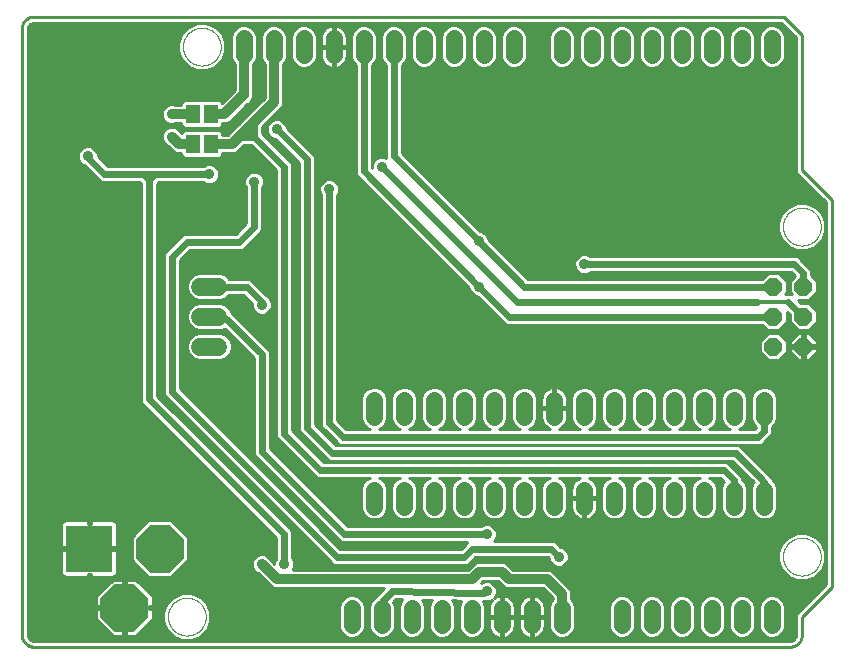
<source format=gbl>
G75*
%MOIN*%
%OFA0B0*%
%FSLAX25Y25*%
%IPPOS*%
%LPD*%
%AMOC8*
5,1,8,0,0,1.08239X$1,22.5*
%
%ADD10C,0.01000*%
%ADD11C,0.00000*%
%ADD12C,0.05600*%
%ADD13OC8,0.06102*%
%ADD14OC8,0.15748*%
%ADD15R,0.15748X0.15748*%
%ADD16C,0.07677*%
%ADD17C,0.06000*%
%ADD18R,0.04600X0.06300*%
%ADD19C,0.02400*%
%ADD20C,0.03562*%
%ADD21C,0.01200*%
%ADD22C,0.03200*%
D10*
X0081798Y0009437D02*
X0081798Y0211563D01*
X0083798Y0211563D02*
X0083835Y0211941D01*
X0084124Y0212639D01*
X0084659Y0213174D01*
X0085357Y0213463D01*
X0085735Y0213500D01*
X0334970Y0213500D01*
X0339798Y0208672D01*
X0339798Y0163672D01*
X0340970Y0162500D01*
X0349798Y0153672D01*
X0349798Y0026328D01*
X0340970Y0017500D01*
X0339798Y0016328D01*
X0339798Y0009437D01*
X0339761Y0009059D01*
X0339472Y0008361D01*
X0338937Y0007826D01*
X0338239Y0007537D01*
X0337861Y0007500D01*
X0085735Y0007500D01*
X0085357Y0007537D01*
X0084659Y0007826D01*
X0084124Y0008361D01*
X0083835Y0009059D01*
X0083798Y0009437D01*
X0083798Y0211563D01*
X0083798Y0211193D02*
X0136462Y0211193D01*
X0137380Y0212112D02*
X0135186Y0209918D01*
X0133999Y0207051D01*
X0133999Y0203949D01*
X0135186Y0201082D01*
X0137380Y0198888D01*
X0140247Y0197701D01*
X0143349Y0197701D01*
X0146216Y0198888D01*
X0148410Y0201082D01*
X0149597Y0203949D01*
X0149597Y0207051D01*
X0148410Y0209918D01*
X0146216Y0212112D01*
X0143349Y0213299D01*
X0140247Y0213299D01*
X0137380Y0212112D01*
X0137573Y0212192D02*
X0083939Y0212192D01*
X0084699Y0213190D02*
X0139984Y0213190D01*
X0143612Y0213190D02*
X0335279Y0213190D01*
X0336278Y0212192D02*
X0333639Y0212192D01*
X0334234Y0211945D02*
X0332653Y0212600D01*
X0330943Y0212600D01*
X0329362Y0211945D01*
X0328153Y0210736D01*
X0327498Y0209155D01*
X0327498Y0201845D01*
X0328153Y0200264D01*
X0329362Y0199055D01*
X0330943Y0198400D01*
X0332653Y0198400D01*
X0334234Y0199055D01*
X0335443Y0200264D01*
X0336098Y0201845D01*
X0336098Y0209155D01*
X0335443Y0210736D01*
X0334234Y0211945D01*
X0334986Y0211193D02*
X0337276Y0211193D01*
X0338275Y0210195D02*
X0335667Y0210195D01*
X0336081Y0209196D02*
X0339273Y0209196D01*
X0339798Y0208198D02*
X0336098Y0208198D01*
X0336098Y0207199D02*
X0339798Y0207199D01*
X0339798Y0206201D02*
X0336098Y0206201D01*
X0336098Y0205202D02*
X0339798Y0205202D01*
X0339798Y0204204D02*
X0336098Y0204204D01*
X0336098Y0203205D02*
X0339798Y0203205D01*
X0339798Y0202207D02*
X0336098Y0202207D01*
X0335834Y0201208D02*
X0339798Y0201208D01*
X0339798Y0200210D02*
X0335389Y0200210D01*
X0334390Y0199211D02*
X0339798Y0199211D01*
X0339798Y0198213D02*
X0208498Y0198213D01*
X0208498Y0199211D02*
X0213206Y0199211D01*
X0213362Y0199055D02*
X0214943Y0198400D01*
X0216653Y0198400D01*
X0218234Y0199055D01*
X0219443Y0200264D01*
X0220098Y0201845D01*
X0220098Y0209155D01*
X0219443Y0210736D01*
X0218234Y0211945D01*
X0216653Y0212600D01*
X0214943Y0212600D01*
X0213362Y0211945D01*
X0212153Y0210736D01*
X0211498Y0209155D01*
X0211498Y0201845D01*
X0212153Y0200264D01*
X0213362Y0199055D01*
X0212207Y0200210D02*
X0209389Y0200210D01*
X0209443Y0200264D02*
X0210098Y0201845D01*
X0210098Y0209155D01*
X0209443Y0210736D01*
X0208234Y0211945D01*
X0206653Y0212600D01*
X0204943Y0212600D01*
X0203362Y0211945D01*
X0202153Y0210736D01*
X0201498Y0209155D01*
X0201498Y0201845D01*
X0202153Y0200264D01*
X0203098Y0199319D01*
X0203098Y0168513D01*
X0202451Y0168781D01*
X0201145Y0168781D01*
X0199939Y0168282D01*
X0199016Y0167359D01*
X0198517Y0166153D01*
X0198517Y0165099D01*
X0198498Y0165118D01*
X0198498Y0199319D01*
X0199443Y0200264D01*
X0200098Y0201845D01*
X0200098Y0209155D01*
X0199443Y0210736D01*
X0198234Y0211945D01*
X0196653Y0212600D01*
X0194943Y0212600D01*
X0193362Y0211945D01*
X0192153Y0210736D01*
X0191498Y0209155D01*
X0191498Y0201845D01*
X0192153Y0200264D01*
X0193098Y0199319D01*
X0193098Y0163463D01*
X0193509Y0162471D01*
X0231017Y0124963D01*
X0231017Y0124847D01*
X0231516Y0123641D01*
X0232439Y0122718D01*
X0233645Y0122219D01*
X0233761Y0122219D01*
X0242769Y0113211D01*
X0243761Y0112800D01*
X0328562Y0112800D01*
X0330413Y0110949D01*
X0334183Y0110949D01*
X0336849Y0113615D01*
X0336849Y0117130D01*
X0337747Y0116233D01*
X0337747Y0113615D01*
X0340413Y0110949D01*
X0344183Y0110949D01*
X0346849Y0113615D01*
X0346849Y0117385D01*
X0344183Y0120051D01*
X0341565Y0120051D01*
X0340668Y0120949D01*
X0344183Y0120949D01*
X0346849Y0123615D01*
X0346849Y0127385D01*
X0344998Y0129236D01*
X0344998Y0130537D01*
X0344587Y0131529D01*
X0341587Y0134529D01*
X0340827Y0135289D01*
X0339835Y0135700D01*
X0271238Y0135700D01*
X0271157Y0135782D01*
X0269951Y0136281D01*
X0268645Y0136281D01*
X0267439Y0135782D01*
X0266516Y0134859D01*
X0266017Y0133653D01*
X0266017Y0132347D01*
X0266516Y0131141D01*
X0267439Y0130218D01*
X0268645Y0129719D01*
X0269951Y0129719D01*
X0271157Y0130218D01*
X0271238Y0130300D01*
X0338180Y0130300D01*
X0339421Y0129059D01*
X0337747Y0127385D01*
X0337747Y0123615D01*
X0338393Y0122969D01*
X0337835Y0123200D01*
X0336761Y0123200D01*
X0336203Y0122969D01*
X0336849Y0123615D01*
X0336849Y0127385D01*
X0334183Y0130051D01*
X0330413Y0130051D01*
X0328562Y0128200D01*
X0250416Y0128200D01*
X0237329Y0141287D01*
X0237329Y0141403D01*
X0236830Y0142609D01*
X0235907Y0143532D01*
X0234701Y0144031D01*
X0234585Y0144031D01*
X0208498Y0170118D01*
X0208498Y0199319D01*
X0209443Y0200264D01*
X0209834Y0201208D02*
X0211762Y0201208D01*
X0211498Y0202207D02*
X0210098Y0202207D01*
X0210098Y0203205D02*
X0211498Y0203205D01*
X0211498Y0204204D02*
X0210098Y0204204D01*
X0210098Y0205202D02*
X0211498Y0205202D01*
X0211498Y0206201D02*
X0210098Y0206201D01*
X0210098Y0207199D02*
X0211498Y0207199D01*
X0211498Y0208198D02*
X0210098Y0208198D01*
X0210081Y0209196D02*
X0211515Y0209196D01*
X0211929Y0210195D02*
X0209667Y0210195D01*
X0208986Y0211193D02*
X0212610Y0211193D01*
X0213957Y0212192D02*
X0207639Y0212192D01*
X0203957Y0212192D02*
X0197639Y0212192D01*
X0198986Y0211193D02*
X0202610Y0211193D01*
X0201929Y0210195D02*
X0199667Y0210195D01*
X0200081Y0209196D02*
X0201515Y0209196D01*
X0201498Y0208198D02*
X0200098Y0208198D01*
X0200098Y0207199D02*
X0201498Y0207199D01*
X0201498Y0206201D02*
X0200098Y0206201D01*
X0200098Y0205202D02*
X0201498Y0205202D01*
X0201498Y0204204D02*
X0200098Y0204204D01*
X0200098Y0203205D02*
X0201498Y0203205D01*
X0201498Y0202207D02*
X0200098Y0202207D01*
X0199834Y0201208D02*
X0201762Y0201208D01*
X0202207Y0200210D02*
X0199389Y0200210D01*
X0198498Y0199211D02*
X0203098Y0199211D01*
X0203098Y0198213D02*
X0198498Y0198213D01*
X0198498Y0197214D02*
X0203098Y0197214D01*
X0203098Y0196216D02*
X0198498Y0196216D01*
X0198498Y0195217D02*
X0203098Y0195217D01*
X0203098Y0194219D02*
X0198498Y0194219D01*
X0198498Y0193220D02*
X0203098Y0193220D01*
X0203098Y0192222D02*
X0198498Y0192222D01*
X0198498Y0191223D02*
X0203098Y0191223D01*
X0203098Y0190225D02*
X0198498Y0190225D01*
X0198498Y0189226D02*
X0203098Y0189226D01*
X0203098Y0188228D02*
X0198498Y0188228D01*
X0198498Y0187229D02*
X0203098Y0187229D01*
X0203098Y0186231D02*
X0198498Y0186231D01*
X0198498Y0185232D02*
X0203098Y0185232D01*
X0203098Y0184234D02*
X0198498Y0184234D01*
X0198498Y0183235D02*
X0203098Y0183235D01*
X0203098Y0182237D02*
X0198498Y0182237D01*
X0198498Y0181238D02*
X0203098Y0181238D01*
X0203098Y0180239D02*
X0198498Y0180239D01*
X0198498Y0179241D02*
X0203098Y0179241D01*
X0203098Y0178242D02*
X0198498Y0178242D01*
X0198498Y0177244D02*
X0203098Y0177244D01*
X0203098Y0176245D02*
X0198498Y0176245D01*
X0198498Y0175247D02*
X0203098Y0175247D01*
X0203098Y0174248D02*
X0198498Y0174248D01*
X0198498Y0173250D02*
X0203098Y0173250D01*
X0203098Y0172251D02*
X0198498Y0172251D01*
X0198498Y0171253D02*
X0203098Y0171253D01*
X0203098Y0170254D02*
X0198498Y0170254D01*
X0198498Y0169256D02*
X0203098Y0169256D01*
X0199915Y0168257D02*
X0198498Y0168257D01*
X0198498Y0167259D02*
X0198975Y0167259D01*
X0198562Y0166260D02*
X0198498Y0166260D01*
X0198498Y0165262D02*
X0198517Y0165262D01*
X0193098Y0165262D02*
X0179498Y0165262D01*
X0179498Y0166260D02*
X0193098Y0166260D01*
X0193098Y0167259D02*
X0179498Y0167259D01*
X0179498Y0167463D02*
X0179498Y0079618D01*
X0186416Y0072700D01*
X0320335Y0072700D01*
X0321327Y0072289D01*
X0331587Y0062029D01*
X0331896Y0061283D01*
X0332943Y0060236D01*
X0333598Y0058655D01*
X0333598Y0051345D01*
X0332943Y0049764D01*
X0331734Y0048555D01*
X0330153Y0047900D01*
X0328443Y0047900D01*
X0326862Y0048555D01*
X0325653Y0049764D01*
X0324998Y0051345D01*
X0324998Y0058655D01*
X0325653Y0060236D01*
X0325698Y0060281D01*
X0318680Y0067300D01*
X0184761Y0067300D01*
X0183769Y0067711D01*
X0174509Y0076971D01*
X0174098Y0077963D01*
X0174098Y0166882D01*
X0166261Y0174719D01*
X0166145Y0174719D01*
X0164939Y0175218D01*
X0164016Y0176141D01*
X0163517Y0177347D01*
X0163517Y0178653D01*
X0164016Y0179859D01*
X0164939Y0180782D01*
X0166145Y0181281D01*
X0167451Y0181281D01*
X0168657Y0180782D01*
X0169580Y0179859D01*
X0170079Y0178653D01*
X0170079Y0178537D01*
X0179087Y0169529D01*
X0179498Y0168537D01*
X0179498Y0167463D01*
X0179498Y0168257D02*
X0193098Y0168257D01*
X0193098Y0169256D02*
X0179200Y0169256D01*
X0178362Y0170254D02*
X0193098Y0170254D01*
X0193098Y0171253D02*
X0177363Y0171253D01*
X0176365Y0172251D02*
X0193098Y0172251D01*
X0193098Y0173250D02*
X0175366Y0173250D01*
X0174368Y0174248D02*
X0193098Y0174248D01*
X0193098Y0175247D02*
X0173369Y0175247D01*
X0172371Y0176245D02*
X0193098Y0176245D01*
X0193098Y0177244D02*
X0171372Y0177244D01*
X0170374Y0178242D02*
X0193098Y0178242D01*
X0193098Y0179241D02*
X0169835Y0179241D01*
X0169199Y0180239D02*
X0193098Y0180239D01*
X0193098Y0181238D02*
X0167555Y0181238D01*
X0166041Y0181238D02*
X0164420Y0181238D01*
X0164397Y0180239D02*
X0163422Y0180239D01*
X0163761Y0179241D02*
X0162423Y0179241D01*
X0161998Y0178816D02*
X0161998Y0176618D01*
X0171587Y0167029D01*
X0171998Y0166037D01*
X0171998Y0077618D01*
X0182416Y0067200D01*
X0316335Y0067200D01*
X0317327Y0066789D01*
X0321587Y0062529D01*
X0321998Y0061537D01*
X0321998Y0061181D01*
X0322943Y0060236D01*
X0323598Y0058655D01*
X0323598Y0051345D01*
X0322943Y0049764D01*
X0321734Y0048555D01*
X0320153Y0047900D01*
X0318443Y0047900D01*
X0316862Y0048555D01*
X0315653Y0049764D01*
X0314998Y0051345D01*
X0314998Y0058655D01*
X0315653Y0060236D01*
X0315948Y0060531D01*
X0314680Y0061800D01*
X0310878Y0061800D01*
X0311734Y0061445D01*
X0312943Y0060236D01*
X0313598Y0058655D01*
X0313598Y0051345D01*
X0312943Y0049764D01*
X0311734Y0048555D01*
X0310153Y0047900D01*
X0308443Y0047900D01*
X0306862Y0048555D01*
X0305653Y0049764D01*
X0304998Y0051345D01*
X0304998Y0058655D01*
X0305653Y0060236D01*
X0306862Y0061445D01*
X0307718Y0061800D01*
X0300878Y0061800D01*
X0301734Y0061445D01*
X0302943Y0060236D01*
X0303598Y0058655D01*
X0303598Y0051345D01*
X0302943Y0049764D01*
X0301734Y0048555D01*
X0300153Y0047900D01*
X0298443Y0047900D01*
X0296862Y0048555D01*
X0295653Y0049764D01*
X0294998Y0051345D01*
X0294998Y0058655D01*
X0295653Y0060236D01*
X0296862Y0061445D01*
X0297718Y0061800D01*
X0290878Y0061800D01*
X0291734Y0061445D01*
X0292943Y0060236D01*
X0293598Y0058655D01*
X0293598Y0051345D01*
X0292943Y0049764D01*
X0291734Y0048555D01*
X0290153Y0047900D01*
X0288443Y0047900D01*
X0286862Y0048555D01*
X0285653Y0049764D01*
X0284998Y0051345D01*
X0284998Y0058655D01*
X0285653Y0060236D01*
X0286862Y0061445D01*
X0287718Y0061800D01*
X0280878Y0061800D01*
X0281734Y0061445D01*
X0282943Y0060236D01*
X0283598Y0058655D01*
X0283598Y0051345D01*
X0282943Y0049764D01*
X0281734Y0048555D01*
X0280153Y0047900D01*
X0278443Y0047900D01*
X0276862Y0048555D01*
X0275653Y0049764D01*
X0274998Y0051345D01*
X0274998Y0058655D01*
X0275653Y0060236D01*
X0276862Y0061445D01*
X0277718Y0061800D01*
X0270902Y0061800D01*
X0270949Y0061785D01*
X0271552Y0061478D01*
X0272099Y0061080D01*
X0272578Y0060601D01*
X0272976Y0060054D01*
X0273283Y0059451D01*
X0273492Y0058807D01*
X0273598Y0058138D01*
X0273598Y0055337D01*
X0269635Y0055337D01*
X0269635Y0054663D01*
X0273598Y0054663D01*
X0273598Y0051862D01*
X0273492Y0051193D01*
X0273283Y0050549D01*
X0272976Y0049946D01*
X0272578Y0049399D01*
X0272099Y0048920D01*
X0271552Y0048522D01*
X0270949Y0048215D01*
X0270305Y0048006D01*
X0269636Y0047900D01*
X0269635Y0047900D01*
X0269635Y0054663D01*
X0268961Y0054663D01*
X0268961Y0047900D01*
X0268960Y0047900D01*
X0268291Y0048006D01*
X0267647Y0048215D01*
X0267044Y0048522D01*
X0266497Y0048920D01*
X0266018Y0049399D01*
X0265620Y0049946D01*
X0265313Y0050549D01*
X0265104Y0051193D01*
X0264998Y0051862D01*
X0264998Y0054663D01*
X0268961Y0054663D01*
X0268961Y0055337D01*
X0264998Y0055337D01*
X0264998Y0058138D01*
X0265104Y0058807D01*
X0265313Y0059451D01*
X0265620Y0060054D01*
X0266018Y0060601D01*
X0266497Y0061080D01*
X0267044Y0061478D01*
X0267647Y0061785D01*
X0267694Y0061800D01*
X0260878Y0061800D01*
X0261734Y0061445D01*
X0262943Y0060236D01*
X0263598Y0058655D01*
X0263598Y0051345D01*
X0262943Y0049764D01*
X0261734Y0048555D01*
X0260153Y0047900D01*
X0258443Y0047900D01*
X0256862Y0048555D01*
X0255653Y0049764D01*
X0254998Y0051345D01*
X0254998Y0058655D01*
X0255653Y0060236D01*
X0256862Y0061445D01*
X0257718Y0061800D01*
X0250878Y0061800D01*
X0251734Y0061445D01*
X0252943Y0060236D01*
X0253598Y0058655D01*
X0253598Y0051345D01*
X0252943Y0049764D01*
X0251734Y0048555D01*
X0250153Y0047900D01*
X0248443Y0047900D01*
X0246862Y0048555D01*
X0245653Y0049764D01*
X0244998Y0051345D01*
X0244998Y0058655D01*
X0245653Y0060236D01*
X0246862Y0061445D01*
X0247718Y0061800D01*
X0240878Y0061800D01*
X0241734Y0061445D01*
X0242943Y0060236D01*
X0243598Y0058655D01*
X0243598Y0051345D01*
X0242943Y0049764D01*
X0241734Y0048555D01*
X0240153Y0047900D01*
X0238443Y0047900D01*
X0236862Y0048555D01*
X0235653Y0049764D01*
X0234998Y0051345D01*
X0234998Y0058655D01*
X0235653Y0060236D01*
X0236862Y0061445D01*
X0237718Y0061800D01*
X0230878Y0061800D01*
X0231734Y0061445D01*
X0232943Y0060236D01*
X0233598Y0058655D01*
X0233598Y0051345D01*
X0232943Y0049764D01*
X0231734Y0048555D01*
X0230153Y0047900D01*
X0228443Y0047900D01*
X0226862Y0048555D01*
X0225653Y0049764D01*
X0224998Y0051345D01*
X0224998Y0058655D01*
X0225653Y0060236D01*
X0226862Y0061445D01*
X0227718Y0061800D01*
X0220878Y0061800D01*
X0221734Y0061445D01*
X0222943Y0060236D01*
X0223598Y0058655D01*
X0223598Y0051345D01*
X0222943Y0049764D01*
X0221734Y0048555D01*
X0220153Y0047900D01*
X0218443Y0047900D01*
X0216862Y0048555D01*
X0215653Y0049764D01*
X0214998Y0051345D01*
X0214998Y0058655D01*
X0215653Y0060236D01*
X0216862Y0061445D01*
X0217718Y0061800D01*
X0210878Y0061800D01*
X0211734Y0061445D01*
X0212943Y0060236D01*
X0213598Y0058655D01*
X0213598Y0051345D01*
X0212943Y0049764D01*
X0211734Y0048555D01*
X0210153Y0047900D01*
X0208443Y0047900D01*
X0206862Y0048555D01*
X0205653Y0049764D01*
X0204998Y0051345D01*
X0204998Y0058655D01*
X0205653Y0060236D01*
X0206862Y0061445D01*
X0207718Y0061800D01*
X0200878Y0061800D01*
X0201734Y0061445D01*
X0202943Y0060236D01*
X0203598Y0058655D01*
X0203598Y0051345D01*
X0202943Y0049764D01*
X0201734Y0048555D01*
X0200153Y0047900D01*
X0198443Y0047900D01*
X0196862Y0048555D01*
X0195653Y0049764D01*
X0194998Y0051345D01*
X0194998Y0058655D01*
X0195653Y0060236D01*
X0196862Y0061445D01*
X0197718Y0061800D01*
X0180761Y0061800D01*
X0179769Y0062211D01*
X0167009Y0074971D01*
X0166598Y0075963D01*
X0166598Y0164382D01*
X0158180Y0172800D01*
X0155982Y0172800D01*
X0153554Y0170372D01*
X0152415Y0169900D01*
X0148598Y0169900D01*
X0148598Y0169229D01*
X0147719Y0168350D01*
X0141877Y0168350D01*
X0141798Y0168429D01*
X0141719Y0168350D01*
X0135877Y0168350D01*
X0134998Y0169229D01*
X0134998Y0169900D01*
X0133681Y0169900D01*
X0132542Y0170372D01*
X0130377Y0172537D01*
X0129939Y0172718D01*
X0129016Y0173641D01*
X0128517Y0174847D01*
X0128517Y0176153D01*
X0129016Y0177359D01*
X0129939Y0178282D01*
X0131145Y0178781D01*
X0132451Y0178781D01*
X0133657Y0178282D01*
X0134580Y0177359D01*
X0134761Y0176921D01*
X0134998Y0176684D01*
X0134998Y0176771D01*
X0135877Y0177650D01*
X0141719Y0177650D01*
X0141798Y0177571D01*
X0141877Y0177650D01*
X0147719Y0177650D01*
X0148598Y0176771D01*
X0148598Y0176100D01*
X0150514Y0176100D01*
X0151670Y0177256D01*
X0154170Y0179756D01*
X0156670Y0182256D01*
X0162698Y0188284D01*
X0162698Y0199719D01*
X0162153Y0200264D01*
X0161498Y0201845D01*
X0161498Y0209155D01*
X0162153Y0210736D01*
X0163362Y0211945D01*
X0164943Y0212600D01*
X0166653Y0212600D01*
X0168234Y0211945D01*
X0169443Y0210736D01*
X0170098Y0209155D01*
X0170098Y0201845D01*
X0169443Y0200264D01*
X0168898Y0199719D01*
X0168898Y0186383D01*
X0168426Y0185244D01*
X0167554Y0184372D01*
X0161998Y0178816D01*
X0161998Y0178242D02*
X0163517Y0178242D01*
X0163560Y0177244D02*
X0161998Y0177244D01*
X0162371Y0176245D02*
X0163973Y0176245D01*
X0163369Y0175247D02*
X0164911Y0175247D01*
X0164368Y0174248D02*
X0166731Y0174248D01*
X0167730Y0173250D02*
X0165366Y0173250D01*
X0166365Y0172251D02*
X0168728Y0172251D01*
X0169727Y0171253D02*
X0167363Y0171253D01*
X0168362Y0170254D02*
X0170725Y0170254D01*
X0171724Y0169256D02*
X0169360Y0169256D01*
X0170359Y0168257D02*
X0172722Y0168257D01*
X0173721Y0167259D02*
X0171358Y0167259D01*
X0171906Y0166260D02*
X0174098Y0166260D01*
X0174098Y0165262D02*
X0171998Y0165262D01*
X0171998Y0164263D02*
X0174098Y0164263D01*
X0174098Y0163265D02*
X0171998Y0163265D01*
X0171998Y0162266D02*
X0174098Y0162266D01*
X0174098Y0161268D02*
X0171998Y0161268D01*
X0171998Y0160269D02*
X0174098Y0160269D01*
X0174098Y0159271D02*
X0171998Y0159271D01*
X0171998Y0158272D02*
X0174098Y0158272D01*
X0174098Y0157274D02*
X0171998Y0157274D01*
X0171998Y0156275D02*
X0174098Y0156275D01*
X0174098Y0155277D02*
X0171998Y0155277D01*
X0171998Y0154278D02*
X0174098Y0154278D01*
X0174098Y0153280D02*
X0171998Y0153280D01*
X0171998Y0152281D02*
X0174098Y0152281D01*
X0174098Y0151283D02*
X0171998Y0151283D01*
X0171998Y0150284D02*
X0174098Y0150284D01*
X0174098Y0149286D02*
X0171998Y0149286D01*
X0171998Y0148287D02*
X0174098Y0148287D01*
X0174098Y0147289D02*
X0171998Y0147289D01*
X0171998Y0146290D02*
X0174098Y0146290D01*
X0174098Y0145292D02*
X0171998Y0145292D01*
X0171998Y0144293D02*
X0174098Y0144293D01*
X0174098Y0143295D02*
X0171998Y0143295D01*
X0171998Y0142296D02*
X0174098Y0142296D01*
X0174098Y0141298D02*
X0171998Y0141298D01*
X0171998Y0140299D02*
X0174098Y0140299D01*
X0174098Y0139301D02*
X0171998Y0139301D01*
X0171998Y0138302D02*
X0174098Y0138302D01*
X0174098Y0137303D02*
X0171998Y0137303D01*
X0171998Y0136305D02*
X0174098Y0136305D01*
X0174098Y0135306D02*
X0171998Y0135306D01*
X0171998Y0134308D02*
X0174098Y0134308D01*
X0174098Y0133309D02*
X0171998Y0133309D01*
X0171998Y0132311D02*
X0174098Y0132311D01*
X0174098Y0131312D02*
X0171998Y0131312D01*
X0171998Y0130314D02*
X0174098Y0130314D01*
X0174098Y0129315D02*
X0171998Y0129315D01*
X0171998Y0128317D02*
X0174098Y0128317D01*
X0174098Y0127318D02*
X0171998Y0127318D01*
X0171998Y0126320D02*
X0174098Y0126320D01*
X0174098Y0125321D02*
X0171998Y0125321D01*
X0171998Y0124323D02*
X0174098Y0124323D01*
X0174098Y0123324D02*
X0171998Y0123324D01*
X0171998Y0122326D02*
X0174098Y0122326D01*
X0174098Y0121327D02*
X0171998Y0121327D01*
X0171998Y0120329D02*
X0174098Y0120329D01*
X0174098Y0119330D02*
X0171998Y0119330D01*
X0171998Y0118332D02*
X0174098Y0118332D01*
X0174098Y0117333D02*
X0171998Y0117333D01*
X0171998Y0116335D02*
X0174098Y0116335D01*
X0174098Y0115336D02*
X0171998Y0115336D01*
X0171998Y0114338D02*
X0174098Y0114338D01*
X0174098Y0113339D02*
X0171998Y0113339D01*
X0171998Y0112341D02*
X0174098Y0112341D01*
X0174098Y0111342D02*
X0171998Y0111342D01*
X0171998Y0110344D02*
X0174098Y0110344D01*
X0174098Y0109345D02*
X0171998Y0109345D01*
X0171998Y0108347D02*
X0174098Y0108347D01*
X0174098Y0107348D02*
X0171998Y0107348D01*
X0171998Y0106350D02*
X0174098Y0106350D01*
X0174098Y0105351D02*
X0171998Y0105351D01*
X0171998Y0104353D02*
X0174098Y0104353D01*
X0174098Y0103354D02*
X0171998Y0103354D01*
X0171998Y0102356D02*
X0174098Y0102356D01*
X0174098Y0101357D02*
X0171998Y0101357D01*
X0171998Y0100359D02*
X0174098Y0100359D01*
X0174098Y0099360D02*
X0171998Y0099360D01*
X0171998Y0098362D02*
X0174098Y0098362D01*
X0174098Y0097363D02*
X0171998Y0097363D01*
X0171998Y0096365D02*
X0174098Y0096365D01*
X0174098Y0095366D02*
X0171998Y0095366D01*
X0171998Y0094368D02*
X0174098Y0094368D01*
X0174098Y0093369D02*
X0171998Y0093369D01*
X0171998Y0092370D02*
X0174098Y0092370D01*
X0174098Y0091372D02*
X0171998Y0091372D01*
X0171998Y0090373D02*
X0174098Y0090373D01*
X0174098Y0089375D02*
X0171998Y0089375D01*
X0171998Y0088376D02*
X0174098Y0088376D01*
X0174098Y0087378D02*
X0171998Y0087378D01*
X0171998Y0086379D02*
X0174098Y0086379D01*
X0174098Y0085381D02*
X0171998Y0085381D01*
X0171998Y0084382D02*
X0174098Y0084382D01*
X0174098Y0083384D02*
X0171998Y0083384D01*
X0171998Y0082385D02*
X0174098Y0082385D01*
X0174098Y0081387D02*
X0171998Y0081387D01*
X0171998Y0080388D02*
X0174098Y0080388D01*
X0174098Y0079390D02*
X0171998Y0079390D01*
X0171998Y0078391D02*
X0174098Y0078391D01*
X0174334Y0077393D02*
X0172224Y0077393D01*
X0173222Y0076394D02*
X0175085Y0076394D01*
X0174221Y0075396D02*
X0176084Y0075396D01*
X0175219Y0074397D02*
X0177082Y0074397D01*
X0176218Y0073399D02*
X0178081Y0073399D01*
X0177216Y0072400D02*
X0179079Y0072400D01*
X0178215Y0071402D02*
X0180078Y0071402D01*
X0179213Y0070403D02*
X0181076Y0070403D01*
X0180212Y0069405D02*
X0182075Y0069405D01*
X0181210Y0068406D02*
X0183073Y0068406D01*
X0182209Y0067408D02*
X0184501Y0067408D01*
X0177567Y0064412D02*
X0171704Y0064412D01*
X0170706Y0065411D02*
X0176569Y0065411D01*
X0175570Y0066409D02*
X0169707Y0066409D01*
X0168709Y0067408D02*
X0174572Y0067408D01*
X0173573Y0068406D02*
X0167710Y0068406D01*
X0166712Y0069405D02*
X0172575Y0069405D01*
X0171576Y0070403D02*
X0165713Y0070403D01*
X0164715Y0071402D02*
X0170578Y0071402D01*
X0169579Y0072400D02*
X0164498Y0072400D01*
X0164498Y0071618D02*
X0164498Y0103537D01*
X0164087Y0104529D01*
X0163327Y0105289D01*
X0151499Y0117118D01*
X0151113Y0118049D01*
X0149847Y0119315D01*
X0148193Y0120000D01*
X0140403Y0120000D01*
X0138749Y0119315D01*
X0137483Y0118049D01*
X0136798Y0116395D01*
X0136798Y0114605D01*
X0137483Y0112951D01*
X0138749Y0111685D01*
X0140403Y0111000D01*
X0148193Y0111000D01*
X0149456Y0111523D01*
X0159098Y0101882D01*
X0159098Y0069963D01*
X0159509Y0068971D01*
X0187769Y0040711D01*
X0188761Y0040300D01*
X0230295Y0040300D01*
X0230269Y0040289D01*
X0229509Y0039529D01*
X0228180Y0038200D01*
X0187916Y0038200D01*
X0134498Y0091618D01*
X0134498Y0134382D01*
X0137916Y0137800D01*
X0154835Y0137800D01*
X0155827Y0138211D01*
X0160827Y0143211D01*
X0161587Y0143971D01*
X0161998Y0144963D01*
X0161998Y0158560D01*
X0162080Y0158641D01*
X0162579Y0159847D01*
X0162579Y0161153D01*
X0162080Y0162359D01*
X0161157Y0163282D01*
X0159951Y0163781D01*
X0158645Y0163781D01*
X0157439Y0163282D01*
X0156516Y0162359D01*
X0156017Y0161153D01*
X0156017Y0159847D01*
X0156516Y0158641D01*
X0156598Y0158560D01*
X0156598Y0146618D01*
X0153180Y0143200D01*
X0136261Y0143200D01*
X0135269Y0142789D01*
X0134509Y0142029D01*
X0129509Y0137029D01*
X0129098Y0136037D01*
X0129098Y0089963D01*
X0129509Y0088971D01*
X0184509Y0033971D01*
X0185269Y0033211D01*
X0186261Y0032800D01*
X0229835Y0032800D01*
X0230827Y0033211D01*
X0232916Y0035300D01*
X0257180Y0035300D01*
X0257517Y0034963D01*
X0257517Y0034847D01*
X0258016Y0033641D01*
X0258939Y0032718D01*
X0260145Y0032219D01*
X0261451Y0032219D01*
X0262657Y0032718D01*
X0263580Y0033641D01*
X0264079Y0034847D01*
X0264079Y0036153D01*
X0263580Y0037359D01*
X0262657Y0038282D01*
X0261451Y0038781D01*
X0261335Y0038781D01*
X0259827Y0040289D01*
X0258835Y0040700D01*
X0239138Y0040700D01*
X0239580Y0041141D01*
X0240079Y0042347D01*
X0240079Y0043653D01*
X0239580Y0044859D01*
X0238657Y0045782D01*
X0237451Y0046281D01*
X0236145Y0046281D01*
X0234939Y0045782D01*
X0234858Y0045700D01*
X0190416Y0045700D01*
X0164498Y0071618D01*
X0164498Y0073399D02*
X0168581Y0073399D01*
X0167582Y0074397D02*
X0164498Y0074397D01*
X0164498Y0075396D02*
X0166833Y0075396D01*
X0166598Y0076394D02*
X0164498Y0076394D01*
X0164498Y0077393D02*
X0166598Y0077393D01*
X0166598Y0078391D02*
X0164498Y0078391D01*
X0164498Y0079390D02*
X0166598Y0079390D01*
X0166598Y0080388D02*
X0164498Y0080388D01*
X0164498Y0081387D02*
X0166598Y0081387D01*
X0166598Y0082385D02*
X0164498Y0082385D01*
X0164498Y0083384D02*
X0166598Y0083384D01*
X0166598Y0084382D02*
X0164498Y0084382D01*
X0164498Y0085381D02*
X0166598Y0085381D01*
X0166598Y0086379D02*
X0164498Y0086379D01*
X0164498Y0087378D02*
X0166598Y0087378D01*
X0166598Y0088376D02*
X0164498Y0088376D01*
X0164498Y0089375D02*
X0166598Y0089375D01*
X0166598Y0090373D02*
X0164498Y0090373D01*
X0164498Y0091372D02*
X0166598Y0091372D01*
X0166598Y0092370D02*
X0164498Y0092370D01*
X0164498Y0093369D02*
X0166598Y0093369D01*
X0166598Y0094368D02*
X0164498Y0094368D01*
X0164498Y0095366D02*
X0166598Y0095366D01*
X0166598Y0096365D02*
X0164498Y0096365D01*
X0164498Y0097363D02*
X0166598Y0097363D01*
X0166598Y0098362D02*
X0164498Y0098362D01*
X0164498Y0099360D02*
X0166598Y0099360D01*
X0166598Y0100359D02*
X0164498Y0100359D01*
X0164498Y0101357D02*
X0166598Y0101357D01*
X0166598Y0102356D02*
X0164498Y0102356D01*
X0164498Y0103354D02*
X0166598Y0103354D01*
X0166598Y0104353D02*
X0164160Y0104353D01*
X0163265Y0105351D02*
X0166598Y0105351D01*
X0166598Y0106350D02*
X0162267Y0106350D01*
X0161268Y0107348D02*
X0166598Y0107348D01*
X0166598Y0108347D02*
X0160270Y0108347D01*
X0159271Y0109345D02*
X0166598Y0109345D01*
X0166598Y0110344D02*
X0158273Y0110344D01*
X0157274Y0111342D02*
X0166598Y0111342D01*
X0166598Y0112341D02*
X0156276Y0112341D01*
X0155277Y0113339D02*
X0166598Y0113339D01*
X0166598Y0114338D02*
X0154279Y0114338D01*
X0153280Y0115336D02*
X0166598Y0115336D01*
X0166598Y0116335D02*
X0162730Y0116335D01*
X0162451Y0116219D02*
X0163657Y0116718D01*
X0164580Y0117641D01*
X0165079Y0118847D01*
X0165079Y0120153D01*
X0164580Y0121359D01*
X0164213Y0121725D01*
X0164087Y0122029D01*
X0163327Y0122789D01*
X0158327Y0127789D01*
X0157335Y0128200D01*
X0150962Y0128200D01*
X0149847Y0129315D01*
X0148193Y0130000D01*
X0140403Y0130000D01*
X0138749Y0129315D01*
X0137483Y0128049D01*
X0136798Y0126395D01*
X0136798Y0124605D01*
X0137483Y0122951D01*
X0138749Y0121685D01*
X0140403Y0121000D01*
X0148193Y0121000D01*
X0149847Y0121685D01*
X0150962Y0122800D01*
X0155680Y0122800D01*
X0158517Y0119963D01*
X0158517Y0118847D01*
X0159016Y0117641D01*
X0159939Y0116718D01*
X0161145Y0116219D01*
X0162451Y0116219D01*
X0160866Y0116335D02*
X0152282Y0116335D01*
X0151409Y0117333D02*
X0159325Y0117333D01*
X0158730Y0118332D02*
X0150830Y0118332D01*
X0149810Y0119330D02*
X0158517Y0119330D01*
X0158151Y0120329D02*
X0134498Y0120329D01*
X0134498Y0121327D02*
X0139613Y0121327D01*
X0138108Y0122326D02*
X0134498Y0122326D01*
X0134498Y0123324D02*
X0137328Y0123324D01*
X0136915Y0124323D02*
X0134498Y0124323D01*
X0134498Y0125321D02*
X0136798Y0125321D01*
X0136798Y0126320D02*
X0134498Y0126320D01*
X0134498Y0127318D02*
X0137180Y0127318D01*
X0137751Y0128317D02*
X0134498Y0128317D01*
X0134498Y0129315D02*
X0138750Y0129315D01*
X0134498Y0130314D02*
X0166598Y0130314D01*
X0166598Y0131312D02*
X0134498Y0131312D01*
X0134498Y0132311D02*
X0166598Y0132311D01*
X0166598Y0133309D02*
X0134498Y0133309D01*
X0134498Y0134308D02*
X0166598Y0134308D01*
X0166598Y0135306D02*
X0135423Y0135306D01*
X0136421Y0136305D02*
X0166598Y0136305D01*
X0166598Y0137303D02*
X0137420Y0137303D01*
X0131780Y0139301D02*
X0126998Y0139301D01*
X0126998Y0140299D02*
X0132779Y0140299D01*
X0133777Y0141298D02*
X0126998Y0141298D01*
X0126998Y0142296D02*
X0134776Y0142296D01*
X0126998Y0143295D02*
X0153274Y0143295D01*
X0154273Y0144293D02*
X0126998Y0144293D01*
X0126998Y0145292D02*
X0155271Y0145292D01*
X0156270Y0146290D02*
X0126998Y0146290D01*
X0126998Y0147289D02*
X0156598Y0147289D01*
X0156598Y0148287D02*
X0126998Y0148287D01*
X0126998Y0149286D02*
X0156598Y0149286D01*
X0156598Y0150284D02*
X0126998Y0150284D01*
X0126998Y0151283D02*
X0156598Y0151283D01*
X0156598Y0152281D02*
X0126998Y0152281D01*
X0126998Y0153280D02*
X0156598Y0153280D01*
X0156598Y0154278D02*
X0126998Y0154278D01*
X0126998Y0155277D02*
X0156598Y0155277D01*
X0156598Y0156275D02*
X0126998Y0156275D01*
X0126998Y0157274D02*
X0156598Y0157274D01*
X0156598Y0158272D02*
X0126998Y0158272D01*
X0126998Y0159271D02*
X0156256Y0159271D01*
X0156017Y0160269D02*
X0146207Y0160269D01*
X0146157Y0160218D02*
X0147080Y0161141D01*
X0147579Y0162347D01*
X0147579Y0163653D01*
X0147080Y0164859D01*
X0146157Y0165782D01*
X0144951Y0166281D01*
X0143645Y0166281D01*
X0142439Y0165782D01*
X0142358Y0165700D01*
X0110416Y0165700D01*
X0107079Y0169037D01*
X0107079Y0169653D01*
X0106580Y0170859D01*
X0105657Y0171782D01*
X0104451Y0172281D01*
X0103145Y0172281D01*
X0101939Y0171782D01*
X0101016Y0170859D01*
X0100517Y0169653D01*
X0100517Y0168347D01*
X0101016Y0167141D01*
X0101939Y0166218D01*
X0102489Y0165991D01*
X0107769Y0160711D01*
X0108761Y0160300D01*
X0121180Y0160300D01*
X0121598Y0159882D01*
X0121598Y0087463D01*
X0122009Y0086471D01*
X0166598Y0041882D01*
X0166598Y0034940D01*
X0166516Y0034859D01*
X0166017Y0033653D01*
X0166017Y0033165D01*
X0164761Y0034421D01*
X0164580Y0034859D01*
X0163657Y0035782D01*
X0162451Y0036281D01*
X0161145Y0036281D01*
X0159939Y0035782D01*
X0159016Y0034859D01*
X0158517Y0033653D01*
X0158517Y0032347D01*
X0159016Y0031141D01*
X0159939Y0030218D01*
X0160377Y0030037D01*
X0165042Y0025372D01*
X0166181Y0024900D01*
X0202380Y0024900D01*
X0199509Y0022029D01*
X0199497Y0022001D01*
X0199362Y0021945D01*
X0198153Y0020736D01*
X0197498Y0019155D01*
X0197498Y0011845D01*
X0198153Y0010264D01*
X0199362Y0009055D01*
X0200943Y0008400D01*
X0202653Y0008400D01*
X0204234Y0009055D01*
X0205443Y0010264D01*
X0206098Y0011845D01*
X0206098Y0019155D01*
X0205563Y0020447D01*
X0206396Y0021280D01*
X0208655Y0021239D01*
X0208153Y0020736D01*
X0207498Y0019155D01*
X0207498Y0011845D01*
X0208153Y0010264D01*
X0209362Y0009055D01*
X0210943Y0008400D01*
X0212653Y0008400D01*
X0214234Y0009055D01*
X0215443Y0010264D01*
X0216098Y0011845D01*
X0216098Y0019155D01*
X0215443Y0020736D01*
X0215057Y0021122D01*
X0218477Y0021060D01*
X0218153Y0020736D01*
X0217498Y0019155D01*
X0217498Y0011845D01*
X0218153Y0010264D01*
X0219362Y0009055D01*
X0220943Y0008400D01*
X0222653Y0008400D01*
X0224234Y0009055D01*
X0225443Y0010264D01*
X0226098Y0011845D01*
X0226098Y0019155D01*
X0225443Y0020736D01*
X0225242Y0020937D01*
X0228298Y0020881D01*
X0228153Y0020736D01*
X0227498Y0019155D01*
X0227498Y0011845D01*
X0228153Y0010264D01*
X0229362Y0009055D01*
X0230943Y0008400D01*
X0232653Y0008400D01*
X0234234Y0009055D01*
X0235443Y0010264D01*
X0236098Y0011845D01*
X0236098Y0019155D01*
X0235443Y0020736D01*
X0235379Y0020800D01*
X0235950Y0020800D01*
X0236145Y0020719D01*
X0237451Y0020719D01*
X0238620Y0021203D01*
X0238518Y0021101D01*
X0238120Y0020554D01*
X0237813Y0019951D01*
X0237604Y0019307D01*
X0237498Y0018638D01*
X0237498Y0015837D01*
X0241461Y0015837D01*
X0241461Y0022600D01*
X0241460Y0022600D01*
X0240791Y0022494D01*
X0240147Y0022285D01*
X0239544Y0021978D01*
X0239075Y0021636D01*
X0239580Y0022141D01*
X0240079Y0023347D01*
X0240079Y0024653D01*
X0239580Y0025859D01*
X0238657Y0026782D01*
X0237451Y0027281D01*
X0236145Y0027281D01*
X0234981Y0026799D01*
X0235582Y0027400D01*
X0240514Y0027400D01*
X0241670Y0026244D01*
X0242542Y0025372D01*
X0243681Y0024900D01*
X0255514Y0024900D01*
X0258698Y0021716D01*
X0258698Y0021281D01*
X0258153Y0020736D01*
X0257498Y0019155D01*
X0257498Y0011845D01*
X0258153Y0010264D01*
X0259362Y0009055D01*
X0260943Y0008400D01*
X0262653Y0008400D01*
X0264234Y0009055D01*
X0265443Y0010264D01*
X0266098Y0011845D01*
X0266098Y0019155D01*
X0265443Y0020736D01*
X0264898Y0021281D01*
X0264898Y0023617D01*
X0264426Y0024756D01*
X0258554Y0030628D01*
X0257415Y0031100D01*
X0245582Y0031100D01*
X0243554Y0033128D01*
X0242415Y0033600D01*
X0233681Y0033600D01*
X0232542Y0033128D01*
X0230514Y0031100D01*
X0172038Y0031100D01*
X0172080Y0031141D01*
X0172579Y0032347D01*
X0172579Y0033653D01*
X0172080Y0034859D01*
X0171998Y0034940D01*
X0171998Y0043537D01*
X0171587Y0044529D01*
X0170827Y0045289D01*
X0126998Y0089118D01*
X0126998Y0159882D01*
X0127416Y0160300D01*
X0142358Y0160300D01*
X0142439Y0160218D01*
X0143645Y0159719D01*
X0144951Y0159719D01*
X0146157Y0160218D01*
X0147132Y0161268D02*
X0156065Y0161268D01*
X0156478Y0162266D02*
X0147545Y0162266D01*
X0147579Y0163265D02*
X0157423Y0163265D01*
X0161173Y0163265D02*
X0166598Y0163265D01*
X0166598Y0164263D02*
X0147326Y0164263D01*
X0146676Y0165262D02*
X0165718Y0165262D01*
X0164719Y0166260D02*
X0145001Y0166260D01*
X0143595Y0166260D02*
X0109856Y0166260D01*
X0108858Y0167259D02*
X0163721Y0167259D01*
X0162722Y0168257D02*
X0107859Y0168257D01*
X0107079Y0169256D02*
X0134998Y0169256D01*
X0132826Y0170254D02*
X0106830Y0170254D01*
X0106185Y0171253D02*
X0131661Y0171253D01*
X0130663Y0172251D02*
X0104522Y0172251D01*
X0103074Y0172251D02*
X0083798Y0172251D01*
X0083798Y0171253D02*
X0101411Y0171253D01*
X0100766Y0170254D02*
X0083798Y0170254D01*
X0083798Y0169256D02*
X0100517Y0169256D01*
X0100554Y0168257D02*
X0083798Y0168257D01*
X0083798Y0167259D02*
X0100968Y0167259D01*
X0101897Y0166260D02*
X0083798Y0166260D01*
X0083798Y0165262D02*
X0103218Y0165262D01*
X0104216Y0164263D02*
X0083798Y0164263D01*
X0083798Y0163265D02*
X0105215Y0163265D01*
X0106213Y0162266D02*
X0083798Y0162266D01*
X0083798Y0161268D02*
X0107212Y0161268D01*
X0121210Y0160269D02*
X0083798Y0160269D01*
X0083798Y0159271D02*
X0121598Y0159271D01*
X0121598Y0158272D02*
X0083798Y0158272D01*
X0083798Y0157274D02*
X0121598Y0157274D01*
X0121598Y0156275D02*
X0083798Y0156275D01*
X0083798Y0155277D02*
X0121598Y0155277D01*
X0121598Y0154278D02*
X0083798Y0154278D01*
X0083798Y0153280D02*
X0121598Y0153280D01*
X0121598Y0152281D02*
X0083798Y0152281D01*
X0083798Y0151283D02*
X0121598Y0151283D01*
X0121598Y0150284D02*
X0083798Y0150284D01*
X0083798Y0149286D02*
X0121598Y0149286D01*
X0121598Y0148287D02*
X0083798Y0148287D01*
X0083798Y0147289D02*
X0121598Y0147289D01*
X0121598Y0146290D02*
X0083798Y0146290D01*
X0083798Y0145292D02*
X0121598Y0145292D01*
X0121598Y0144293D02*
X0083798Y0144293D01*
X0083798Y0143295D02*
X0121598Y0143295D01*
X0121598Y0142296D02*
X0083798Y0142296D01*
X0083798Y0141298D02*
X0121598Y0141298D01*
X0121598Y0140299D02*
X0083798Y0140299D01*
X0083798Y0139301D02*
X0121598Y0139301D01*
X0121598Y0138302D02*
X0083798Y0138302D01*
X0083798Y0137303D02*
X0121598Y0137303D01*
X0121598Y0136305D02*
X0083798Y0136305D01*
X0083798Y0135306D02*
X0121598Y0135306D01*
X0121598Y0134308D02*
X0083798Y0134308D01*
X0083798Y0133309D02*
X0121598Y0133309D01*
X0121598Y0132311D02*
X0083798Y0132311D01*
X0083798Y0131312D02*
X0121598Y0131312D01*
X0121598Y0130314D02*
X0083798Y0130314D01*
X0083798Y0129315D02*
X0121598Y0129315D01*
X0121598Y0128317D02*
X0083798Y0128317D01*
X0083798Y0127318D02*
X0121598Y0127318D01*
X0121598Y0126320D02*
X0083798Y0126320D01*
X0083798Y0125321D02*
X0121598Y0125321D01*
X0121598Y0124323D02*
X0083798Y0124323D01*
X0083798Y0123324D02*
X0121598Y0123324D01*
X0121598Y0122326D02*
X0083798Y0122326D01*
X0083798Y0121327D02*
X0121598Y0121327D01*
X0121598Y0120329D02*
X0083798Y0120329D01*
X0083798Y0119330D02*
X0121598Y0119330D01*
X0121598Y0118332D02*
X0083798Y0118332D01*
X0083798Y0117333D02*
X0121598Y0117333D01*
X0121598Y0116335D02*
X0083798Y0116335D01*
X0083798Y0115336D02*
X0121598Y0115336D01*
X0121598Y0114338D02*
X0083798Y0114338D01*
X0083798Y0113339D02*
X0121598Y0113339D01*
X0121598Y0112341D02*
X0083798Y0112341D01*
X0083798Y0111342D02*
X0121598Y0111342D01*
X0121598Y0110344D02*
X0083798Y0110344D01*
X0083798Y0109345D02*
X0121598Y0109345D01*
X0121598Y0108347D02*
X0083798Y0108347D01*
X0083798Y0107348D02*
X0121598Y0107348D01*
X0121598Y0106350D02*
X0083798Y0106350D01*
X0083798Y0105351D02*
X0121598Y0105351D01*
X0121598Y0104353D02*
X0083798Y0104353D01*
X0083798Y0103354D02*
X0121598Y0103354D01*
X0121598Y0102356D02*
X0083798Y0102356D01*
X0083798Y0101357D02*
X0121598Y0101357D01*
X0121598Y0100359D02*
X0083798Y0100359D01*
X0083798Y0099360D02*
X0121598Y0099360D01*
X0121598Y0098362D02*
X0083798Y0098362D01*
X0083798Y0097363D02*
X0121598Y0097363D01*
X0121598Y0096365D02*
X0083798Y0096365D01*
X0083798Y0095366D02*
X0121598Y0095366D01*
X0121598Y0094368D02*
X0083798Y0094368D01*
X0083798Y0093369D02*
X0121598Y0093369D01*
X0121598Y0092370D02*
X0083798Y0092370D01*
X0083798Y0091372D02*
X0121598Y0091372D01*
X0121598Y0090373D02*
X0083798Y0090373D01*
X0083798Y0089375D02*
X0121598Y0089375D01*
X0121598Y0088376D02*
X0083798Y0088376D01*
X0083798Y0087378D02*
X0121633Y0087378D01*
X0122100Y0086379D02*
X0083798Y0086379D01*
X0083798Y0085381D02*
X0123099Y0085381D01*
X0124097Y0084382D02*
X0083798Y0084382D01*
X0083798Y0083384D02*
X0125096Y0083384D01*
X0126094Y0082385D02*
X0083798Y0082385D01*
X0083798Y0081387D02*
X0127093Y0081387D01*
X0128091Y0080388D02*
X0083798Y0080388D01*
X0083798Y0079390D02*
X0129090Y0079390D01*
X0130088Y0078391D02*
X0083798Y0078391D01*
X0083798Y0077393D02*
X0131087Y0077393D01*
X0132085Y0076394D02*
X0083798Y0076394D01*
X0083798Y0075396D02*
X0133084Y0075396D01*
X0134082Y0074397D02*
X0083798Y0074397D01*
X0083798Y0073399D02*
X0135081Y0073399D01*
X0136079Y0072400D02*
X0083798Y0072400D01*
X0083798Y0071402D02*
X0137078Y0071402D01*
X0138076Y0070403D02*
X0083798Y0070403D01*
X0083798Y0069405D02*
X0139075Y0069405D01*
X0140073Y0068406D02*
X0083798Y0068406D01*
X0083798Y0067408D02*
X0141072Y0067408D01*
X0142070Y0066409D02*
X0083798Y0066409D01*
X0083798Y0065411D02*
X0143069Y0065411D01*
X0144067Y0064412D02*
X0083798Y0064412D01*
X0083798Y0063414D02*
X0145066Y0063414D01*
X0146064Y0062415D02*
X0083798Y0062415D01*
X0083798Y0061417D02*
X0147063Y0061417D01*
X0148061Y0060418D02*
X0083798Y0060418D01*
X0083798Y0059420D02*
X0149060Y0059420D01*
X0150059Y0058421D02*
X0083798Y0058421D01*
X0083798Y0057423D02*
X0151057Y0057423D01*
X0152056Y0056424D02*
X0083798Y0056424D01*
X0083798Y0055426D02*
X0153054Y0055426D01*
X0154053Y0054427D02*
X0083798Y0054427D01*
X0083798Y0053429D02*
X0155051Y0053429D01*
X0156050Y0052430D02*
X0083798Y0052430D01*
X0083798Y0051432D02*
X0157048Y0051432D01*
X0158047Y0050433D02*
X0083798Y0050433D01*
X0083798Y0049434D02*
X0159045Y0049434D01*
X0160044Y0048436D02*
X0083798Y0048436D01*
X0083798Y0047437D02*
X0095686Y0047437D01*
X0095745Y0047472D02*
X0095403Y0047274D01*
X0095124Y0046995D01*
X0094926Y0046653D01*
X0094824Y0046271D01*
X0094824Y0038700D01*
X0099455Y0038700D01*
X0099662Y0038200D01*
X0099455Y0037700D01*
X0094824Y0037700D01*
X0094824Y0030128D01*
X0094926Y0029747D01*
X0095124Y0029405D01*
X0095403Y0029126D01*
X0095745Y0028928D01*
X0096126Y0028826D01*
X0103698Y0028826D01*
X0103698Y0029861D01*
X0104698Y0029861D01*
X0104698Y0028826D01*
X0112269Y0028826D01*
X0112651Y0028928D01*
X0112993Y0029126D01*
X0113272Y0029405D01*
X0113470Y0029747D01*
X0113572Y0030128D01*
X0113572Y0037700D01*
X0108941Y0037700D01*
X0108734Y0038200D01*
X0108941Y0038700D01*
X0113572Y0038700D01*
X0113572Y0046271D01*
X0113470Y0046653D01*
X0113272Y0046995D01*
X0112993Y0047274D01*
X0112651Y0047472D01*
X0112269Y0047574D01*
X0104698Y0047574D01*
X0104698Y0046539D01*
X0103698Y0046539D01*
X0103698Y0047574D01*
X0096126Y0047574D01*
X0095745Y0047472D01*
X0094869Y0046439D02*
X0083798Y0046439D01*
X0083798Y0045440D02*
X0094824Y0045440D01*
X0094824Y0044442D02*
X0083798Y0044442D01*
X0083798Y0043443D02*
X0094824Y0043443D01*
X0094824Y0042445D02*
X0083798Y0042445D01*
X0083798Y0041446D02*
X0094824Y0041446D01*
X0094824Y0040448D02*
X0083798Y0040448D01*
X0083798Y0039449D02*
X0094824Y0039449D01*
X0094824Y0037452D02*
X0083798Y0037452D01*
X0083798Y0036454D02*
X0094824Y0036454D01*
X0094824Y0035455D02*
X0083798Y0035455D01*
X0083798Y0034457D02*
X0094824Y0034457D01*
X0094824Y0033458D02*
X0083798Y0033458D01*
X0083798Y0032460D02*
X0094824Y0032460D01*
X0094824Y0031461D02*
X0083798Y0031461D01*
X0083798Y0030463D02*
X0094824Y0030463D01*
X0095089Y0029464D02*
X0083798Y0029464D01*
X0083798Y0028466D02*
X0161948Y0028466D01*
X0160950Y0029464D02*
X0132319Y0029464D01*
X0131681Y0028826D02*
X0137172Y0034317D01*
X0137172Y0042083D01*
X0131681Y0047574D01*
X0123915Y0047574D01*
X0118424Y0042083D01*
X0118424Y0034317D01*
X0123915Y0028826D01*
X0131681Y0028826D01*
X0133318Y0030463D02*
X0159695Y0030463D01*
X0158884Y0031461D02*
X0134316Y0031461D01*
X0135315Y0032460D02*
X0158517Y0032460D01*
X0158517Y0033458D02*
X0136313Y0033458D01*
X0137172Y0034457D02*
X0158850Y0034457D01*
X0159613Y0035455D02*
X0137172Y0035455D01*
X0137172Y0036454D02*
X0166598Y0036454D01*
X0166598Y0037452D02*
X0137172Y0037452D01*
X0137172Y0038451D02*
X0166598Y0038451D01*
X0166598Y0039449D02*
X0137172Y0039449D01*
X0137172Y0040448D02*
X0166598Y0040448D01*
X0166598Y0041446D02*
X0137172Y0041446D01*
X0136810Y0042445D02*
X0166035Y0042445D01*
X0165036Y0043443D02*
X0135811Y0043443D01*
X0134813Y0044442D02*
X0164038Y0044442D01*
X0163039Y0045440D02*
X0133814Y0045440D01*
X0132816Y0046439D02*
X0162041Y0046439D01*
X0161042Y0047437D02*
X0131817Y0047437D01*
X0123779Y0047437D02*
X0112710Y0047437D01*
X0113527Y0046439D02*
X0122780Y0046439D01*
X0121782Y0045440D02*
X0113572Y0045440D01*
X0113572Y0044442D02*
X0120783Y0044442D01*
X0119785Y0043443D02*
X0113572Y0043443D01*
X0113572Y0042445D02*
X0118786Y0042445D01*
X0118424Y0041446D02*
X0113572Y0041446D01*
X0113572Y0040448D02*
X0118424Y0040448D01*
X0118424Y0039449D02*
X0113572Y0039449D01*
X0113572Y0037452D02*
X0118424Y0037452D01*
X0118424Y0036454D02*
X0113572Y0036454D01*
X0113572Y0035455D02*
X0118424Y0035455D01*
X0118424Y0034457D02*
X0113572Y0034457D01*
X0113572Y0033458D02*
X0119283Y0033458D01*
X0120281Y0032460D02*
X0113572Y0032460D01*
X0113572Y0031461D02*
X0121280Y0031461D01*
X0122278Y0030463D02*
X0113572Y0030463D01*
X0113307Y0029464D02*
X0123277Y0029464D01*
X0120288Y0027467D02*
X0162947Y0027467D01*
X0163945Y0026469D02*
X0121286Y0026469D01*
X0122285Y0025470D02*
X0164944Y0025470D01*
X0172212Y0031461D02*
X0230875Y0031461D01*
X0231874Y0032460D02*
X0172579Y0032460D01*
X0172579Y0033458D02*
X0185021Y0033458D01*
X0184023Y0034457D02*
X0172246Y0034457D01*
X0171998Y0035455D02*
X0183024Y0035455D01*
X0182026Y0036454D02*
X0171998Y0036454D01*
X0171998Y0037452D02*
X0181027Y0037452D01*
X0180029Y0038451D02*
X0171998Y0038451D01*
X0171998Y0039449D02*
X0179030Y0039449D01*
X0178032Y0040448D02*
X0171998Y0040448D01*
X0171998Y0041446D02*
X0177033Y0041446D01*
X0176035Y0042445D02*
X0171998Y0042445D01*
X0171998Y0043443D02*
X0175036Y0043443D01*
X0174038Y0044442D02*
X0171623Y0044442D01*
X0170676Y0045440D02*
X0173039Y0045440D01*
X0172041Y0046439D02*
X0169677Y0046439D01*
X0168679Y0047437D02*
X0171042Y0047437D01*
X0170044Y0048436D02*
X0167680Y0048436D01*
X0166682Y0049434D02*
X0169045Y0049434D01*
X0168047Y0050433D02*
X0165683Y0050433D01*
X0164685Y0051432D02*
X0167048Y0051432D01*
X0166050Y0052430D02*
X0163686Y0052430D01*
X0162688Y0053429D02*
X0165051Y0053429D01*
X0164053Y0054427D02*
X0161689Y0054427D01*
X0160691Y0055426D02*
X0163054Y0055426D01*
X0162056Y0056424D02*
X0159692Y0056424D01*
X0158694Y0057423D02*
X0161057Y0057423D01*
X0160059Y0058421D02*
X0157695Y0058421D01*
X0156697Y0059420D02*
X0159060Y0059420D01*
X0158061Y0060418D02*
X0155698Y0060418D01*
X0154700Y0061417D02*
X0157063Y0061417D01*
X0156064Y0062415D02*
X0153701Y0062415D01*
X0152703Y0063414D02*
X0155066Y0063414D01*
X0154067Y0064412D02*
X0151704Y0064412D01*
X0150706Y0065411D02*
X0153069Y0065411D01*
X0152070Y0066409D02*
X0149707Y0066409D01*
X0148709Y0067408D02*
X0151072Y0067408D01*
X0150073Y0068406D02*
X0147710Y0068406D01*
X0146712Y0069405D02*
X0149075Y0069405D01*
X0148076Y0070403D02*
X0145713Y0070403D01*
X0144715Y0071402D02*
X0147078Y0071402D01*
X0146079Y0072400D02*
X0143716Y0072400D01*
X0142718Y0073399D02*
X0145081Y0073399D01*
X0144082Y0074397D02*
X0141719Y0074397D01*
X0140721Y0075396D02*
X0143084Y0075396D01*
X0142085Y0076394D02*
X0139722Y0076394D01*
X0138724Y0077393D02*
X0141087Y0077393D01*
X0140088Y0078391D02*
X0137725Y0078391D01*
X0136727Y0079390D02*
X0139090Y0079390D01*
X0138091Y0080388D02*
X0135728Y0080388D01*
X0134729Y0081387D02*
X0137093Y0081387D01*
X0136094Y0082385D02*
X0133731Y0082385D01*
X0132732Y0083384D02*
X0135096Y0083384D01*
X0134097Y0084382D02*
X0131734Y0084382D01*
X0130735Y0085381D02*
X0133099Y0085381D01*
X0132100Y0086379D02*
X0129737Y0086379D01*
X0128738Y0087378D02*
X0131102Y0087378D01*
X0130103Y0088376D02*
X0127740Y0088376D01*
X0126998Y0089375D02*
X0129342Y0089375D01*
X0129098Y0090373D02*
X0126998Y0090373D01*
X0126998Y0091372D02*
X0129098Y0091372D01*
X0129098Y0092370D02*
X0126998Y0092370D01*
X0126998Y0093369D02*
X0129098Y0093369D01*
X0129098Y0094368D02*
X0126998Y0094368D01*
X0126998Y0095366D02*
X0129098Y0095366D01*
X0129098Y0096365D02*
X0126998Y0096365D01*
X0126998Y0097363D02*
X0129098Y0097363D01*
X0129098Y0098362D02*
X0126998Y0098362D01*
X0126998Y0099360D02*
X0129098Y0099360D01*
X0129098Y0100359D02*
X0126998Y0100359D01*
X0126998Y0101357D02*
X0129098Y0101357D01*
X0129098Y0102356D02*
X0126998Y0102356D01*
X0126998Y0103354D02*
X0129098Y0103354D01*
X0129098Y0104353D02*
X0126998Y0104353D01*
X0126998Y0105351D02*
X0129098Y0105351D01*
X0129098Y0106350D02*
X0126998Y0106350D01*
X0126998Y0107348D02*
X0129098Y0107348D01*
X0129098Y0108347D02*
X0126998Y0108347D01*
X0126998Y0109345D02*
X0129098Y0109345D01*
X0129098Y0110344D02*
X0126998Y0110344D01*
X0126998Y0111342D02*
X0129098Y0111342D01*
X0129098Y0112341D02*
X0126998Y0112341D01*
X0126998Y0113339D02*
X0129098Y0113339D01*
X0129098Y0114338D02*
X0126998Y0114338D01*
X0126998Y0115336D02*
X0129098Y0115336D01*
X0129098Y0116335D02*
X0126998Y0116335D01*
X0126998Y0117333D02*
X0129098Y0117333D01*
X0129098Y0118332D02*
X0126998Y0118332D01*
X0126998Y0119330D02*
X0129098Y0119330D01*
X0129098Y0120329D02*
X0126998Y0120329D01*
X0126998Y0121327D02*
X0129098Y0121327D01*
X0129098Y0122326D02*
X0126998Y0122326D01*
X0126998Y0123324D02*
X0129098Y0123324D01*
X0129098Y0124323D02*
X0126998Y0124323D01*
X0126998Y0125321D02*
X0129098Y0125321D01*
X0129098Y0126320D02*
X0126998Y0126320D01*
X0126998Y0127318D02*
X0129098Y0127318D01*
X0129098Y0128317D02*
X0126998Y0128317D01*
X0126998Y0129315D02*
X0129098Y0129315D01*
X0129098Y0130314D02*
X0126998Y0130314D01*
X0126998Y0131312D02*
X0129098Y0131312D01*
X0129098Y0132311D02*
X0126998Y0132311D01*
X0126998Y0133309D02*
X0129098Y0133309D01*
X0129098Y0134308D02*
X0126998Y0134308D01*
X0126998Y0135306D02*
X0129098Y0135306D01*
X0129209Y0136305D02*
X0126998Y0136305D01*
X0126998Y0137303D02*
X0129783Y0137303D01*
X0130782Y0138302D02*
X0126998Y0138302D01*
X0149846Y0129315D02*
X0166598Y0129315D01*
X0166598Y0128317D02*
X0150845Y0128317D01*
X0150488Y0122326D02*
X0156154Y0122326D01*
X0157152Y0121327D02*
X0148983Y0121327D01*
X0159796Y0126320D02*
X0166598Y0126320D01*
X0166598Y0127318D02*
X0158798Y0127318D01*
X0160795Y0125321D02*
X0166598Y0125321D01*
X0166598Y0124323D02*
X0161794Y0124323D01*
X0162792Y0123324D02*
X0166598Y0123324D01*
X0166598Y0122326D02*
X0163791Y0122326D01*
X0164593Y0121327D02*
X0166598Y0121327D01*
X0166598Y0120329D02*
X0165006Y0120329D01*
X0165079Y0119330D02*
X0166598Y0119330D01*
X0166598Y0118332D02*
X0164866Y0118332D01*
X0164271Y0117333D02*
X0166598Y0117333D01*
X0179498Y0117333D02*
X0181598Y0117333D01*
X0181598Y0116335D02*
X0179498Y0116335D01*
X0179498Y0115336D02*
X0181598Y0115336D01*
X0181598Y0114338D02*
X0179498Y0114338D01*
X0179498Y0113339D02*
X0181598Y0113339D01*
X0181598Y0112341D02*
X0179498Y0112341D01*
X0179498Y0111342D02*
X0181598Y0111342D01*
X0181598Y0110344D02*
X0179498Y0110344D01*
X0179498Y0109345D02*
X0181598Y0109345D01*
X0181598Y0108347D02*
X0179498Y0108347D01*
X0179498Y0107348D02*
X0181598Y0107348D01*
X0181598Y0106350D02*
X0179498Y0106350D01*
X0179498Y0105351D02*
X0181598Y0105351D01*
X0181598Y0104353D02*
X0179498Y0104353D01*
X0179498Y0103354D02*
X0181598Y0103354D01*
X0181598Y0102356D02*
X0179498Y0102356D01*
X0179498Y0101357D02*
X0181598Y0101357D01*
X0181598Y0100359D02*
X0179498Y0100359D01*
X0179498Y0099360D02*
X0181598Y0099360D01*
X0181598Y0098362D02*
X0179498Y0098362D01*
X0179498Y0097363D02*
X0181598Y0097363D01*
X0181598Y0096365D02*
X0179498Y0096365D01*
X0179498Y0095366D02*
X0181598Y0095366D01*
X0181598Y0094368D02*
X0179498Y0094368D01*
X0179498Y0093369D02*
X0181598Y0093369D01*
X0181598Y0092370D02*
X0179498Y0092370D01*
X0179498Y0091372D02*
X0181598Y0091372D01*
X0181598Y0090373D02*
X0179498Y0090373D01*
X0179498Y0089375D02*
X0181598Y0089375D01*
X0181598Y0088376D02*
X0179498Y0088376D01*
X0179498Y0087378D02*
X0181598Y0087378D01*
X0181598Y0086379D02*
X0179498Y0086379D01*
X0179498Y0085381D02*
X0181598Y0085381D01*
X0181598Y0084382D02*
X0179498Y0084382D01*
X0179498Y0083384D02*
X0181598Y0083384D01*
X0181598Y0082385D02*
X0179498Y0082385D01*
X0179498Y0081387D02*
X0181598Y0081387D01*
X0181598Y0080388D02*
X0179498Y0080388D01*
X0179727Y0079390D02*
X0181628Y0079390D01*
X0181598Y0079463D02*
X0182009Y0078471D01*
X0182769Y0077711D01*
X0186509Y0073971D01*
X0186509Y0073971D01*
X0187269Y0073211D01*
X0188261Y0072800D01*
X0327835Y0072800D01*
X0328827Y0073211D01*
X0329587Y0073971D01*
X0331587Y0075971D01*
X0331998Y0076963D01*
X0331998Y0078819D01*
X0332943Y0079764D01*
X0333598Y0081345D01*
X0333598Y0088655D01*
X0332943Y0090236D01*
X0331734Y0091445D01*
X0330153Y0092100D01*
X0328443Y0092100D01*
X0326862Y0091445D01*
X0325653Y0090236D01*
X0324998Y0088655D01*
X0324998Y0081345D01*
X0325653Y0079764D01*
X0326598Y0078819D01*
X0326598Y0078618D01*
X0326180Y0078200D01*
X0320878Y0078200D01*
X0321734Y0078555D01*
X0322943Y0079764D01*
X0323598Y0081345D01*
X0323598Y0088655D01*
X0322943Y0090236D01*
X0321734Y0091445D01*
X0320153Y0092100D01*
X0318443Y0092100D01*
X0316862Y0091445D01*
X0315653Y0090236D01*
X0314998Y0088655D01*
X0314998Y0081345D01*
X0315653Y0079764D01*
X0316862Y0078555D01*
X0317718Y0078200D01*
X0310878Y0078200D01*
X0311734Y0078555D01*
X0312943Y0079764D01*
X0313598Y0081345D01*
X0313598Y0088655D01*
X0312943Y0090236D01*
X0311734Y0091445D01*
X0310153Y0092100D01*
X0308443Y0092100D01*
X0306862Y0091445D01*
X0305653Y0090236D01*
X0304998Y0088655D01*
X0304998Y0081345D01*
X0305653Y0079764D01*
X0306862Y0078555D01*
X0307718Y0078200D01*
X0300878Y0078200D01*
X0301734Y0078555D01*
X0302943Y0079764D01*
X0303598Y0081345D01*
X0303598Y0088655D01*
X0302943Y0090236D01*
X0301734Y0091445D01*
X0300153Y0092100D01*
X0298443Y0092100D01*
X0296862Y0091445D01*
X0295653Y0090236D01*
X0294998Y0088655D01*
X0294998Y0081345D01*
X0295653Y0079764D01*
X0296862Y0078555D01*
X0297718Y0078200D01*
X0290878Y0078200D01*
X0291734Y0078555D01*
X0292943Y0079764D01*
X0293598Y0081345D01*
X0293598Y0088655D01*
X0292943Y0090236D01*
X0291734Y0091445D01*
X0290153Y0092100D01*
X0288443Y0092100D01*
X0286862Y0091445D01*
X0285653Y0090236D01*
X0284998Y0088655D01*
X0284998Y0081345D01*
X0285653Y0079764D01*
X0286862Y0078555D01*
X0287718Y0078200D01*
X0280878Y0078200D01*
X0281734Y0078555D01*
X0282943Y0079764D01*
X0283598Y0081345D01*
X0283598Y0088655D01*
X0282943Y0090236D01*
X0281734Y0091445D01*
X0280153Y0092100D01*
X0278443Y0092100D01*
X0276862Y0091445D01*
X0275653Y0090236D01*
X0274998Y0088655D01*
X0274998Y0081345D01*
X0275653Y0079764D01*
X0276862Y0078555D01*
X0277718Y0078200D01*
X0270878Y0078200D01*
X0271734Y0078555D01*
X0272943Y0079764D01*
X0273598Y0081345D01*
X0273598Y0088655D01*
X0272943Y0090236D01*
X0271734Y0091445D01*
X0270153Y0092100D01*
X0268443Y0092100D01*
X0266862Y0091445D01*
X0265653Y0090236D01*
X0264998Y0088655D01*
X0264998Y0081345D01*
X0265653Y0079764D01*
X0266862Y0078555D01*
X0267718Y0078200D01*
X0260902Y0078200D01*
X0260949Y0078215D01*
X0261552Y0078522D01*
X0262099Y0078920D01*
X0262578Y0079399D01*
X0262976Y0079946D01*
X0263283Y0080549D01*
X0263492Y0081193D01*
X0263598Y0081862D01*
X0263598Y0084663D01*
X0259635Y0084663D01*
X0259635Y0085337D01*
X0258961Y0085337D01*
X0258961Y0092100D01*
X0258960Y0092100D01*
X0258291Y0091994D01*
X0257647Y0091785D01*
X0257044Y0091478D01*
X0256497Y0091080D01*
X0256018Y0090601D01*
X0255620Y0090054D01*
X0255313Y0089451D01*
X0255104Y0088807D01*
X0254998Y0088138D01*
X0254998Y0085337D01*
X0258961Y0085337D01*
X0258961Y0084663D01*
X0254998Y0084663D01*
X0254998Y0081862D01*
X0255104Y0081193D01*
X0255313Y0080549D01*
X0255620Y0079946D01*
X0256018Y0079399D01*
X0256497Y0078920D01*
X0257044Y0078522D01*
X0257647Y0078215D01*
X0257694Y0078200D01*
X0250878Y0078200D01*
X0251734Y0078555D01*
X0252943Y0079764D01*
X0253598Y0081345D01*
X0253598Y0088655D01*
X0252943Y0090236D01*
X0251734Y0091445D01*
X0250153Y0092100D01*
X0248443Y0092100D01*
X0246862Y0091445D01*
X0245653Y0090236D01*
X0244998Y0088655D01*
X0244998Y0081345D01*
X0245653Y0079764D01*
X0246862Y0078555D01*
X0247718Y0078200D01*
X0240878Y0078200D01*
X0241734Y0078555D01*
X0242943Y0079764D01*
X0243598Y0081345D01*
X0243598Y0088655D01*
X0242943Y0090236D01*
X0241734Y0091445D01*
X0240153Y0092100D01*
X0238443Y0092100D01*
X0236862Y0091445D01*
X0235653Y0090236D01*
X0234998Y0088655D01*
X0234998Y0081345D01*
X0235653Y0079764D01*
X0236862Y0078555D01*
X0237718Y0078200D01*
X0230878Y0078200D01*
X0231734Y0078555D01*
X0232943Y0079764D01*
X0233598Y0081345D01*
X0233598Y0088655D01*
X0232943Y0090236D01*
X0231734Y0091445D01*
X0230153Y0092100D01*
X0228443Y0092100D01*
X0226862Y0091445D01*
X0225653Y0090236D01*
X0224998Y0088655D01*
X0224998Y0081345D01*
X0225653Y0079764D01*
X0226862Y0078555D01*
X0227718Y0078200D01*
X0220878Y0078200D01*
X0221734Y0078555D01*
X0222943Y0079764D01*
X0223598Y0081345D01*
X0223598Y0088655D01*
X0222943Y0090236D01*
X0221734Y0091445D01*
X0220153Y0092100D01*
X0218443Y0092100D01*
X0216862Y0091445D01*
X0215653Y0090236D01*
X0214998Y0088655D01*
X0214998Y0081345D01*
X0215653Y0079764D01*
X0216862Y0078555D01*
X0217718Y0078200D01*
X0210878Y0078200D01*
X0211734Y0078555D01*
X0212943Y0079764D01*
X0213598Y0081345D01*
X0213598Y0088655D01*
X0212943Y0090236D01*
X0211734Y0091445D01*
X0210153Y0092100D01*
X0208443Y0092100D01*
X0206862Y0091445D01*
X0205653Y0090236D01*
X0204998Y0088655D01*
X0204998Y0081345D01*
X0205653Y0079764D01*
X0206862Y0078555D01*
X0207718Y0078200D01*
X0200878Y0078200D01*
X0201734Y0078555D01*
X0202943Y0079764D01*
X0203598Y0081345D01*
X0203598Y0088655D01*
X0202943Y0090236D01*
X0201734Y0091445D01*
X0200153Y0092100D01*
X0198443Y0092100D01*
X0196862Y0091445D01*
X0195653Y0090236D01*
X0194998Y0088655D01*
X0194998Y0081345D01*
X0195653Y0079764D01*
X0196862Y0078555D01*
X0197718Y0078200D01*
X0189916Y0078200D01*
X0186998Y0081118D01*
X0186998Y0156060D01*
X0187080Y0156141D01*
X0187579Y0157347D01*
X0187579Y0158653D01*
X0187080Y0159859D01*
X0186157Y0160782D01*
X0184951Y0161281D01*
X0183645Y0161281D01*
X0182439Y0160782D01*
X0181516Y0159859D01*
X0181017Y0158653D01*
X0181017Y0157347D01*
X0181516Y0156141D01*
X0181598Y0156060D01*
X0181598Y0079463D01*
X0182088Y0078391D02*
X0180725Y0078391D01*
X0181724Y0077393D02*
X0183087Y0077393D01*
X0182769Y0077711D02*
X0182769Y0077711D01*
X0182722Y0076394D02*
X0184085Y0076394D01*
X0183721Y0075396D02*
X0185084Y0075396D01*
X0184719Y0074397D02*
X0186082Y0074397D01*
X0185718Y0073399D02*
X0187081Y0073399D01*
X0189725Y0078391D02*
X0197257Y0078391D01*
X0196027Y0079390D02*
X0188727Y0079390D01*
X0187728Y0080388D02*
X0195394Y0080388D01*
X0194998Y0081387D02*
X0186998Y0081387D01*
X0186998Y0082385D02*
X0194998Y0082385D01*
X0194998Y0083384D02*
X0186998Y0083384D01*
X0186998Y0084382D02*
X0194998Y0084382D01*
X0194998Y0085381D02*
X0186998Y0085381D01*
X0186998Y0086379D02*
X0194998Y0086379D01*
X0194998Y0087378D02*
X0186998Y0087378D01*
X0186998Y0088376D02*
X0194998Y0088376D01*
X0195296Y0089375D02*
X0186998Y0089375D01*
X0186998Y0090373D02*
X0195790Y0090373D01*
X0196789Y0091372D02*
X0186998Y0091372D01*
X0186998Y0092370D02*
X0349798Y0092370D01*
X0349798Y0091372D02*
X0331807Y0091372D01*
X0332806Y0090373D02*
X0349798Y0090373D01*
X0349798Y0089375D02*
X0333300Y0089375D01*
X0333598Y0088376D02*
X0349798Y0088376D01*
X0349798Y0087378D02*
X0333598Y0087378D01*
X0333598Y0086379D02*
X0349798Y0086379D01*
X0349798Y0085381D02*
X0333598Y0085381D01*
X0333598Y0084382D02*
X0349798Y0084382D01*
X0349798Y0083384D02*
X0333598Y0083384D01*
X0333598Y0082385D02*
X0349798Y0082385D01*
X0349798Y0081387D02*
X0333598Y0081387D01*
X0333202Y0080388D02*
X0349798Y0080388D01*
X0349798Y0079390D02*
X0332569Y0079390D01*
X0331998Y0078391D02*
X0349798Y0078391D01*
X0349798Y0077393D02*
X0331998Y0077393D01*
X0331762Y0076394D02*
X0349798Y0076394D01*
X0349798Y0075396D02*
X0331012Y0075396D01*
X0330014Y0074397D02*
X0349798Y0074397D01*
X0349798Y0073399D02*
X0329015Y0073399D01*
X0329587Y0073971D02*
X0329587Y0073971D01*
X0326371Y0078391D02*
X0321339Y0078391D01*
X0322569Y0079390D02*
X0326027Y0079390D01*
X0325394Y0080388D02*
X0323202Y0080388D01*
X0323598Y0081387D02*
X0324998Y0081387D01*
X0324998Y0082385D02*
X0323598Y0082385D01*
X0323598Y0083384D02*
X0324998Y0083384D01*
X0324998Y0084382D02*
X0323598Y0084382D01*
X0323598Y0085381D02*
X0324998Y0085381D01*
X0324998Y0086379D02*
X0323598Y0086379D01*
X0323598Y0087378D02*
X0324998Y0087378D01*
X0324998Y0088376D02*
X0323598Y0088376D01*
X0323300Y0089375D02*
X0325296Y0089375D01*
X0325790Y0090373D02*
X0322806Y0090373D01*
X0321807Y0091372D02*
X0326789Y0091372D01*
X0316789Y0091372D02*
X0311807Y0091372D01*
X0312806Y0090373D02*
X0315790Y0090373D01*
X0315296Y0089375D02*
X0313300Y0089375D01*
X0313598Y0088376D02*
X0314998Y0088376D01*
X0314998Y0087378D02*
X0313598Y0087378D01*
X0313598Y0086379D02*
X0314998Y0086379D01*
X0314998Y0085381D02*
X0313598Y0085381D01*
X0313598Y0084382D02*
X0314998Y0084382D01*
X0314998Y0083384D02*
X0313598Y0083384D01*
X0313598Y0082385D02*
X0314998Y0082385D01*
X0314998Y0081387D02*
X0313598Y0081387D01*
X0313202Y0080388D02*
X0315394Y0080388D01*
X0316027Y0079390D02*
X0312569Y0079390D01*
X0311339Y0078391D02*
X0317257Y0078391D01*
X0307257Y0078391D02*
X0301339Y0078391D01*
X0302569Y0079390D02*
X0306027Y0079390D01*
X0305394Y0080388D02*
X0303202Y0080388D01*
X0303598Y0081387D02*
X0304998Y0081387D01*
X0304998Y0082385D02*
X0303598Y0082385D01*
X0303598Y0083384D02*
X0304998Y0083384D01*
X0304998Y0084382D02*
X0303598Y0084382D01*
X0303598Y0085381D02*
X0304998Y0085381D01*
X0304998Y0086379D02*
X0303598Y0086379D01*
X0303598Y0087378D02*
X0304998Y0087378D01*
X0304998Y0088376D02*
X0303598Y0088376D01*
X0303300Y0089375D02*
X0305296Y0089375D01*
X0305790Y0090373D02*
X0302806Y0090373D01*
X0301807Y0091372D02*
X0306789Y0091372D01*
X0296789Y0091372D02*
X0291807Y0091372D01*
X0292806Y0090373D02*
X0295790Y0090373D01*
X0295296Y0089375D02*
X0293300Y0089375D01*
X0293598Y0088376D02*
X0294998Y0088376D01*
X0294998Y0087378D02*
X0293598Y0087378D01*
X0293598Y0086379D02*
X0294998Y0086379D01*
X0294998Y0085381D02*
X0293598Y0085381D01*
X0293598Y0084382D02*
X0294998Y0084382D01*
X0294998Y0083384D02*
X0293598Y0083384D01*
X0293598Y0082385D02*
X0294998Y0082385D01*
X0294998Y0081387D02*
X0293598Y0081387D01*
X0293202Y0080388D02*
X0295394Y0080388D01*
X0296027Y0079390D02*
X0292569Y0079390D01*
X0291339Y0078391D02*
X0297257Y0078391D01*
X0287257Y0078391D02*
X0281339Y0078391D01*
X0282569Y0079390D02*
X0286027Y0079390D01*
X0285394Y0080388D02*
X0283202Y0080388D01*
X0283598Y0081387D02*
X0284998Y0081387D01*
X0284998Y0082385D02*
X0283598Y0082385D01*
X0283598Y0083384D02*
X0284998Y0083384D01*
X0284998Y0084382D02*
X0283598Y0084382D01*
X0283598Y0085381D02*
X0284998Y0085381D01*
X0284998Y0086379D02*
X0283598Y0086379D01*
X0283598Y0087378D02*
X0284998Y0087378D01*
X0284998Y0088376D02*
X0283598Y0088376D01*
X0283300Y0089375D02*
X0285296Y0089375D01*
X0285790Y0090373D02*
X0282806Y0090373D01*
X0281807Y0091372D02*
X0286789Y0091372D01*
X0276789Y0091372D02*
X0271807Y0091372D01*
X0272806Y0090373D02*
X0275790Y0090373D01*
X0275296Y0089375D02*
X0273300Y0089375D01*
X0273598Y0088376D02*
X0274998Y0088376D01*
X0274998Y0087378D02*
X0273598Y0087378D01*
X0273598Y0086379D02*
X0274998Y0086379D01*
X0274998Y0085381D02*
X0273598Y0085381D01*
X0273598Y0084382D02*
X0274998Y0084382D01*
X0274998Y0083384D02*
X0273598Y0083384D01*
X0273598Y0082385D02*
X0274998Y0082385D01*
X0274998Y0081387D02*
X0273598Y0081387D01*
X0273202Y0080388D02*
X0275394Y0080388D01*
X0276027Y0079390D02*
X0272569Y0079390D01*
X0271339Y0078391D02*
X0277257Y0078391D01*
X0267257Y0078391D02*
X0261295Y0078391D01*
X0262569Y0079390D02*
X0266027Y0079390D01*
X0265394Y0080388D02*
X0263201Y0080388D01*
X0263523Y0081387D02*
X0264998Y0081387D01*
X0264998Y0082385D02*
X0263598Y0082385D01*
X0263598Y0083384D02*
X0264998Y0083384D01*
X0264998Y0084382D02*
X0263598Y0084382D01*
X0263598Y0085337D02*
X0263598Y0088138D01*
X0263492Y0088807D01*
X0263283Y0089451D01*
X0262976Y0090054D01*
X0262578Y0090601D01*
X0262099Y0091080D01*
X0261552Y0091478D01*
X0260949Y0091785D01*
X0260305Y0091994D01*
X0259636Y0092100D01*
X0259635Y0092100D01*
X0259635Y0085337D01*
X0263598Y0085337D01*
X0263598Y0085381D02*
X0264998Y0085381D01*
X0264998Y0086379D02*
X0263598Y0086379D01*
X0263598Y0087378D02*
X0264998Y0087378D01*
X0264998Y0088376D02*
X0263560Y0088376D01*
X0263308Y0089375D02*
X0265296Y0089375D01*
X0265790Y0090373D02*
X0262743Y0090373D01*
X0261697Y0091372D02*
X0266789Y0091372D01*
X0259635Y0091372D02*
X0258961Y0091372D01*
X0258961Y0090373D02*
X0259635Y0090373D01*
X0259635Y0089375D02*
X0258961Y0089375D01*
X0258961Y0088376D02*
X0259635Y0088376D01*
X0259635Y0087378D02*
X0258961Y0087378D01*
X0258961Y0086379D02*
X0259635Y0086379D01*
X0259635Y0085381D02*
X0258961Y0085381D01*
X0254998Y0085381D02*
X0253598Y0085381D01*
X0253598Y0086379D02*
X0254998Y0086379D01*
X0254998Y0087378D02*
X0253598Y0087378D01*
X0253598Y0088376D02*
X0255036Y0088376D01*
X0255288Y0089375D02*
X0253300Y0089375D01*
X0252806Y0090373D02*
X0255853Y0090373D01*
X0256899Y0091372D02*
X0251807Y0091372D01*
X0246789Y0091372D02*
X0241807Y0091372D01*
X0242806Y0090373D02*
X0245790Y0090373D01*
X0245296Y0089375D02*
X0243300Y0089375D01*
X0243598Y0088376D02*
X0244998Y0088376D01*
X0244998Y0087378D02*
X0243598Y0087378D01*
X0243598Y0086379D02*
X0244998Y0086379D01*
X0244998Y0085381D02*
X0243598Y0085381D01*
X0243598Y0084382D02*
X0244998Y0084382D01*
X0244998Y0083384D02*
X0243598Y0083384D01*
X0243598Y0082385D02*
X0244998Y0082385D01*
X0244998Y0081387D02*
X0243598Y0081387D01*
X0243202Y0080388D02*
X0245394Y0080388D01*
X0246027Y0079390D02*
X0242569Y0079390D01*
X0241339Y0078391D02*
X0247257Y0078391D01*
X0251339Y0078391D02*
X0257301Y0078391D01*
X0256027Y0079390D02*
X0252569Y0079390D01*
X0253202Y0080388D02*
X0255395Y0080388D01*
X0255073Y0081387D02*
X0253598Y0081387D01*
X0253598Y0082385D02*
X0254998Y0082385D01*
X0254998Y0083384D02*
X0253598Y0083384D01*
X0253598Y0084382D02*
X0254998Y0084382D01*
X0237257Y0078391D02*
X0231339Y0078391D01*
X0232569Y0079390D02*
X0236027Y0079390D01*
X0235394Y0080388D02*
X0233202Y0080388D01*
X0233598Y0081387D02*
X0234998Y0081387D01*
X0234998Y0082385D02*
X0233598Y0082385D01*
X0233598Y0083384D02*
X0234998Y0083384D01*
X0234998Y0084382D02*
X0233598Y0084382D01*
X0233598Y0085381D02*
X0234998Y0085381D01*
X0234998Y0086379D02*
X0233598Y0086379D01*
X0233598Y0087378D02*
X0234998Y0087378D01*
X0234998Y0088376D02*
X0233598Y0088376D01*
X0233300Y0089375D02*
X0235296Y0089375D01*
X0235790Y0090373D02*
X0232806Y0090373D01*
X0231807Y0091372D02*
X0236789Y0091372D01*
X0226789Y0091372D02*
X0221807Y0091372D01*
X0222806Y0090373D02*
X0225790Y0090373D01*
X0225296Y0089375D02*
X0223300Y0089375D01*
X0223598Y0088376D02*
X0224998Y0088376D01*
X0224998Y0087378D02*
X0223598Y0087378D01*
X0223598Y0086379D02*
X0224998Y0086379D01*
X0224998Y0085381D02*
X0223598Y0085381D01*
X0223598Y0084382D02*
X0224998Y0084382D01*
X0224998Y0083384D02*
X0223598Y0083384D01*
X0223598Y0082385D02*
X0224998Y0082385D01*
X0224998Y0081387D02*
X0223598Y0081387D01*
X0223202Y0080388D02*
X0225394Y0080388D01*
X0226027Y0079390D02*
X0222569Y0079390D01*
X0221339Y0078391D02*
X0227257Y0078391D01*
X0217257Y0078391D02*
X0211339Y0078391D01*
X0212569Y0079390D02*
X0216027Y0079390D01*
X0215394Y0080388D02*
X0213202Y0080388D01*
X0213598Y0081387D02*
X0214998Y0081387D01*
X0214998Y0082385D02*
X0213598Y0082385D01*
X0213598Y0083384D02*
X0214998Y0083384D01*
X0214998Y0084382D02*
X0213598Y0084382D01*
X0213598Y0085381D02*
X0214998Y0085381D01*
X0214998Y0086379D02*
X0213598Y0086379D01*
X0213598Y0087378D02*
X0214998Y0087378D01*
X0214998Y0088376D02*
X0213598Y0088376D01*
X0213300Y0089375D02*
X0215296Y0089375D01*
X0215790Y0090373D02*
X0212806Y0090373D01*
X0211807Y0091372D02*
X0216789Y0091372D01*
X0206789Y0091372D02*
X0201807Y0091372D01*
X0202806Y0090373D02*
X0205790Y0090373D01*
X0205296Y0089375D02*
X0203300Y0089375D01*
X0203598Y0088376D02*
X0204998Y0088376D01*
X0204998Y0087378D02*
X0203598Y0087378D01*
X0203598Y0086379D02*
X0204998Y0086379D01*
X0204998Y0085381D02*
X0203598Y0085381D01*
X0203598Y0084382D02*
X0204998Y0084382D01*
X0204998Y0083384D02*
X0203598Y0083384D01*
X0203598Y0082385D02*
X0204998Y0082385D01*
X0204998Y0081387D02*
X0203598Y0081387D01*
X0203202Y0080388D02*
X0205394Y0080388D01*
X0206027Y0079390D02*
X0202569Y0079390D01*
X0201339Y0078391D02*
X0207257Y0078391D01*
X0186998Y0093369D02*
X0349798Y0093369D01*
X0349798Y0094368D02*
X0186998Y0094368D01*
X0186998Y0095366D02*
X0349798Y0095366D01*
X0349798Y0096365D02*
X0186998Y0096365D01*
X0186998Y0097363D02*
X0349798Y0097363D01*
X0349798Y0098362D02*
X0186998Y0098362D01*
X0186998Y0099360D02*
X0349798Y0099360D01*
X0349798Y0100359D02*
X0186998Y0100359D01*
X0186998Y0101357D02*
X0330005Y0101357D01*
X0330413Y0100949D02*
X0334183Y0100949D01*
X0336849Y0103615D01*
X0336849Y0107385D01*
X0334183Y0110051D01*
X0330413Y0110051D01*
X0327747Y0107385D01*
X0327747Y0103615D01*
X0330413Y0100949D01*
X0329006Y0102356D02*
X0186998Y0102356D01*
X0186998Y0103354D02*
X0328008Y0103354D01*
X0327747Y0104353D02*
X0186998Y0104353D01*
X0186998Y0105351D02*
X0327747Y0105351D01*
X0327747Y0106350D02*
X0186998Y0106350D01*
X0186998Y0107348D02*
X0327747Y0107348D01*
X0328708Y0108347D02*
X0186998Y0108347D01*
X0186998Y0109345D02*
X0329707Y0109345D01*
X0330019Y0111342D02*
X0186998Y0111342D01*
X0186998Y0110344D02*
X0349798Y0110344D01*
X0349798Y0111342D02*
X0344577Y0111342D01*
X0344183Y0110051D02*
X0342733Y0110051D01*
X0342733Y0105935D01*
X0341863Y0105935D01*
X0341863Y0110051D01*
X0340413Y0110051D01*
X0337747Y0107385D01*
X0337747Y0105935D01*
X0341863Y0105935D01*
X0341863Y0105065D01*
X0342733Y0105065D01*
X0342733Y0105935D01*
X0346849Y0105935D01*
X0346849Y0107385D01*
X0344183Y0110051D01*
X0344889Y0109345D02*
X0349798Y0109345D01*
X0349798Y0108347D02*
X0345888Y0108347D01*
X0346849Y0107348D02*
X0349798Y0107348D01*
X0349798Y0106350D02*
X0346849Y0106350D01*
X0346849Y0105065D02*
X0342733Y0105065D01*
X0342733Y0100949D01*
X0344183Y0100949D01*
X0346849Y0103615D01*
X0346849Y0105065D01*
X0346849Y0104353D02*
X0349798Y0104353D01*
X0349798Y0105351D02*
X0342733Y0105351D01*
X0341863Y0105351D02*
X0336849Y0105351D01*
X0337747Y0105065D02*
X0337747Y0103615D01*
X0340413Y0100949D01*
X0341863Y0100949D01*
X0341863Y0105065D01*
X0337747Y0105065D01*
X0337747Y0104353D02*
X0336849Y0104353D01*
X0336588Y0103354D02*
X0338008Y0103354D01*
X0339006Y0102356D02*
X0335590Y0102356D01*
X0334591Y0101357D02*
X0340005Y0101357D01*
X0341863Y0101357D02*
X0342733Y0101357D01*
X0342733Y0102356D02*
X0341863Y0102356D01*
X0341863Y0103354D02*
X0342733Y0103354D01*
X0342733Y0104353D02*
X0341863Y0104353D01*
X0341863Y0106350D02*
X0342733Y0106350D01*
X0342733Y0107348D02*
X0341863Y0107348D01*
X0341863Y0108347D02*
X0342733Y0108347D01*
X0342733Y0109345D02*
X0341863Y0109345D01*
X0339707Y0109345D02*
X0334889Y0109345D01*
X0335888Y0108347D02*
X0338708Y0108347D01*
X0337747Y0107348D02*
X0336849Y0107348D01*
X0336849Y0106350D02*
X0337747Y0106350D01*
X0344591Y0101357D02*
X0349798Y0101357D01*
X0349798Y0102356D02*
X0345590Y0102356D01*
X0346588Y0103354D02*
X0349798Y0103354D01*
X0349798Y0112341D02*
X0345575Y0112341D01*
X0346574Y0113339D02*
X0349798Y0113339D01*
X0349798Y0114338D02*
X0346849Y0114338D01*
X0346849Y0115336D02*
X0349798Y0115336D01*
X0349798Y0116335D02*
X0346849Y0116335D01*
X0346849Y0117333D02*
X0349798Y0117333D01*
X0349798Y0118332D02*
X0345903Y0118332D01*
X0344904Y0119330D02*
X0349798Y0119330D01*
X0349798Y0120329D02*
X0341288Y0120329D01*
X0344562Y0121327D02*
X0349798Y0121327D01*
X0349798Y0122326D02*
X0345560Y0122326D01*
X0346559Y0123324D02*
X0349798Y0123324D01*
X0349798Y0124323D02*
X0346849Y0124323D01*
X0346849Y0125321D02*
X0349798Y0125321D01*
X0349798Y0126320D02*
X0346849Y0126320D01*
X0346849Y0127318D02*
X0349798Y0127318D01*
X0349798Y0128317D02*
X0345917Y0128317D01*
X0344998Y0129315D02*
X0349798Y0129315D01*
X0349798Y0130314D02*
X0344998Y0130314D01*
X0344677Y0131312D02*
X0349798Y0131312D01*
X0349798Y0132311D02*
X0343805Y0132311D01*
X0342807Y0133309D02*
X0349798Y0133309D01*
X0349798Y0134308D02*
X0341808Y0134308D01*
X0340785Y0135306D02*
X0349798Y0135306D01*
X0349798Y0136305D02*
X0242311Y0136305D01*
X0241313Y0137303D02*
X0349798Y0137303D01*
X0349798Y0138302D02*
X0344801Y0138302D01*
X0346216Y0138888D02*
X0348410Y0141082D01*
X0349597Y0143949D01*
X0349597Y0147051D01*
X0348410Y0149918D01*
X0346216Y0152112D01*
X0343349Y0153299D01*
X0340247Y0153299D01*
X0337380Y0152112D01*
X0335186Y0149918D01*
X0333999Y0147051D01*
X0333999Y0143949D01*
X0335186Y0141082D01*
X0337380Y0138888D01*
X0340247Y0137701D01*
X0343349Y0137701D01*
X0346216Y0138888D01*
X0346628Y0139301D02*
X0349798Y0139301D01*
X0349798Y0140299D02*
X0347627Y0140299D01*
X0348499Y0141298D02*
X0349798Y0141298D01*
X0349798Y0142296D02*
X0348913Y0142296D01*
X0349326Y0143295D02*
X0349798Y0143295D01*
X0349798Y0144293D02*
X0349597Y0144293D01*
X0349597Y0145292D02*
X0349798Y0145292D01*
X0349798Y0146290D02*
X0349597Y0146290D01*
X0349499Y0147289D02*
X0349798Y0147289D01*
X0349798Y0148287D02*
X0349085Y0148287D01*
X0348672Y0149286D02*
X0349798Y0149286D01*
X0349798Y0150284D02*
X0348044Y0150284D01*
X0347045Y0151283D02*
X0349798Y0151283D01*
X0349798Y0152281D02*
X0345807Y0152281D01*
X0343396Y0153280D02*
X0349798Y0153280D01*
X0349191Y0154278D02*
X0224338Y0154278D01*
X0225337Y0153280D02*
X0340199Y0153280D01*
X0337789Y0152281D02*
X0226335Y0152281D01*
X0227334Y0151283D02*
X0336551Y0151283D01*
X0335552Y0150284D02*
X0228332Y0150284D01*
X0229331Y0149286D02*
X0334924Y0149286D01*
X0334511Y0148287D02*
X0230329Y0148287D01*
X0231328Y0147289D02*
X0334097Y0147289D01*
X0333999Y0146290D02*
X0232326Y0146290D01*
X0233325Y0145292D02*
X0333999Y0145292D01*
X0333999Y0144293D02*
X0234323Y0144293D01*
X0236144Y0143295D02*
X0334270Y0143295D01*
X0334683Y0142296D02*
X0236959Y0142296D01*
X0237329Y0141298D02*
X0335097Y0141298D01*
X0335969Y0140299D02*
X0238317Y0140299D01*
X0239316Y0139301D02*
X0336968Y0139301D01*
X0338795Y0138302D02*
X0240314Y0138302D01*
X0243310Y0135306D02*
X0266964Y0135306D01*
X0266288Y0134308D02*
X0244308Y0134308D01*
X0245307Y0133309D02*
X0266017Y0133309D01*
X0266032Y0132311D02*
X0246305Y0132311D01*
X0247304Y0131312D02*
X0266446Y0131312D01*
X0267344Y0130314D02*
X0248302Y0130314D01*
X0249301Y0129315D02*
X0329677Y0129315D01*
X0328679Y0128317D02*
X0250299Y0128317D01*
X0235651Y0120329D02*
X0186998Y0120329D01*
X0186998Y0121327D02*
X0234652Y0121327D01*
X0233387Y0122326D02*
X0186998Y0122326D01*
X0186998Y0123324D02*
X0231833Y0123324D01*
X0231234Y0124323D02*
X0186998Y0124323D01*
X0186998Y0125321D02*
X0230658Y0125321D01*
X0229660Y0126320D02*
X0186998Y0126320D01*
X0186998Y0127318D02*
X0228661Y0127318D01*
X0227663Y0128317D02*
X0186998Y0128317D01*
X0186998Y0129315D02*
X0226664Y0129315D01*
X0225666Y0130314D02*
X0186998Y0130314D01*
X0186998Y0131312D02*
X0224667Y0131312D01*
X0223669Y0132311D02*
X0186998Y0132311D01*
X0186998Y0133309D02*
X0222670Y0133309D01*
X0221672Y0134308D02*
X0186998Y0134308D01*
X0186998Y0135306D02*
X0220673Y0135306D01*
X0219675Y0136305D02*
X0186998Y0136305D01*
X0186998Y0137303D02*
X0218676Y0137303D01*
X0217678Y0138302D02*
X0186998Y0138302D01*
X0186998Y0139301D02*
X0216679Y0139301D01*
X0215681Y0140299D02*
X0186998Y0140299D01*
X0186998Y0141298D02*
X0214682Y0141298D01*
X0213684Y0142296D02*
X0186998Y0142296D01*
X0186998Y0143295D02*
X0212685Y0143295D01*
X0211687Y0144293D02*
X0186998Y0144293D01*
X0186998Y0145292D02*
X0210688Y0145292D01*
X0209690Y0146290D02*
X0186998Y0146290D01*
X0186998Y0147289D02*
X0208691Y0147289D01*
X0207692Y0148287D02*
X0186998Y0148287D01*
X0186998Y0149286D02*
X0206694Y0149286D01*
X0205695Y0150284D02*
X0186998Y0150284D01*
X0186998Y0151283D02*
X0204697Y0151283D01*
X0203698Y0152281D02*
X0186998Y0152281D01*
X0186998Y0153280D02*
X0202700Y0153280D01*
X0201701Y0154278D02*
X0186998Y0154278D01*
X0186998Y0155277D02*
X0200703Y0155277D01*
X0199704Y0156275D02*
X0187135Y0156275D01*
X0187549Y0157274D02*
X0198706Y0157274D01*
X0197707Y0158272D02*
X0187579Y0158272D01*
X0187323Y0159271D02*
X0196709Y0159271D01*
X0195710Y0160269D02*
X0186669Y0160269D01*
X0184983Y0161268D02*
X0194712Y0161268D01*
X0193713Y0162266D02*
X0179498Y0162266D01*
X0179498Y0161268D02*
X0183613Y0161268D01*
X0181927Y0160269D02*
X0179498Y0160269D01*
X0179498Y0159271D02*
X0181273Y0159271D01*
X0181017Y0158272D02*
X0179498Y0158272D01*
X0179498Y0157274D02*
X0181047Y0157274D01*
X0181461Y0156275D02*
X0179498Y0156275D01*
X0179498Y0155277D02*
X0181598Y0155277D01*
X0181598Y0154278D02*
X0179498Y0154278D01*
X0179498Y0153280D02*
X0181598Y0153280D01*
X0181598Y0152281D02*
X0179498Y0152281D01*
X0179498Y0151283D02*
X0181598Y0151283D01*
X0181598Y0150284D02*
X0179498Y0150284D01*
X0179498Y0149286D02*
X0181598Y0149286D01*
X0181598Y0148287D02*
X0179498Y0148287D01*
X0179498Y0147289D02*
X0181598Y0147289D01*
X0181598Y0146290D02*
X0179498Y0146290D01*
X0179498Y0145292D02*
X0181598Y0145292D01*
X0181598Y0144293D02*
X0179498Y0144293D01*
X0179498Y0143295D02*
X0181598Y0143295D01*
X0181598Y0142296D02*
X0179498Y0142296D01*
X0179498Y0141298D02*
X0181598Y0141298D01*
X0181598Y0140299D02*
X0179498Y0140299D01*
X0179498Y0139301D02*
X0181598Y0139301D01*
X0181598Y0138302D02*
X0179498Y0138302D01*
X0179498Y0137303D02*
X0181598Y0137303D01*
X0181598Y0136305D02*
X0179498Y0136305D01*
X0179498Y0135306D02*
X0181598Y0135306D01*
X0181598Y0134308D02*
X0179498Y0134308D01*
X0179498Y0133309D02*
X0181598Y0133309D01*
X0181598Y0132311D02*
X0179498Y0132311D01*
X0179498Y0131312D02*
X0181598Y0131312D01*
X0181598Y0130314D02*
X0179498Y0130314D01*
X0179498Y0129315D02*
X0181598Y0129315D01*
X0181598Y0128317D02*
X0179498Y0128317D01*
X0179498Y0127318D02*
X0181598Y0127318D01*
X0181598Y0126320D02*
X0179498Y0126320D01*
X0179498Y0125321D02*
X0181598Y0125321D01*
X0181598Y0124323D02*
X0179498Y0124323D01*
X0179498Y0123324D02*
X0181598Y0123324D01*
X0181598Y0122326D02*
X0179498Y0122326D01*
X0179498Y0121327D02*
X0181598Y0121327D01*
X0181598Y0120329D02*
X0179498Y0120329D01*
X0179498Y0119330D02*
X0181598Y0119330D01*
X0181598Y0118332D02*
X0179498Y0118332D01*
X0186998Y0118332D02*
X0237648Y0118332D01*
X0236649Y0119330D02*
X0186998Y0119330D01*
X0186998Y0117333D02*
X0238646Y0117333D01*
X0239645Y0116335D02*
X0186998Y0116335D01*
X0186998Y0115336D02*
X0240643Y0115336D01*
X0241642Y0114338D02*
X0186998Y0114338D01*
X0186998Y0113339D02*
X0242640Y0113339D01*
X0186998Y0112341D02*
X0329021Y0112341D01*
X0334577Y0111342D02*
X0340019Y0111342D01*
X0339021Y0112341D02*
X0335575Y0112341D01*
X0336574Y0113339D02*
X0338022Y0113339D01*
X0337747Y0114338D02*
X0336849Y0114338D01*
X0336849Y0115336D02*
X0337747Y0115336D01*
X0337645Y0116335D02*
X0336849Y0116335D01*
X0336559Y0123324D02*
X0338037Y0123324D01*
X0337747Y0124323D02*
X0336849Y0124323D01*
X0336849Y0125321D02*
X0337747Y0125321D01*
X0337747Y0126320D02*
X0336849Y0126320D01*
X0336849Y0127318D02*
X0337747Y0127318D01*
X0338679Y0128317D02*
X0335917Y0128317D01*
X0334919Y0129315D02*
X0339164Y0129315D01*
X0348193Y0155277D02*
X0223340Y0155277D01*
X0222341Y0156275D02*
X0347194Y0156275D01*
X0346196Y0157274D02*
X0221343Y0157274D01*
X0220344Y0158272D02*
X0345197Y0158272D01*
X0344199Y0159271D02*
X0219346Y0159271D01*
X0218347Y0160269D02*
X0343200Y0160269D01*
X0342202Y0161268D02*
X0217349Y0161268D01*
X0216350Y0162266D02*
X0341203Y0162266D01*
X0340970Y0162500D02*
X0340970Y0162500D01*
X0340205Y0163265D02*
X0215352Y0163265D01*
X0214353Y0164263D02*
X0339798Y0164263D01*
X0339798Y0165262D02*
X0213355Y0165262D01*
X0212356Y0166260D02*
X0339798Y0166260D01*
X0339798Y0167259D02*
X0211358Y0167259D01*
X0210359Y0168257D02*
X0339798Y0168257D01*
X0339798Y0169256D02*
X0209360Y0169256D01*
X0208498Y0170254D02*
X0339798Y0170254D01*
X0339798Y0171253D02*
X0208498Y0171253D01*
X0208498Y0172251D02*
X0339798Y0172251D01*
X0339798Y0173250D02*
X0208498Y0173250D01*
X0208498Y0174248D02*
X0339798Y0174248D01*
X0339798Y0175247D02*
X0208498Y0175247D01*
X0208498Y0176245D02*
X0339798Y0176245D01*
X0339798Y0177244D02*
X0208498Y0177244D01*
X0208498Y0178242D02*
X0339798Y0178242D01*
X0339798Y0179241D02*
X0208498Y0179241D01*
X0208498Y0180239D02*
X0339798Y0180239D01*
X0339798Y0181238D02*
X0208498Y0181238D01*
X0208498Y0182237D02*
X0339798Y0182237D01*
X0339798Y0183235D02*
X0208498Y0183235D01*
X0208498Y0184234D02*
X0339798Y0184234D01*
X0339798Y0185232D02*
X0208498Y0185232D01*
X0208498Y0186231D02*
X0339798Y0186231D01*
X0339798Y0187229D02*
X0208498Y0187229D01*
X0208498Y0188228D02*
X0339798Y0188228D01*
X0339798Y0189226D02*
X0208498Y0189226D01*
X0208498Y0190225D02*
X0339798Y0190225D01*
X0339798Y0191223D02*
X0208498Y0191223D01*
X0208498Y0192222D02*
X0339798Y0192222D01*
X0339798Y0193220D02*
X0208498Y0193220D01*
X0208498Y0194219D02*
X0339798Y0194219D01*
X0339798Y0195217D02*
X0208498Y0195217D01*
X0208498Y0196216D02*
X0339798Y0196216D01*
X0339798Y0197214D02*
X0208498Y0197214D01*
X0218390Y0199211D02*
X0223206Y0199211D01*
X0223362Y0199055D02*
X0224943Y0198400D01*
X0226653Y0198400D01*
X0228234Y0199055D01*
X0229443Y0200264D01*
X0230098Y0201845D01*
X0230098Y0209155D01*
X0229443Y0210736D01*
X0228234Y0211945D01*
X0226653Y0212600D01*
X0224943Y0212600D01*
X0223362Y0211945D01*
X0222153Y0210736D01*
X0221498Y0209155D01*
X0221498Y0201845D01*
X0222153Y0200264D01*
X0223362Y0199055D01*
X0222207Y0200210D02*
X0219389Y0200210D01*
X0219834Y0201208D02*
X0221762Y0201208D01*
X0221498Y0202207D02*
X0220098Y0202207D01*
X0220098Y0203205D02*
X0221498Y0203205D01*
X0221498Y0204204D02*
X0220098Y0204204D01*
X0220098Y0205202D02*
X0221498Y0205202D01*
X0221498Y0206201D02*
X0220098Y0206201D01*
X0220098Y0207199D02*
X0221498Y0207199D01*
X0221498Y0208198D02*
X0220098Y0208198D01*
X0220081Y0209196D02*
X0221515Y0209196D01*
X0221929Y0210195D02*
X0219667Y0210195D01*
X0218986Y0211193D02*
X0222610Y0211193D01*
X0223957Y0212192D02*
X0217639Y0212192D01*
X0227639Y0212192D02*
X0233957Y0212192D01*
X0233362Y0211945D02*
X0232153Y0210736D01*
X0231498Y0209155D01*
X0231498Y0201845D01*
X0232153Y0200264D01*
X0233362Y0199055D01*
X0234943Y0198400D01*
X0236653Y0198400D01*
X0238234Y0199055D01*
X0239443Y0200264D01*
X0240098Y0201845D01*
X0240098Y0209155D01*
X0239443Y0210736D01*
X0238234Y0211945D01*
X0236653Y0212600D01*
X0234943Y0212600D01*
X0233362Y0211945D01*
X0232610Y0211193D02*
X0228986Y0211193D01*
X0229667Y0210195D02*
X0231929Y0210195D01*
X0231515Y0209196D02*
X0230081Y0209196D01*
X0230098Y0208198D02*
X0231498Y0208198D01*
X0231498Y0207199D02*
X0230098Y0207199D01*
X0230098Y0206201D02*
X0231498Y0206201D01*
X0231498Y0205202D02*
X0230098Y0205202D01*
X0230098Y0204204D02*
X0231498Y0204204D01*
X0231498Y0203205D02*
X0230098Y0203205D01*
X0230098Y0202207D02*
X0231498Y0202207D01*
X0231762Y0201208D02*
X0229834Y0201208D01*
X0229389Y0200210D02*
X0232207Y0200210D01*
X0233206Y0199211D02*
X0228390Y0199211D01*
X0238390Y0199211D02*
X0243206Y0199211D01*
X0243362Y0199055D02*
X0244943Y0198400D01*
X0246653Y0198400D01*
X0248234Y0199055D01*
X0249443Y0200264D01*
X0250098Y0201845D01*
X0250098Y0209155D01*
X0249443Y0210736D01*
X0248234Y0211945D01*
X0246653Y0212600D01*
X0244943Y0212600D01*
X0243362Y0211945D01*
X0242153Y0210736D01*
X0241498Y0209155D01*
X0241498Y0201845D01*
X0242153Y0200264D01*
X0243362Y0199055D01*
X0242207Y0200210D02*
X0239389Y0200210D01*
X0239834Y0201208D02*
X0241762Y0201208D01*
X0241498Y0202207D02*
X0240098Y0202207D01*
X0240098Y0203205D02*
X0241498Y0203205D01*
X0241498Y0204204D02*
X0240098Y0204204D01*
X0240098Y0205202D02*
X0241498Y0205202D01*
X0241498Y0206201D02*
X0240098Y0206201D01*
X0240098Y0207199D02*
X0241498Y0207199D01*
X0241498Y0208198D02*
X0240098Y0208198D01*
X0240081Y0209196D02*
X0241515Y0209196D01*
X0241929Y0210195D02*
X0239667Y0210195D01*
X0238986Y0211193D02*
X0242610Y0211193D01*
X0243957Y0212192D02*
X0237639Y0212192D01*
X0247639Y0212192D02*
X0259957Y0212192D01*
X0259362Y0211945D02*
X0258153Y0210736D01*
X0257498Y0209155D01*
X0257498Y0201845D01*
X0258153Y0200264D01*
X0259362Y0199055D01*
X0260943Y0198400D01*
X0262653Y0198400D01*
X0264234Y0199055D01*
X0265443Y0200264D01*
X0266098Y0201845D01*
X0266098Y0209155D01*
X0265443Y0210736D01*
X0264234Y0211945D01*
X0262653Y0212600D01*
X0260943Y0212600D01*
X0259362Y0211945D01*
X0258610Y0211193D02*
X0248986Y0211193D01*
X0249667Y0210195D02*
X0257929Y0210195D01*
X0257515Y0209196D02*
X0250081Y0209196D01*
X0250098Y0208198D02*
X0257498Y0208198D01*
X0257498Y0207199D02*
X0250098Y0207199D01*
X0250098Y0206201D02*
X0257498Y0206201D01*
X0257498Y0205202D02*
X0250098Y0205202D01*
X0250098Y0204204D02*
X0257498Y0204204D01*
X0257498Y0203205D02*
X0250098Y0203205D01*
X0250098Y0202207D02*
X0257498Y0202207D01*
X0257762Y0201208D02*
X0249834Y0201208D01*
X0249389Y0200210D02*
X0258207Y0200210D01*
X0259206Y0199211D02*
X0248390Y0199211D01*
X0264390Y0199211D02*
X0269206Y0199211D01*
X0269362Y0199055D02*
X0270943Y0198400D01*
X0272653Y0198400D01*
X0274234Y0199055D01*
X0275443Y0200264D01*
X0276098Y0201845D01*
X0276098Y0209155D01*
X0275443Y0210736D01*
X0274234Y0211945D01*
X0272653Y0212600D01*
X0270943Y0212600D01*
X0269362Y0211945D01*
X0268153Y0210736D01*
X0267498Y0209155D01*
X0267498Y0201845D01*
X0268153Y0200264D01*
X0269362Y0199055D01*
X0268207Y0200210D02*
X0265389Y0200210D01*
X0265834Y0201208D02*
X0267762Y0201208D01*
X0267498Y0202207D02*
X0266098Y0202207D01*
X0266098Y0203205D02*
X0267498Y0203205D01*
X0267498Y0204204D02*
X0266098Y0204204D01*
X0266098Y0205202D02*
X0267498Y0205202D01*
X0267498Y0206201D02*
X0266098Y0206201D01*
X0266098Y0207199D02*
X0267498Y0207199D01*
X0267498Y0208198D02*
X0266098Y0208198D01*
X0266081Y0209196D02*
X0267515Y0209196D01*
X0267929Y0210195D02*
X0265667Y0210195D01*
X0264986Y0211193D02*
X0268610Y0211193D01*
X0269957Y0212192D02*
X0263639Y0212192D01*
X0273639Y0212192D02*
X0279957Y0212192D01*
X0279362Y0211945D02*
X0280943Y0212600D01*
X0282653Y0212600D01*
X0284234Y0211945D01*
X0285443Y0210736D01*
X0286098Y0209155D01*
X0286098Y0201845D01*
X0285443Y0200264D01*
X0284234Y0199055D01*
X0282653Y0198400D01*
X0280943Y0198400D01*
X0279362Y0199055D01*
X0278153Y0200264D01*
X0277498Y0201845D01*
X0277498Y0209155D01*
X0278153Y0210736D01*
X0279362Y0211945D01*
X0278610Y0211193D02*
X0274986Y0211193D01*
X0275667Y0210195D02*
X0277929Y0210195D01*
X0277515Y0209196D02*
X0276081Y0209196D01*
X0276098Y0208198D02*
X0277498Y0208198D01*
X0277498Y0207199D02*
X0276098Y0207199D01*
X0276098Y0206201D02*
X0277498Y0206201D01*
X0277498Y0205202D02*
X0276098Y0205202D01*
X0276098Y0204204D02*
X0277498Y0204204D01*
X0277498Y0203205D02*
X0276098Y0203205D01*
X0276098Y0202207D02*
X0277498Y0202207D01*
X0277762Y0201208D02*
X0275834Y0201208D01*
X0275389Y0200210D02*
X0278207Y0200210D01*
X0279206Y0199211D02*
X0274390Y0199211D01*
X0284390Y0199211D02*
X0289206Y0199211D01*
X0289362Y0199055D02*
X0290943Y0198400D01*
X0292653Y0198400D01*
X0294234Y0199055D01*
X0295443Y0200264D01*
X0296098Y0201845D01*
X0296098Y0209155D01*
X0295443Y0210736D01*
X0294234Y0211945D01*
X0292653Y0212600D01*
X0290943Y0212600D01*
X0289362Y0211945D01*
X0288153Y0210736D01*
X0287498Y0209155D01*
X0287498Y0201845D01*
X0288153Y0200264D01*
X0289362Y0199055D01*
X0288207Y0200210D02*
X0285389Y0200210D01*
X0285834Y0201208D02*
X0287762Y0201208D01*
X0287498Y0202207D02*
X0286098Y0202207D01*
X0286098Y0203205D02*
X0287498Y0203205D01*
X0287498Y0204204D02*
X0286098Y0204204D01*
X0286098Y0205202D02*
X0287498Y0205202D01*
X0287498Y0206201D02*
X0286098Y0206201D01*
X0286098Y0207199D02*
X0287498Y0207199D01*
X0287498Y0208198D02*
X0286098Y0208198D01*
X0286081Y0209196D02*
X0287515Y0209196D01*
X0287929Y0210195D02*
X0285667Y0210195D01*
X0284986Y0211193D02*
X0288610Y0211193D01*
X0289957Y0212192D02*
X0283639Y0212192D01*
X0293639Y0212192D02*
X0299957Y0212192D01*
X0299362Y0211945D02*
X0298153Y0210736D01*
X0297498Y0209155D01*
X0297498Y0201845D01*
X0298153Y0200264D01*
X0299362Y0199055D01*
X0300943Y0198400D01*
X0302653Y0198400D01*
X0304234Y0199055D01*
X0305443Y0200264D01*
X0306098Y0201845D01*
X0306098Y0209155D01*
X0305443Y0210736D01*
X0304234Y0211945D01*
X0302653Y0212600D01*
X0300943Y0212600D01*
X0299362Y0211945D01*
X0298610Y0211193D02*
X0294986Y0211193D01*
X0295667Y0210195D02*
X0297929Y0210195D01*
X0297515Y0209196D02*
X0296081Y0209196D01*
X0296098Y0208198D02*
X0297498Y0208198D01*
X0297498Y0207199D02*
X0296098Y0207199D01*
X0296098Y0206201D02*
X0297498Y0206201D01*
X0297498Y0205202D02*
X0296098Y0205202D01*
X0296098Y0204204D02*
X0297498Y0204204D01*
X0297498Y0203205D02*
X0296098Y0203205D01*
X0296098Y0202207D02*
X0297498Y0202207D01*
X0297762Y0201208D02*
X0295834Y0201208D01*
X0295389Y0200210D02*
X0298207Y0200210D01*
X0299206Y0199211D02*
X0294390Y0199211D01*
X0304390Y0199211D02*
X0309206Y0199211D01*
X0309362Y0199055D02*
X0310943Y0198400D01*
X0312653Y0198400D01*
X0314234Y0199055D01*
X0315443Y0200264D01*
X0316098Y0201845D01*
X0316098Y0209155D01*
X0315443Y0210736D01*
X0314234Y0211945D01*
X0312653Y0212600D01*
X0310943Y0212600D01*
X0309362Y0211945D01*
X0308153Y0210736D01*
X0307498Y0209155D01*
X0307498Y0201845D01*
X0308153Y0200264D01*
X0309362Y0199055D01*
X0308207Y0200210D02*
X0305389Y0200210D01*
X0305834Y0201208D02*
X0307762Y0201208D01*
X0307498Y0202207D02*
X0306098Y0202207D01*
X0306098Y0203205D02*
X0307498Y0203205D01*
X0307498Y0204204D02*
X0306098Y0204204D01*
X0306098Y0205202D02*
X0307498Y0205202D01*
X0307498Y0206201D02*
X0306098Y0206201D01*
X0306098Y0207199D02*
X0307498Y0207199D01*
X0307498Y0208198D02*
X0306098Y0208198D01*
X0306081Y0209196D02*
X0307515Y0209196D01*
X0307929Y0210195D02*
X0305667Y0210195D01*
X0304986Y0211193D02*
X0308610Y0211193D01*
X0309957Y0212192D02*
X0303639Y0212192D01*
X0313639Y0212192D02*
X0319957Y0212192D01*
X0319362Y0211945D02*
X0318153Y0210736D01*
X0317498Y0209155D01*
X0317498Y0201845D01*
X0318153Y0200264D01*
X0319362Y0199055D01*
X0320943Y0198400D01*
X0322653Y0198400D01*
X0324234Y0199055D01*
X0325443Y0200264D01*
X0326098Y0201845D01*
X0326098Y0209155D01*
X0325443Y0210736D01*
X0324234Y0211945D01*
X0322653Y0212600D01*
X0320943Y0212600D01*
X0319362Y0211945D01*
X0318610Y0211193D02*
X0314986Y0211193D01*
X0315667Y0210195D02*
X0317929Y0210195D01*
X0317515Y0209196D02*
X0316081Y0209196D01*
X0316098Y0208198D02*
X0317498Y0208198D01*
X0317498Y0207199D02*
X0316098Y0207199D01*
X0316098Y0206201D02*
X0317498Y0206201D01*
X0317498Y0205202D02*
X0316098Y0205202D01*
X0316098Y0204204D02*
X0317498Y0204204D01*
X0317498Y0203205D02*
X0316098Y0203205D01*
X0316098Y0202207D02*
X0317498Y0202207D01*
X0317762Y0201208D02*
X0315834Y0201208D01*
X0315389Y0200210D02*
X0318207Y0200210D01*
X0319206Y0199211D02*
X0314390Y0199211D01*
X0324390Y0199211D02*
X0329206Y0199211D01*
X0328207Y0200210D02*
X0325389Y0200210D01*
X0325834Y0201208D02*
X0327762Y0201208D01*
X0327498Y0202207D02*
X0326098Y0202207D01*
X0326098Y0203205D02*
X0327498Y0203205D01*
X0327498Y0204204D02*
X0326098Y0204204D01*
X0326098Y0205202D02*
X0327498Y0205202D01*
X0327498Y0206201D02*
X0326098Y0206201D01*
X0326098Y0207199D02*
X0327498Y0207199D01*
X0327498Y0208198D02*
X0326098Y0208198D01*
X0326081Y0209196D02*
X0327515Y0209196D01*
X0327929Y0210195D02*
X0325667Y0210195D01*
X0324986Y0211193D02*
X0328610Y0211193D01*
X0329957Y0212192D02*
X0323639Y0212192D01*
X0335798Y0215500D02*
X0085735Y0215500D01*
X0085611Y0215498D01*
X0085488Y0215492D01*
X0085364Y0215483D01*
X0085242Y0215469D01*
X0085119Y0215452D01*
X0084997Y0215430D01*
X0084876Y0215405D01*
X0084756Y0215376D01*
X0084637Y0215344D01*
X0084518Y0215307D01*
X0084401Y0215267D01*
X0084286Y0215224D01*
X0084171Y0215176D01*
X0084059Y0215125D01*
X0083948Y0215071D01*
X0083838Y0215013D01*
X0083731Y0214952D01*
X0083625Y0214887D01*
X0083522Y0214819D01*
X0083421Y0214748D01*
X0083322Y0214674D01*
X0083225Y0214597D01*
X0083131Y0214516D01*
X0083040Y0214433D01*
X0082951Y0214347D01*
X0082865Y0214258D01*
X0082782Y0214167D01*
X0082701Y0214073D01*
X0082624Y0213976D01*
X0082550Y0213877D01*
X0082479Y0213776D01*
X0082411Y0213673D01*
X0082346Y0213567D01*
X0082285Y0213460D01*
X0082227Y0213350D01*
X0082173Y0213239D01*
X0082122Y0213127D01*
X0082074Y0213012D01*
X0082031Y0212897D01*
X0081991Y0212780D01*
X0081954Y0212661D01*
X0081922Y0212542D01*
X0081893Y0212422D01*
X0081868Y0212301D01*
X0081846Y0212179D01*
X0081829Y0212056D01*
X0081815Y0211934D01*
X0081806Y0211810D01*
X0081800Y0211687D01*
X0081798Y0211563D01*
X0083798Y0210195D02*
X0135463Y0210195D01*
X0134887Y0209196D02*
X0083798Y0209196D01*
X0083798Y0208198D02*
X0134474Y0208198D01*
X0134060Y0207199D02*
X0083798Y0207199D01*
X0083798Y0206201D02*
X0133999Y0206201D01*
X0133999Y0205202D02*
X0083798Y0205202D01*
X0083798Y0204204D02*
X0133999Y0204204D01*
X0134307Y0203205D02*
X0083798Y0203205D01*
X0083798Y0202207D02*
X0134720Y0202207D01*
X0135134Y0201208D02*
X0083798Y0201208D01*
X0083798Y0200210D02*
X0136059Y0200210D01*
X0137057Y0199211D02*
X0083798Y0199211D01*
X0083798Y0198213D02*
X0139011Y0198213D01*
X0144585Y0198213D02*
X0152698Y0198213D01*
X0152698Y0199211D02*
X0146539Y0199211D01*
X0147537Y0200210D02*
X0152207Y0200210D01*
X0152153Y0200264D02*
X0152698Y0199719D01*
X0152698Y0190943D01*
X0152585Y0190671D01*
X0148598Y0186684D01*
X0148598Y0186771D01*
X0147719Y0187650D01*
X0141877Y0187650D01*
X0141798Y0187571D01*
X0141719Y0187650D01*
X0135877Y0187650D01*
X0134998Y0186771D01*
X0134998Y0186100D01*
X0132888Y0186100D01*
X0132451Y0186281D01*
X0131145Y0186281D01*
X0129939Y0185782D01*
X0129016Y0184859D01*
X0128517Y0183653D01*
X0128517Y0182347D01*
X0129016Y0181141D01*
X0129939Y0180218D01*
X0131145Y0179719D01*
X0132451Y0179719D01*
X0132888Y0179900D01*
X0134998Y0179900D01*
X0134998Y0179229D01*
X0135877Y0178350D01*
X0141719Y0178350D01*
X0141798Y0178429D01*
X0141877Y0178350D01*
X0147719Y0178350D01*
X0148598Y0179229D01*
X0148598Y0179900D01*
X0149915Y0179900D01*
X0151054Y0180372D01*
X0156969Y0186287D01*
X0157407Y0186468D01*
X0158330Y0187391D01*
X0158829Y0188597D01*
X0158829Y0188717D01*
X0158898Y0188883D01*
X0158898Y0199719D01*
X0159443Y0200264D01*
X0160098Y0201845D01*
X0160098Y0209155D01*
X0159443Y0210736D01*
X0158234Y0211945D01*
X0156653Y0212600D01*
X0154943Y0212600D01*
X0153362Y0211945D01*
X0152153Y0210736D01*
X0151498Y0209155D01*
X0151498Y0201845D01*
X0152153Y0200264D01*
X0151762Y0201208D02*
X0148462Y0201208D01*
X0148876Y0202207D02*
X0151498Y0202207D01*
X0151498Y0203205D02*
X0149289Y0203205D01*
X0149597Y0204204D02*
X0151498Y0204204D01*
X0151498Y0205202D02*
X0149597Y0205202D01*
X0149597Y0206201D02*
X0151498Y0206201D01*
X0151498Y0207199D02*
X0149536Y0207199D01*
X0149122Y0208198D02*
X0151498Y0208198D01*
X0151515Y0209196D02*
X0148709Y0209196D01*
X0148133Y0210195D02*
X0151929Y0210195D01*
X0152610Y0211193D02*
X0147134Y0211193D01*
X0146023Y0212192D02*
X0153957Y0212192D01*
X0157639Y0212192D02*
X0163957Y0212192D01*
X0162610Y0211193D02*
X0158986Y0211193D01*
X0159667Y0210195D02*
X0161929Y0210195D01*
X0161515Y0209196D02*
X0160081Y0209196D01*
X0160098Y0208198D02*
X0161498Y0208198D01*
X0161498Y0207199D02*
X0160098Y0207199D01*
X0160098Y0206201D02*
X0161498Y0206201D01*
X0161498Y0205202D02*
X0160098Y0205202D01*
X0160098Y0204204D02*
X0161498Y0204204D01*
X0161498Y0203205D02*
X0160098Y0203205D01*
X0160098Y0202207D02*
X0161498Y0202207D01*
X0161762Y0201208D02*
X0159834Y0201208D01*
X0159389Y0200210D02*
X0162207Y0200210D01*
X0162698Y0199211D02*
X0158898Y0199211D01*
X0158898Y0198213D02*
X0162698Y0198213D01*
X0162698Y0197214D02*
X0158898Y0197214D01*
X0158898Y0196216D02*
X0162698Y0196216D01*
X0162698Y0195217D02*
X0158898Y0195217D01*
X0158898Y0194219D02*
X0162698Y0194219D01*
X0162698Y0193220D02*
X0158898Y0193220D01*
X0158898Y0192222D02*
X0162698Y0192222D01*
X0162698Y0191223D02*
X0158898Y0191223D01*
X0158898Y0190225D02*
X0162698Y0190225D01*
X0162698Y0189226D02*
X0158898Y0189226D01*
X0158676Y0188228D02*
X0162642Y0188228D01*
X0161643Y0187229D02*
X0158167Y0187229D01*
X0156913Y0186231D02*
X0160644Y0186231D01*
X0159646Y0185232D02*
X0155914Y0185232D01*
X0154916Y0184234D02*
X0158647Y0184234D01*
X0157649Y0183235D02*
X0153917Y0183235D01*
X0152919Y0182237D02*
X0156650Y0182237D01*
X0155652Y0181238D02*
X0151920Y0181238D01*
X0150734Y0180239D02*
X0154653Y0180239D01*
X0153655Y0179241D02*
X0148598Y0179241D01*
X0148125Y0177244D02*
X0151658Y0177244D01*
X0152656Y0178242D02*
X0133696Y0178242D01*
X0134627Y0177244D02*
X0135471Y0177244D01*
X0134998Y0179241D02*
X0083798Y0179241D01*
X0083798Y0180239D02*
X0129918Y0180239D01*
X0128976Y0181238D02*
X0083798Y0181238D01*
X0083798Y0182237D02*
X0128563Y0182237D01*
X0128517Y0183235D02*
X0083798Y0183235D01*
X0083798Y0184234D02*
X0128758Y0184234D01*
X0129390Y0185232D02*
X0083798Y0185232D01*
X0083798Y0186231D02*
X0131023Y0186231D01*
X0132573Y0186231D02*
X0134998Y0186231D01*
X0135456Y0187229D02*
X0083798Y0187229D01*
X0083798Y0188228D02*
X0150142Y0188228D01*
X0151140Y0189226D02*
X0083798Y0189226D01*
X0083798Y0190225D02*
X0152139Y0190225D01*
X0152698Y0191223D02*
X0083798Y0191223D01*
X0083798Y0192222D02*
X0152698Y0192222D01*
X0152698Y0193220D02*
X0083798Y0193220D01*
X0083798Y0194219D02*
X0152698Y0194219D01*
X0152698Y0195217D02*
X0083798Y0195217D01*
X0083798Y0196216D02*
X0152698Y0196216D01*
X0152698Y0197214D02*
X0083798Y0197214D01*
X0083798Y0178242D02*
X0129900Y0178242D01*
X0128969Y0177244D02*
X0083798Y0177244D01*
X0083798Y0176245D02*
X0128555Y0176245D01*
X0128517Y0175247D02*
X0083798Y0175247D01*
X0083798Y0174248D02*
X0128765Y0174248D01*
X0129408Y0173250D02*
X0083798Y0173250D01*
X0127386Y0160269D02*
X0142389Y0160269D01*
X0148598Y0169256D02*
X0161724Y0169256D01*
X0160725Y0170254D02*
X0153270Y0170254D01*
X0154435Y0171253D02*
X0159727Y0171253D01*
X0158728Y0172251D02*
X0155433Y0172251D01*
X0150659Y0176245D02*
X0148598Y0176245D01*
X0165419Y0182237D02*
X0193098Y0182237D01*
X0193098Y0183235D02*
X0166417Y0183235D01*
X0167416Y0184234D02*
X0193098Y0184234D01*
X0193098Y0185232D02*
X0168414Y0185232D01*
X0168835Y0186231D02*
X0193098Y0186231D01*
X0193098Y0187229D02*
X0168898Y0187229D01*
X0168898Y0188228D02*
X0193098Y0188228D01*
X0193098Y0189226D02*
X0168898Y0189226D01*
X0168898Y0190225D02*
X0193098Y0190225D01*
X0193098Y0191223D02*
X0168898Y0191223D01*
X0168898Y0192222D02*
X0193098Y0192222D01*
X0193098Y0193220D02*
X0168898Y0193220D01*
X0168898Y0194219D02*
X0193098Y0194219D01*
X0193098Y0195217D02*
X0168898Y0195217D01*
X0168898Y0196216D02*
X0193098Y0196216D01*
X0193098Y0197214D02*
X0168898Y0197214D01*
X0168898Y0198213D02*
X0193098Y0198213D01*
X0193098Y0199211D02*
X0188312Y0199211D01*
X0188052Y0199022D02*
X0188599Y0199420D01*
X0189078Y0199899D01*
X0189476Y0200446D01*
X0189783Y0201049D01*
X0189992Y0201693D01*
X0190098Y0202362D01*
X0190098Y0205163D01*
X0186135Y0205163D01*
X0186135Y0205837D01*
X0185461Y0205837D01*
X0185461Y0212600D01*
X0185460Y0212600D01*
X0184791Y0212494D01*
X0184147Y0212285D01*
X0183544Y0211978D01*
X0182997Y0211580D01*
X0182518Y0211101D01*
X0182120Y0210554D01*
X0181813Y0209951D01*
X0181604Y0209307D01*
X0181498Y0208638D01*
X0181498Y0205837D01*
X0185461Y0205837D01*
X0185461Y0205163D01*
X0181498Y0205163D01*
X0181498Y0202362D01*
X0181604Y0201693D01*
X0181813Y0201049D01*
X0182120Y0200446D01*
X0182518Y0199899D01*
X0182997Y0199420D01*
X0183544Y0199022D01*
X0184147Y0198715D01*
X0184791Y0198506D01*
X0185460Y0198400D01*
X0185461Y0198400D01*
X0185461Y0205163D01*
X0186135Y0205163D01*
X0186135Y0198400D01*
X0186136Y0198400D01*
X0186805Y0198506D01*
X0187449Y0198715D01*
X0188052Y0199022D01*
X0189304Y0200210D02*
X0192207Y0200210D01*
X0191762Y0201208D02*
X0189835Y0201208D01*
X0190073Y0202207D02*
X0191498Y0202207D01*
X0191498Y0203205D02*
X0190098Y0203205D01*
X0190098Y0204204D02*
X0191498Y0204204D01*
X0191498Y0205202D02*
X0186135Y0205202D01*
X0186135Y0205837D02*
X0190098Y0205837D01*
X0190098Y0208638D01*
X0189992Y0209307D01*
X0189783Y0209951D01*
X0189476Y0210554D01*
X0189078Y0211101D01*
X0188599Y0211580D01*
X0188052Y0211978D01*
X0187449Y0212285D01*
X0186805Y0212494D01*
X0186136Y0212600D01*
X0186135Y0212600D01*
X0186135Y0205837D01*
X0186135Y0206201D02*
X0185461Y0206201D01*
X0185461Y0207199D02*
X0186135Y0207199D01*
X0186135Y0208198D02*
X0185461Y0208198D01*
X0185461Y0209196D02*
X0186135Y0209196D01*
X0186135Y0210195D02*
X0185461Y0210195D01*
X0185461Y0211193D02*
X0186135Y0211193D01*
X0186135Y0212192D02*
X0185461Y0212192D01*
X0183965Y0212192D02*
X0177639Y0212192D01*
X0178234Y0211945D02*
X0176653Y0212600D01*
X0174943Y0212600D01*
X0173362Y0211945D01*
X0172153Y0210736D01*
X0171498Y0209155D01*
X0171498Y0201845D01*
X0172153Y0200264D01*
X0173362Y0199055D01*
X0174943Y0198400D01*
X0176653Y0198400D01*
X0178234Y0199055D01*
X0179443Y0200264D01*
X0180098Y0201845D01*
X0180098Y0209155D01*
X0179443Y0210736D01*
X0178234Y0211945D01*
X0178986Y0211193D02*
X0182610Y0211193D01*
X0181937Y0210195D02*
X0179667Y0210195D01*
X0180081Y0209196D02*
X0181586Y0209196D01*
X0181498Y0208198D02*
X0180098Y0208198D01*
X0180098Y0207199D02*
X0181498Y0207199D01*
X0181498Y0206201D02*
X0180098Y0206201D01*
X0180098Y0205202D02*
X0185461Y0205202D01*
X0185461Y0204204D02*
X0186135Y0204204D01*
X0186135Y0203205D02*
X0185461Y0203205D01*
X0185461Y0202207D02*
X0186135Y0202207D01*
X0186135Y0201208D02*
X0185461Y0201208D01*
X0185461Y0200210D02*
X0186135Y0200210D01*
X0186135Y0199211D02*
X0185461Y0199211D01*
X0183284Y0199211D02*
X0178390Y0199211D01*
X0179389Y0200210D02*
X0182292Y0200210D01*
X0181761Y0201208D02*
X0179834Y0201208D01*
X0180098Y0202207D02*
X0181523Y0202207D01*
X0181498Y0203205D02*
X0180098Y0203205D01*
X0180098Y0204204D02*
X0181498Y0204204D01*
X0190098Y0206201D02*
X0191498Y0206201D01*
X0191498Y0207199D02*
X0190098Y0207199D01*
X0190098Y0208198D02*
X0191498Y0208198D01*
X0191515Y0209196D02*
X0190010Y0209196D01*
X0189659Y0210195D02*
X0191929Y0210195D01*
X0192610Y0211193D02*
X0188986Y0211193D01*
X0187631Y0212192D02*
X0193957Y0212192D01*
X0173957Y0212192D02*
X0167639Y0212192D01*
X0168986Y0211193D02*
X0172610Y0211193D01*
X0171929Y0210195D02*
X0169667Y0210195D01*
X0170081Y0209196D02*
X0171515Y0209196D01*
X0171498Y0208198D02*
X0170098Y0208198D01*
X0170098Y0207199D02*
X0171498Y0207199D01*
X0171498Y0206201D02*
X0170098Y0206201D01*
X0170098Y0205202D02*
X0171498Y0205202D01*
X0171498Y0204204D02*
X0170098Y0204204D01*
X0170098Y0203205D02*
X0171498Y0203205D01*
X0171498Y0202207D02*
X0170098Y0202207D01*
X0169834Y0201208D02*
X0171762Y0201208D01*
X0172207Y0200210D02*
X0169389Y0200210D01*
X0168898Y0199211D02*
X0173206Y0199211D01*
X0149143Y0187229D02*
X0148140Y0187229D01*
X0179498Y0164263D02*
X0193098Y0164263D01*
X0193180Y0163265D02*
X0179498Y0163265D01*
X0166598Y0162266D02*
X0162118Y0162266D01*
X0162531Y0161268D02*
X0166598Y0161268D01*
X0166598Y0160269D02*
X0162579Y0160269D01*
X0162340Y0159271D02*
X0166598Y0159271D01*
X0166598Y0158272D02*
X0161998Y0158272D01*
X0161998Y0157274D02*
X0166598Y0157274D01*
X0166598Y0156275D02*
X0161998Y0156275D01*
X0161998Y0155277D02*
X0166598Y0155277D01*
X0166598Y0154278D02*
X0161998Y0154278D01*
X0161998Y0153280D02*
X0166598Y0153280D01*
X0166598Y0152281D02*
X0161998Y0152281D01*
X0161998Y0151283D02*
X0166598Y0151283D01*
X0166598Y0150284D02*
X0161998Y0150284D01*
X0161998Y0149286D02*
X0166598Y0149286D01*
X0166598Y0148287D02*
X0161998Y0148287D01*
X0161998Y0147289D02*
X0166598Y0147289D01*
X0166598Y0146290D02*
X0161998Y0146290D01*
X0161998Y0145292D02*
X0166598Y0145292D01*
X0166598Y0144293D02*
X0161721Y0144293D01*
X0160911Y0143295D02*
X0166598Y0143295D01*
X0166598Y0142296D02*
X0159912Y0142296D01*
X0158914Y0141298D02*
X0166598Y0141298D01*
X0166598Y0140299D02*
X0157915Y0140299D01*
X0156917Y0139301D02*
X0166598Y0139301D01*
X0166598Y0138302D02*
X0155918Y0138302D01*
X0138786Y0119330D02*
X0134498Y0119330D01*
X0134498Y0118332D02*
X0137766Y0118332D01*
X0137187Y0117333D02*
X0134498Y0117333D01*
X0134498Y0116335D02*
X0136798Y0116335D01*
X0136798Y0115336D02*
X0134498Y0115336D01*
X0134498Y0114338D02*
X0136909Y0114338D01*
X0137322Y0113339D02*
X0134498Y0113339D01*
X0134498Y0112341D02*
X0138093Y0112341D01*
X0139577Y0111342D02*
X0134498Y0111342D01*
X0134498Y0110344D02*
X0150636Y0110344D01*
X0149847Y0109315D02*
X0148193Y0110000D01*
X0140403Y0110000D01*
X0138749Y0109315D01*
X0137483Y0108049D01*
X0136798Y0106395D01*
X0136798Y0104605D01*
X0137483Y0102951D01*
X0138749Y0101685D01*
X0140403Y0101000D01*
X0148193Y0101000D01*
X0149847Y0101685D01*
X0151113Y0102951D01*
X0151798Y0104605D01*
X0151798Y0106395D01*
X0151113Y0108049D01*
X0149847Y0109315D01*
X0149774Y0109345D02*
X0151634Y0109345D01*
X0150815Y0108347D02*
X0152633Y0108347D01*
X0153631Y0107348D02*
X0151403Y0107348D01*
X0151798Y0106350D02*
X0154630Y0106350D01*
X0155628Y0105351D02*
X0151798Y0105351D01*
X0151693Y0104353D02*
X0156627Y0104353D01*
X0157626Y0103354D02*
X0151280Y0103354D01*
X0150518Y0102356D02*
X0158624Y0102356D01*
X0159098Y0101357D02*
X0149055Y0101357D01*
X0159098Y0100359D02*
X0134498Y0100359D01*
X0134498Y0101357D02*
X0139541Y0101357D01*
X0138078Y0102356D02*
X0134498Y0102356D01*
X0134498Y0103354D02*
X0137316Y0103354D01*
X0136902Y0104353D02*
X0134498Y0104353D01*
X0134498Y0105351D02*
X0136798Y0105351D01*
X0136798Y0106350D02*
X0134498Y0106350D01*
X0134498Y0107348D02*
X0137193Y0107348D01*
X0137781Y0108347D02*
X0134498Y0108347D01*
X0134498Y0109345D02*
X0138822Y0109345D01*
X0149019Y0111342D02*
X0149637Y0111342D01*
X0159098Y0099360D02*
X0134498Y0099360D01*
X0134498Y0098362D02*
X0159098Y0098362D01*
X0159098Y0097363D02*
X0134498Y0097363D01*
X0134498Y0096365D02*
X0159098Y0096365D01*
X0159098Y0095366D02*
X0134498Y0095366D01*
X0134498Y0094368D02*
X0159098Y0094368D01*
X0159098Y0093369D02*
X0134498Y0093369D01*
X0134498Y0092370D02*
X0159098Y0092370D01*
X0159098Y0091372D02*
X0134744Y0091372D01*
X0135743Y0090373D02*
X0159098Y0090373D01*
X0159098Y0089375D02*
X0136741Y0089375D01*
X0137740Y0088376D02*
X0159098Y0088376D01*
X0159098Y0087378D02*
X0138738Y0087378D01*
X0139737Y0086379D02*
X0159098Y0086379D01*
X0159098Y0085381D02*
X0140735Y0085381D01*
X0141734Y0084382D02*
X0159098Y0084382D01*
X0159098Y0083384D02*
X0142732Y0083384D01*
X0143731Y0082385D02*
X0159098Y0082385D01*
X0159098Y0081387D02*
X0144729Y0081387D01*
X0145728Y0080388D02*
X0159098Y0080388D01*
X0159098Y0079390D02*
X0146727Y0079390D01*
X0147725Y0078391D02*
X0159098Y0078391D01*
X0159098Y0077393D02*
X0148724Y0077393D01*
X0149722Y0076394D02*
X0159098Y0076394D01*
X0159098Y0075396D02*
X0150721Y0075396D01*
X0151719Y0074397D02*
X0159098Y0074397D01*
X0159098Y0073399D02*
X0152718Y0073399D01*
X0153716Y0072400D02*
X0159098Y0072400D01*
X0159098Y0071402D02*
X0154715Y0071402D01*
X0155713Y0070403D02*
X0159098Y0070403D01*
X0159329Y0069405D02*
X0156712Y0069405D01*
X0157710Y0068406D02*
X0160073Y0068406D01*
X0161072Y0067408D02*
X0158709Y0067408D01*
X0159707Y0066409D02*
X0162070Y0066409D01*
X0163069Y0065411D02*
X0160706Y0065411D01*
X0161704Y0064412D02*
X0164067Y0064412D01*
X0165066Y0063414D02*
X0162703Y0063414D01*
X0163701Y0062415D02*
X0166064Y0062415D01*
X0167063Y0061417D02*
X0164700Y0061417D01*
X0165698Y0060418D02*
X0168061Y0060418D01*
X0169060Y0059420D02*
X0166697Y0059420D01*
X0167695Y0058421D02*
X0170059Y0058421D01*
X0171057Y0057423D02*
X0168694Y0057423D01*
X0169692Y0056424D02*
X0172056Y0056424D01*
X0173054Y0055426D02*
X0170691Y0055426D01*
X0171689Y0054427D02*
X0174053Y0054427D01*
X0175051Y0053429D02*
X0172688Y0053429D01*
X0173686Y0052430D02*
X0176050Y0052430D01*
X0177048Y0051432D02*
X0174685Y0051432D01*
X0175683Y0050433D02*
X0178047Y0050433D01*
X0179045Y0049434D02*
X0176682Y0049434D01*
X0177680Y0048436D02*
X0180044Y0048436D01*
X0181042Y0047437D02*
X0178679Y0047437D01*
X0179677Y0046439D02*
X0182041Y0046439D01*
X0183039Y0045440D02*
X0180676Y0045440D01*
X0181674Y0044442D02*
X0184038Y0044442D01*
X0185036Y0043443D02*
X0182673Y0043443D01*
X0183671Y0042445D02*
X0186035Y0042445D01*
X0187033Y0041446D02*
X0184670Y0041446D01*
X0185668Y0040448D02*
X0188404Y0040448D01*
X0186667Y0039449D02*
X0229429Y0039449D01*
X0228430Y0038451D02*
X0187665Y0038451D01*
X0189677Y0046439D02*
X0349798Y0046439D01*
X0349798Y0047437D02*
X0188679Y0047437D01*
X0187680Y0048436D02*
X0197149Y0048436D01*
X0195982Y0049434D02*
X0186682Y0049434D01*
X0185683Y0050433D02*
X0195376Y0050433D01*
X0194998Y0051432D02*
X0184685Y0051432D01*
X0183686Y0052430D02*
X0194998Y0052430D01*
X0194998Y0053429D02*
X0182688Y0053429D01*
X0181689Y0054427D02*
X0194998Y0054427D01*
X0194998Y0055426D02*
X0180691Y0055426D01*
X0179692Y0056424D02*
X0194998Y0056424D01*
X0194998Y0057423D02*
X0178694Y0057423D01*
X0177695Y0058421D02*
X0194998Y0058421D01*
X0195315Y0059420D02*
X0176697Y0059420D01*
X0175698Y0060418D02*
X0195835Y0060418D01*
X0196834Y0061417D02*
X0174700Y0061417D01*
X0173701Y0062415D02*
X0179564Y0062415D01*
X0178566Y0063414D02*
X0172703Y0063414D01*
X0201762Y0061417D02*
X0206834Y0061417D01*
X0205835Y0060418D02*
X0202761Y0060418D01*
X0203281Y0059420D02*
X0205315Y0059420D01*
X0204998Y0058421D02*
X0203598Y0058421D01*
X0203598Y0057423D02*
X0204998Y0057423D01*
X0204998Y0056424D02*
X0203598Y0056424D01*
X0203598Y0055426D02*
X0204998Y0055426D01*
X0204998Y0054427D02*
X0203598Y0054427D01*
X0203598Y0053429D02*
X0204998Y0053429D01*
X0204998Y0052430D02*
X0203598Y0052430D01*
X0203598Y0051432D02*
X0204998Y0051432D01*
X0205376Y0050433D02*
X0203220Y0050433D01*
X0202614Y0049434D02*
X0205982Y0049434D01*
X0207149Y0048436D02*
X0201447Y0048436D01*
X0211447Y0048436D02*
X0217149Y0048436D01*
X0215982Y0049434D02*
X0212614Y0049434D01*
X0213220Y0050433D02*
X0215376Y0050433D01*
X0214998Y0051432D02*
X0213598Y0051432D01*
X0213598Y0052430D02*
X0214998Y0052430D01*
X0214998Y0053429D02*
X0213598Y0053429D01*
X0213598Y0054427D02*
X0214998Y0054427D01*
X0214998Y0055426D02*
X0213598Y0055426D01*
X0213598Y0056424D02*
X0214998Y0056424D01*
X0214998Y0057423D02*
X0213598Y0057423D01*
X0213598Y0058421D02*
X0214998Y0058421D01*
X0215315Y0059420D02*
X0213281Y0059420D01*
X0212761Y0060418D02*
X0215835Y0060418D01*
X0216834Y0061417D02*
X0211762Y0061417D01*
X0221762Y0061417D02*
X0226834Y0061417D01*
X0225835Y0060418D02*
X0222761Y0060418D01*
X0223281Y0059420D02*
X0225315Y0059420D01*
X0224998Y0058421D02*
X0223598Y0058421D01*
X0223598Y0057423D02*
X0224998Y0057423D01*
X0224998Y0056424D02*
X0223598Y0056424D01*
X0223598Y0055426D02*
X0224998Y0055426D01*
X0224998Y0054427D02*
X0223598Y0054427D01*
X0223598Y0053429D02*
X0224998Y0053429D01*
X0224998Y0052430D02*
X0223598Y0052430D01*
X0223598Y0051432D02*
X0224998Y0051432D01*
X0225376Y0050433D02*
X0223220Y0050433D01*
X0222614Y0049434D02*
X0225982Y0049434D01*
X0227149Y0048436D02*
X0221447Y0048436D01*
X0231447Y0048436D02*
X0237149Y0048436D01*
X0235982Y0049434D02*
X0232614Y0049434D01*
X0233220Y0050433D02*
X0235376Y0050433D01*
X0234998Y0051432D02*
X0233598Y0051432D01*
X0233598Y0052430D02*
X0234998Y0052430D01*
X0234998Y0053429D02*
X0233598Y0053429D01*
X0233598Y0054427D02*
X0234998Y0054427D01*
X0234998Y0055426D02*
X0233598Y0055426D01*
X0233598Y0056424D02*
X0234998Y0056424D01*
X0234998Y0057423D02*
X0233598Y0057423D01*
X0233598Y0058421D02*
X0234998Y0058421D01*
X0235315Y0059420D02*
X0233281Y0059420D01*
X0232761Y0060418D02*
X0235835Y0060418D01*
X0236834Y0061417D02*
X0231762Y0061417D01*
X0241762Y0061417D02*
X0246834Y0061417D01*
X0245835Y0060418D02*
X0242761Y0060418D01*
X0243281Y0059420D02*
X0245315Y0059420D01*
X0244998Y0058421D02*
X0243598Y0058421D01*
X0243598Y0057423D02*
X0244998Y0057423D01*
X0244998Y0056424D02*
X0243598Y0056424D01*
X0243598Y0055426D02*
X0244998Y0055426D01*
X0244998Y0054427D02*
X0243598Y0054427D01*
X0243598Y0053429D02*
X0244998Y0053429D01*
X0244998Y0052430D02*
X0243598Y0052430D01*
X0243598Y0051432D02*
X0244998Y0051432D01*
X0245376Y0050433D02*
X0243220Y0050433D01*
X0242614Y0049434D02*
X0245982Y0049434D01*
X0247149Y0048436D02*
X0241447Y0048436D01*
X0238998Y0045440D02*
X0349798Y0045440D01*
X0349798Y0044442D02*
X0239752Y0044442D01*
X0240079Y0043443D02*
X0349798Y0043443D01*
X0349798Y0042445D02*
X0345412Y0042445D01*
X0346216Y0042112D02*
X0343349Y0043299D01*
X0340247Y0043299D01*
X0337380Y0042112D01*
X0335186Y0039918D01*
X0333999Y0037051D01*
X0333999Y0033949D01*
X0335186Y0031082D01*
X0337380Y0028888D01*
X0340247Y0027701D01*
X0343349Y0027701D01*
X0346216Y0028888D01*
X0348410Y0031082D01*
X0349597Y0033949D01*
X0349597Y0037051D01*
X0348410Y0039918D01*
X0346216Y0042112D01*
X0346881Y0041446D02*
X0349798Y0041446D01*
X0349798Y0040448D02*
X0347880Y0040448D01*
X0348604Y0039449D02*
X0349798Y0039449D01*
X0349798Y0038451D02*
X0349018Y0038451D01*
X0349431Y0037452D02*
X0349798Y0037452D01*
X0349798Y0036454D02*
X0349597Y0036454D01*
X0349597Y0035455D02*
X0349798Y0035455D01*
X0349798Y0034457D02*
X0349597Y0034457D01*
X0349394Y0033458D02*
X0349798Y0033458D01*
X0349798Y0032460D02*
X0348980Y0032460D01*
X0348567Y0031461D02*
X0349798Y0031461D01*
X0349798Y0030463D02*
X0347791Y0030463D01*
X0346792Y0029464D02*
X0349798Y0029464D01*
X0349798Y0028466D02*
X0345196Y0028466D01*
X0349798Y0027467D02*
X0261715Y0027467D01*
X0262713Y0026469D02*
X0349798Y0026469D01*
X0348940Y0025470D02*
X0263712Y0025470D01*
X0264544Y0024472D02*
X0347941Y0024472D01*
X0346943Y0023473D02*
X0264898Y0023473D01*
X0264898Y0022475D02*
X0280640Y0022475D01*
X0280943Y0022600D02*
X0279362Y0021945D01*
X0278153Y0020736D01*
X0277498Y0019155D01*
X0277498Y0011845D01*
X0278153Y0010264D01*
X0279362Y0009055D01*
X0280943Y0008400D01*
X0282653Y0008400D01*
X0284234Y0009055D01*
X0285443Y0010264D01*
X0286098Y0011845D01*
X0286098Y0019155D01*
X0285443Y0020736D01*
X0284234Y0021945D01*
X0282653Y0022600D01*
X0280943Y0022600D01*
X0282956Y0022475D02*
X0290640Y0022475D01*
X0290943Y0022600D02*
X0289362Y0021945D01*
X0288153Y0020736D01*
X0287498Y0019155D01*
X0287498Y0011845D01*
X0288153Y0010264D01*
X0289362Y0009055D01*
X0290943Y0008400D01*
X0292653Y0008400D01*
X0294234Y0009055D01*
X0295443Y0010264D01*
X0296098Y0011845D01*
X0296098Y0019155D01*
X0295443Y0020736D01*
X0294234Y0021945D01*
X0292653Y0022600D01*
X0290943Y0022600D01*
X0292956Y0022475D02*
X0300640Y0022475D01*
X0300943Y0022600D02*
X0299362Y0021945D01*
X0298153Y0020736D01*
X0297498Y0019155D01*
X0297498Y0011845D01*
X0298153Y0010264D01*
X0299362Y0009055D01*
X0300943Y0008400D01*
X0302653Y0008400D01*
X0304234Y0009055D01*
X0305443Y0010264D01*
X0306098Y0011845D01*
X0306098Y0019155D01*
X0305443Y0020736D01*
X0304234Y0021945D01*
X0302653Y0022600D01*
X0300943Y0022600D01*
X0302956Y0022475D02*
X0310640Y0022475D01*
X0310943Y0022600D02*
X0309362Y0021945D01*
X0308153Y0020736D01*
X0307498Y0019155D01*
X0307498Y0011845D01*
X0308153Y0010264D01*
X0309362Y0009055D01*
X0310943Y0008400D01*
X0312653Y0008400D01*
X0314234Y0009055D01*
X0315443Y0010264D01*
X0316098Y0011845D01*
X0316098Y0019155D01*
X0315443Y0020736D01*
X0314234Y0021945D01*
X0312653Y0022600D01*
X0310943Y0022600D01*
X0312956Y0022475D02*
X0320640Y0022475D01*
X0320943Y0022600D02*
X0319362Y0021945D01*
X0318153Y0020736D01*
X0317498Y0019155D01*
X0317498Y0011845D01*
X0318153Y0010264D01*
X0319362Y0009055D01*
X0320943Y0008400D01*
X0322653Y0008400D01*
X0324234Y0009055D01*
X0325443Y0010264D01*
X0326098Y0011845D01*
X0326098Y0019155D01*
X0325443Y0020736D01*
X0324234Y0021945D01*
X0322653Y0022600D01*
X0320943Y0022600D01*
X0322956Y0022475D02*
X0330640Y0022475D01*
X0330943Y0022600D02*
X0329362Y0021945D01*
X0328153Y0020736D01*
X0327498Y0019155D01*
X0327498Y0011845D01*
X0328153Y0010264D01*
X0329362Y0009055D01*
X0330943Y0008400D01*
X0332653Y0008400D01*
X0334234Y0009055D01*
X0335443Y0010264D01*
X0336098Y0011845D01*
X0336098Y0019155D01*
X0335443Y0020736D01*
X0334234Y0021945D01*
X0332653Y0022600D01*
X0330943Y0022600D01*
X0332956Y0022475D02*
X0345944Y0022475D01*
X0344946Y0021476D02*
X0334703Y0021476D01*
X0335550Y0020478D02*
X0343947Y0020478D01*
X0342949Y0019479D02*
X0335964Y0019479D01*
X0336098Y0018481D02*
X0341950Y0018481D01*
X0340952Y0017482D02*
X0336098Y0017482D01*
X0336098Y0016484D02*
X0339953Y0016484D01*
X0339798Y0015485D02*
X0336098Y0015485D01*
X0336098Y0014487D02*
X0339798Y0014487D01*
X0339798Y0013488D02*
X0336098Y0013488D01*
X0336098Y0012490D02*
X0339798Y0012490D01*
X0339798Y0011491D02*
X0335952Y0011491D01*
X0335538Y0010493D02*
X0339798Y0010493D01*
X0339798Y0009494D02*
X0334673Y0009494D01*
X0332884Y0008496D02*
X0339527Y0008496D01*
X0341798Y0009437D02*
X0341796Y0009313D01*
X0341790Y0009190D01*
X0341781Y0009066D01*
X0341767Y0008944D01*
X0341750Y0008821D01*
X0341728Y0008699D01*
X0341703Y0008578D01*
X0341674Y0008458D01*
X0341642Y0008339D01*
X0341605Y0008220D01*
X0341565Y0008103D01*
X0341522Y0007988D01*
X0341474Y0007873D01*
X0341423Y0007761D01*
X0341369Y0007650D01*
X0341311Y0007540D01*
X0341250Y0007433D01*
X0341185Y0007327D01*
X0341117Y0007224D01*
X0341046Y0007123D01*
X0340972Y0007024D01*
X0340895Y0006927D01*
X0340814Y0006833D01*
X0340731Y0006742D01*
X0340645Y0006653D01*
X0340556Y0006567D01*
X0340465Y0006484D01*
X0340371Y0006403D01*
X0340274Y0006326D01*
X0340175Y0006252D01*
X0340074Y0006181D01*
X0339971Y0006113D01*
X0339865Y0006048D01*
X0339758Y0005987D01*
X0339648Y0005929D01*
X0339537Y0005875D01*
X0339425Y0005824D01*
X0339310Y0005776D01*
X0339195Y0005733D01*
X0339078Y0005693D01*
X0338959Y0005656D01*
X0338840Y0005624D01*
X0338720Y0005595D01*
X0338599Y0005570D01*
X0338477Y0005548D01*
X0338354Y0005531D01*
X0338232Y0005517D01*
X0338108Y0005508D01*
X0337985Y0005502D01*
X0337861Y0005500D01*
X0085735Y0005500D01*
X0084069Y0008496D02*
X0133328Y0008496D01*
X0132380Y0008888D02*
X0130186Y0011082D01*
X0128999Y0013949D01*
X0128999Y0017051D01*
X0130186Y0019918D01*
X0132380Y0022112D01*
X0135247Y0023299D01*
X0138349Y0023299D01*
X0141216Y0022112D01*
X0143410Y0019918D01*
X0144597Y0017051D01*
X0144597Y0013949D01*
X0143410Y0011082D01*
X0141216Y0008888D01*
X0138349Y0007701D01*
X0135247Y0007701D01*
X0132380Y0008888D01*
X0131774Y0009494D02*
X0120249Y0009494D01*
X0119881Y0009126D02*
X0125372Y0014617D01*
X0125372Y0018000D01*
X0124337Y0018000D01*
X0124337Y0019000D01*
X0125372Y0019000D01*
X0125372Y0022383D01*
X0119881Y0027874D01*
X0116498Y0027874D01*
X0116498Y0023243D01*
X0115998Y0023036D01*
X0115498Y0023243D01*
X0115498Y0027874D01*
X0112115Y0027874D01*
X0106624Y0022383D01*
X0106624Y0019000D01*
X0107659Y0019000D01*
X0107659Y0018000D01*
X0106624Y0018000D01*
X0106624Y0014617D01*
X0112115Y0009126D01*
X0115498Y0009126D01*
X0115498Y0013757D01*
X0115998Y0013964D01*
X0116498Y0013757D01*
X0116498Y0009126D01*
X0119881Y0009126D01*
X0121247Y0010493D02*
X0130776Y0010493D01*
X0130017Y0011491D02*
X0122246Y0011491D01*
X0123244Y0012490D02*
X0129603Y0012490D01*
X0129190Y0013488D02*
X0124243Y0013488D01*
X0125241Y0014487D02*
X0128999Y0014487D01*
X0128999Y0015485D02*
X0125372Y0015485D01*
X0125372Y0016484D02*
X0128999Y0016484D01*
X0129177Y0017482D02*
X0125372Y0017482D01*
X0124337Y0018481D02*
X0129591Y0018481D01*
X0130004Y0019479D02*
X0125372Y0019479D01*
X0125372Y0020478D02*
X0130746Y0020478D01*
X0131744Y0021476D02*
X0125372Y0021476D01*
X0125280Y0022475D02*
X0133256Y0022475D01*
X0140340Y0022475D02*
X0190640Y0022475D01*
X0190943Y0022600D02*
X0189362Y0021945D01*
X0188153Y0020736D01*
X0187498Y0019155D01*
X0187498Y0011845D01*
X0188153Y0010264D01*
X0189362Y0009055D01*
X0190943Y0008400D01*
X0192653Y0008400D01*
X0194234Y0009055D01*
X0195443Y0010264D01*
X0196098Y0011845D01*
X0196098Y0019155D01*
X0195443Y0020736D01*
X0194234Y0021945D01*
X0192653Y0022600D01*
X0190943Y0022600D01*
X0192956Y0022475D02*
X0199954Y0022475D01*
X0200953Y0023473D02*
X0124282Y0023473D01*
X0123283Y0024472D02*
X0201951Y0024472D01*
X0198893Y0021476D02*
X0194703Y0021476D01*
X0195550Y0020478D02*
X0198046Y0020478D01*
X0197632Y0019479D02*
X0195964Y0019479D01*
X0196098Y0018481D02*
X0197498Y0018481D01*
X0197498Y0017482D02*
X0196098Y0017482D01*
X0196098Y0016484D02*
X0197498Y0016484D01*
X0197498Y0015485D02*
X0196098Y0015485D01*
X0196098Y0014487D02*
X0197498Y0014487D01*
X0197498Y0013488D02*
X0196098Y0013488D01*
X0196098Y0012490D02*
X0197498Y0012490D01*
X0197644Y0011491D02*
X0195952Y0011491D01*
X0195538Y0010493D02*
X0198058Y0010493D01*
X0198923Y0009494D02*
X0194673Y0009494D01*
X0192884Y0008496D02*
X0200712Y0008496D01*
X0202884Y0008496D02*
X0210712Y0008496D01*
X0208923Y0009494D02*
X0204673Y0009494D01*
X0205538Y0010493D02*
X0208058Y0010493D01*
X0207644Y0011491D02*
X0205952Y0011491D01*
X0206098Y0012490D02*
X0207498Y0012490D01*
X0207498Y0013488D02*
X0206098Y0013488D01*
X0206098Y0014487D02*
X0207498Y0014487D01*
X0207498Y0015485D02*
X0206098Y0015485D01*
X0206098Y0016484D02*
X0207498Y0016484D01*
X0207498Y0017482D02*
X0206098Y0017482D01*
X0206098Y0018481D02*
X0207498Y0018481D01*
X0207632Y0019479D02*
X0205964Y0019479D01*
X0205594Y0020478D02*
X0208046Y0020478D01*
X0215550Y0020478D02*
X0218046Y0020478D01*
X0217632Y0019479D02*
X0215964Y0019479D01*
X0216098Y0018481D02*
X0217498Y0018481D01*
X0217498Y0017482D02*
X0216098Y0017482D01*
X0216098Y0016484D02*
X0217498Y0016484D01*
X0217498Y0015485D02*
X0216098Y0015485D01*
X0216098Y0014487D02*
X0217498Y0014487D01*
X0217498Y0013488D02*
X0216098Y0013488D01*
X0216098Y0012490D02*
X0217498Y0012490D01*
X0217644Y0011491D02*
X0215952Y0011491D01*
X0215538Y0010493D02*
X0218058Y0010493D01*
X0218923Y0009494D02*
X0214673Y0009494D01*
X0212884Y0008496D02*
X0220712Y0008496D01*
X0222884Y0008496D02*
X0230712Y0008496D01*
X0228923Y0009494D02*
X0224673Y0009494D01*
X0225538Y0010493D02*
X0228058Y0010493D01*
X0227644Y0011491D02*
X0225952Y0011491D01*
X0226098Y0012490D02*
X0227498Y0012490D01*
X0227498Y0013488D02*
X0226098Y0013488D01*
X0226098Y0014487D02*
X0227498Y0014487D01*
X0227498Y0015485D02*
X0226098Y0015485D01*
X0226098Y0016484D02*
X0227498Y0016484D01*
X0227498Y0017482D02*
X0226098Y0017482D01*
X0226098Y0018481D02*
X0227498Y0018481D01*
X0227632Y0019479D02*
X0225964Y0019479D01*
X0225550Y0020478D02*
X0228046Y0020478D01*
X0235550Y0020478D02*
X0238082Y0020478D01*
X0237660Y0019479D02*
X0235964Y0019479D01*
X0236098Y0018481D02*
X0237498Y0018481D01*
X0237498Y0017482D02*
X0236098Y0017482D01*
X0236098Y0016484D02*
X0237498Y0016484D01*
X0237498Y0015163D02*
X0237498Y0012362D01*
X0237604Y0011693D01*
X0237813Y0011049D01*
X0238120Y0010446D01*
X0238518Y0009899D01*
X0238997Y0009420D01*
X0239544Y0009022D01*
X0240147Y0008715D01*
X0240791Y0008506D01*
X0241460Y0008400D01*
X0241461Y0008400D01*
X0241461Y0015163D01*
X0242135Y0015163D01*
X0242135Y0015837D01*
X0246098Y0015837D01*
X0246098Y0018638D01*
X0245992Y0019307D01*
X0245783Y0019951D01*
X0245476Y0020554D01*
X0245078Y0021101D01*
X0244599Y0021580D01*
X0244052Y0021978D01*
X0243449Y0022285D01*
X0242805Y0022494D01*
X0242136Y0022600D01*
X0242135Y0022600D01*
X0242135Y0015837D01*
X0241461Y0015837D01*
X0241461Y0015163D01*
X0237498Y0015163D01*
X0237498Y0014487D02*
X0236098Y0014487D01*
X0236098Y0015485D02*
X0241461Y0015485D01*
X0242135Y0015485D02*
X0251461Y0015485D01*
X0251461Y0015163D02*
X0247498Y0015163D01*
X0247498Y0012362D01*
X0247604Y0011693D01*
X0247813Y0011049D01*
X0248120Y0010446D01*
X0248518Y0009899D01*
X0248997Y0009420D01*
X0249544Y0009022D01*
X0250147Y0008715D01*
X0250791Y0008506D01*
X0251460Y0008400D01*
X0251461Y0008400D01*
X0251461Y0015163D01*
X0252135Y0015163D01*
X0252135Y0015837D01*
X0256098Y0015837D01*
X0256098Y0018638D01*
X0255992Y0019307D01*
X0255783Y0019951D01*
X0255476Y0020554D01*
X0255078Y0021101D01*
X0254599Y0021580D01*
X0254052Y0021978D01*
X0253449Y0022285D01*
X0252805Y0022494D01*
X0252136Y0022600D01*
X0252135Y0022600D01*
X0252135Y0015837D01*
X0251461Y0015837D01*
X0251461Y0022600D01*
X0251460Y0022600D01*
X0250791Y0022494D01*
X0250147Y0022285D01*
X0249544Y0021978D01*
X0248997Y0021580D01*
X0248518Y0021101D01*
X0248120Y0020554D01*
X0247813Y0019951D01*
X0247604Y0019307D01*
X0247498Y0018638D01*
X0247498Y0015837D01*
X0251461Y0015837D01*
X0251461Y0015163D01*
X0252135Y0015163D02*
X0252135Y0008400D01*
X0252136Y0008400D01*
X0252805Y0008506D01*
X0253449Y0008715D01*
X0254052Y0009022D01*
X0254599Y0009420D01*
X0255078Y0009899D01*
X0255476Y0010446D01*
X0255783Y0011049D01*
X0255992Y0011693D01*
X0256098Y0012362D01*
X0256098Y0015163D01*
X0252135Y0015163D01*
X0252135Y0015485D02*
X0257498Y0015485D01*
X0257498Y0014487D02*
X0256098Y0014487D01*
X0256098Y0013488D02*
X0257498Y0013488D01*
X0257498Y0012490D02*
X0256098Y0012490D01*
X0255926Y0011491D02*
X0257644Y0011491D01*
X0258058Y0010493D02*
X0255499Y0010493D01*
X0254673Y0009494D02*
X0258923Y0009494D01*
X0260712Y0008496D02*
X0252740Y0008496D01*
X0252135Y0008496D02*
X0251461Y0008496D01*
X0250856Y0008496D02*
X0242740Y0008496D01*
X0242805Y0008506D02*
X0243449Y0008715D01*
X0244052Y0009022D01*
X0244599Y0009420D01*
X0245078Y0009899D01*
X0245476Y0010446D01*
X0245783Y0011049D01*
X0245992Y0011693D01*
X0246098Y0012362D01*
X0246098Y0015163D01*
X0242135Y0015163D01*
X0242135Y0008400D01*
X0242136Y0008400D01*
X0242805Y0008506D01*
X0242135Y0008496D02*
X0241461Y0008496D01*
X0240856Y0008496D02*
X0232884Y0008496D01*
X0234673Y0009494D02*
X0238923Y0009494D01*
X0238097Y0010493D02*
X0235538Y0010493D01*
X0235952Y0011491D02*
X0237670Y0011491D01*
X0237498Y0012490D02*
X0236098Y0012490D01*
X0236098Y0013488D02*
X0237498Y0013488D01*
X0241461Y0013488D02*
X0242135Y0013488D01*
X0242135Y0012490D02*
X0241461Y0012490D01*
X0241461Y0011491D02*
X0242135Y0011491D01*
X0242135Y0010493D02*
X0241461Y0010493D01*
X0241461Y0009494D02*
X0242135Y0009494D01*
X0244673Y0009494D02*
X0248923Y0009494D01*
X0248097Y0010493D02*
X0245499Y0010493D01*
X0245926Y0011491D02*
X0247670Y0011491D01*
X0247498Y0012490D02*
X0246098Y0012490D01*
X0246098Y0013488D02*
X0247498Y0013488D01*
X0247498Y0014487D02*
X0246098Y0014487D01*
X0246098Y0016484D02*
X0247498Y0016484D01*
X0247498Y0017482D02*
X0246098Y0017482D01*
X0246098Y0018481D02*
X0247498Y0018481D01*
X0247660Y0019479D02*
X0245936Y0019479D01*
X0245514Y0020478D02*
X0248082Y0020478D01*
X0248893Y0021476D02*
X0244703Y0021476D01*
X0242865Y0022475D02*
X0250731Y0022475D01*
X0251461Y0022475D02*
X0252135Y0022475D01*
X0252865Y0022475D02*
X0257939Y0022475D01*
X0258698Y0021476D02*
X0254703Y0021476D01*
X0255514Y0020478D02*
X0258046Y0020478D01*
X0257632Y0019479D02*
X0255936Y0019479D01*
X0256098Y0018481D02*
X0257498Y0018481D01*
X0257498Y0017482D02*
X0256098Y0017482D01*
X0256098Y0016484D02*
X0257498Y0016484D01*
X0265964Y0019479D02*
X0277632Y0019479D01*
X0277498Y0018481D02*
X0266098Y0018481D01*
X0266098Y0017482D02*
X0277498Y0017482D01*
X0277498Y0016484D02*
X0266098Y0016484D01*
X0266098Y0015485D02*
X0277498Y0015485D01*
X0277498Y0014487D02*
X0266098Y0014487D01*
X0266098Y0013488D02*
X0277498Y0013488D01*
X0277498Y0012490D02*
X0266098Y0012490D01*
X0265952Y0011491D02*
X0277644Y0011491D01*
X0278058Y0010493D02*
X0265538Y0010493D01*
X0264673Y0009494D02*
X0278923Y0009494D01*
X0280712Y0008496D02*
X0262884Y0008496D01*
X0252135Y0009494D02*
X0251461Y0009494D01*
X0251461Y0010493D02*
X0252135Y0010493D01*
X0252135Y0011491D02*
X0251461Y0011491D01*
X0251461Y0012490D02*
X0252135Y0012490D01*
X0252135Y0013488D02*
X0251461Y0013488D01*
X0251461Y0014487D02*
X0252135Y0014487D01*
X0252135Y0016484D02*
X0251461Y0016484D01*
X0251461Y0017482D02*
X0252135Y0017482D01*
X0252135Y0018481D02*
X0251461Y0018481D01*
X0251461Y0019479D02*
X0252135Y0019479D01*
X0252135Y0020478D02*
X0251461Y0020478D01*
X0251461Y0021476D02*
X0252135Y0021476D01*
X0256941Y0023473D02*
X0240079Y0023473D01*
X0240079Y0024472D02*
X0255942Y0024472D01*
X0260716Y0028466D02*
X0338400Y0028466D01*
X0336804Y0029464D02*
X0259718Y0029464D01*
X0258719Y0030463D02*
X0335805Y0030463D01*
X0335029Y0031461D02*
X0245221Y0031461D01*
X0244222Y0032460D02*
X0259564Y0032460D01*
X0258199Y0033458D02*
X0242757Y0033458D01*
X0233339Y0033458D02*
X0231075Y0033458D01*
X0232073Y0034457D02*
X0257679Y0034457D01*
X0262032Y0032460D02*
X0334615Y0032460D01*
X0334202Y0033458D02*
X0263396Y0033458D01*
X0263917Y0034457D02*
X0333999Y0034457D01*
X0333999Y0035455D02*
X0264079Y0035455D01*
X0263954Y0036454D02*
X0333999Y0036454D01*
X0334165Y0037452D02*
X0263486Y0037452D01*
X0262248Y0038451D02*
X0334578Y0038451D01*
X0334992Y0039449D02*
X0260667Y0039449D01*
X0259444Y0040448D02*
X0335716Y0040448D01*
X0336715Y0041446D02*
X0239706Y0041446D01*
X0240079Y0042445D02*
X0338184Y0042445D01*
X0331447Y0048436D02*
X0349798Y0048436D01*
X0349798Y0049434D02*
X0332614Y0049434D01*
X0333220Y0050433D02*
X0349798Y0050433D01*
X0349798Y0051432D02*
X0333598Y0051432D01*
X0333598Y0052430D02*
X0349798Y0052430D01*
X0349798Y0053429D02*
X0333598Y0053429D01*
X0333598Y0054427D02*
X0349798Y0054427D01*
X0349798Y0055426D02*
X0333598Y0055426D01*
X0333598Y0056424D02*
X0349798Y0056424D01*
X0349798Y0057423D02*
X0333598Y0057423D01*
X0333598Y0058421D02*
X0349798Y0058421D01*
X0349798Y0059420D02*
X0333281Y0059420D01*
X0332761Y0060418D02*
X0349798Y0060418D01*
X0349798Y0061417D02*
X0331841Y0061417D01*
X0331201Y0062415D02*
X0349798Y0062415D01*
X0349798Y0063414D02*
X0330203Y0063414D01*
X0329204Y0064412D02*
X0349798Y0064412D01*
X0349798Y0065411D02*
X0328206Y0065411D01*
X0327207Y0066409D02*
X0349798Y0066409D01*
X0349798Y0067408D02*
X0326209Y0067408D01*
X0325210Y0068406D02*
X0349798Y0068406D01*
X0349798Y0069405D02*
X0324212Y0069405D01*
X0323213Y0070403D02*
X0349798Y0070403D01*
X0349798Y0071402D02*
X0322215Y0071402D01*
X0321059Y0072400D02*
X0349798Y0072400D01*
X0325561Y0060418D02*
X0322761Y0060418D01*
X0323281Y0059420D02*
X0325315Y0059420D01*
X0324998Y0058421D02*
X0323598Y0058421D01*
X0323598Y0057423D02*
X0324998Y0057423D01*
X0324998Y0056424D02*
X0323598Y0056424D01*
X0323598Y0055426D02*
X0324998Y0055426D01*
X0324998Y0054427D02*
X0323598Y0054427D01*
X0323598Y0053429D02*
X0324998Y0053429D01*
X0324998Y0052430D02*
X0323598Y0052430D01*
X0323598Y0051432D02*
X0324998Y0051432D01*
X0325376Y0050433D02*
X0323220Y0050433D01*
X0322614Y0049434D02*
X0325982Y0049434D01*
X0327149Y0048436D02*
X0321447Y0048436D01*
X0317149Y0048436D02*
X0311447Y0048436D01*
X0312614Y0049434D02*
X0315982Y0049434D01*
X0315376Y0050433D02*
X0313220Y0050433D01*
X0313598Y0051432D02*
X0314998Y0051432D01*
X0314998Y0052430D02*
X0313598Y0052430D01*
X0313598Y0053429D02*
X0314998Y0053429D01*
X0314998Y0054427D02*
X0313598Y0054427D01*
X0313598Y0055426D02*
X0314998Y0055426D01*
X0314998Y0056424D02*
X0313598Y0056424D01*
X0313598Y0057423D02*
X0314998Y0057423D01*
X0314998Y0058421D02*
X0313598Y0058421D01*
X0313281Y0059420D02*
X0315315Y0059420D01*
X0315835Y0060418D02*
X0312761Y0060418D01*
X0311762Y0061417D02*
X0315063Y0061417D01*
X0306834Y0061417D02*
X0301762Y0061417D01*
X0302761Y0060418D02*
X0305835Y0060418D01*
X0305315Y0059420D02*
X0303281Y0059420D01*
X0303598Y0058421D02*
X0304998Y0058421D01*
X0304998Y0057423D02*
X0303598Y0057423D01*
X0303598Y0056424D02*
X0304998Y0056424D01*
X0304998Y0055426D02*
X0303598Y0055426D01*
X0303598Y0054427D02*
X0304998Y0054427D01*
X0304998Y0053429D02*
X0303598Y0053429D01*
X0303598Y0052430D02*
X0304998Y0052430D01*
X0304998Y0051432D02*
X0303598Y0051432D01*
X0303220Y0050433D02*
X0305376Y0050433D01*
X0305982Y0049434D02*
X0302614Y0049434D01*
X0301447Y0048436D02*
X0307149Y0048436D01*
X0297149Y0048436D02*
X0291447Y0048436D01*
X0292614Y0049434D02*
X0295982Y0049434D01*
X0295376Y0050433D02*
X0293220Y0050433D01*
X0293598Y0051432D02*
X0294998Y0051432D01*
X0294998Y0052430D02*
X0293598Y0052430D01*
X0293598Y0053429D02*
X0294998Y0053429D01*
X0294998Y0054427D02*
X0293598Y0054427D01*
X0293598Y0055426D02*
X0294998Y0055426D01*
X0294998Y0056424D02*
X0293598Y0056424D01*
X0293598Y0057423D02*
X0294998Y0057423D01*
X0294998Y0058421D02*
X0293598Y0058421D01*
X0293281Y0059420D02*
X0295315Y0059420D01*
X0295835Y0060418D02*
X0292761Y0060418D01*
X0291762Y0061417D02*
X0296834Y0061417D01*
X0286834Y0061417D02*
X0281762Y0061417D01*
X0282761Y0060418D02*
X0285835Y0060418D01*
X0285315Y0059420D02*
X0283281Y0059420D01*
X0283598Y0058421D02*
X0284998Y0058421D01*
X0284998Y0057423D02*
X0283598Y0057423D01*
X0283598Y0056424D02*
X0284998Y0056424D01*
X0284998Y0055426D02*
X0283598Y0055426D01*
X0283598Y0054427D02*
X0284998Y0054427D01*
X0284998Y0053429D02*
X0283598Y0053429D01*
X0283598Y0052430D02*
X0284998Y0052430D01*
X0284998Y0051432D02*
X0283598Y0051432D01*
X0283220Y0050433D02*
X0285376Y0050433D01*
X0285982Y0049434D02*
X0282614Y0049434D01*
X0281447Y0048436D02*
X0287149Y0048436D01*
X0277149Y0048436D02*
X0271382Y0048436D01*
X0272604Y0049434D02*
X0275982Y0049434D01*
X0275376Y0050433D02*
X0273224Y0050433D01*
X0273530Y0051432D02*
X0274998Y0051432D01*
X0274998Y0052430D02*
X0273598Y0052430D01*
X0273598Y0053429D02*
X0274998Y0053429D01*
X0274998Y0054427D02*
X0273598Y0054427D01*
X0273598Y0055426D02*
X0274998Y0055426D01*
X0274998Y0056424D02*
X0273598Y0056424D01*
X0273598Y0057423D02*
X0274998Y0057423D01*
X0274998Y0058421D02*
X0273553Y0058421D01*
X0273293Y0059420D02*
X0275315Y0059420D01*
X0275835Y0060418D02*
X0272711Y0060418D01*
X0271636Y0061417D02*
X0276834Y0061417D01*
X0266960Y0061417D02*
X0261762Y0061417D01*
X0262761Y0060418D02*
X0265885Y0060418D01*
X0265303Y0059420D02*
X0263281Y0059420D01*
X0263598Y0058421D02*
X0265043Y0058421D01*
X0264998Y0057423D02*
X0263598Y0057423D01*
X0263598Y0056424D02*
X0264998Y0056424D01*
X0264998Y0055426D02*
X0263598Y0055426D01*
X0263598Y0054427D02*
X0264998Y0054427D01*
X0264998Y0053429D02*
X0263598Y0053429D01*
X0263598Y0052430D02*
X0264998Y0052430D01*
X0265066Y0051432D02*
X0263598Y0051432D01*
X0263220Y0050433D02*
X0265372Y0050433D01*
X0265992Y0049434D02*
X0262614Y0049434D01*
X0261447Y0048436D02*
X0267214Y0048436D01*
X0268961Y0048436D02*
X0269635Y0048436D01*
X0269635Y0049434D02*
X0268961Y0049434D01*
X0268961Y0050433D02*
X0269635Y0050433D01*
X0269635Y0051432D02*
X0268961Y0051432D01*
X0268961Y0052430D02*
X0269635Y0052430D01*
X0269635Y0053429D02*
X0268961Y0053429D01*
X0268961Y0054427D02*
X0269635Y0054427D01*
X0257149Y0048436D02*
X0251447Y0048436D01*
X0252614Y0049434D02*
X0255982Y0049434D01*
X0255376Y0050433D02*
X0253220Y0050433D01*
X0253598Y0051432D02*
X0254998Y0051432D01*
X0254998Y0052430D02*
X0253598Y0052430D01*
X0253598Y0053429D02*
X0254998Y0053429D01*
X0254998Y0054427D02*
X0253598Y0054427D01*
X0253598Y0055426D02*
X0254998Y0055426D01*
X0254998Y0056424D02*
X0253598Y0056424D01*
X0253598Y0057423D02*
X0254998Y0057423D01*
X0254998Y0058421D02*
X0253598Y0058421D01*
X0253281Y0059420D02*
X0255315Y0059420D01*
X0255835Y0060418D02*
X0252761Y0060418D01*
X0251762Y0061417D02*
X0256834Y0061417D01*
X0317707Y0066409D02*
X0319570Y0066409D01*
X0318706Y0065411D02*
X0320569Y0065411D01*
X0319704Y0064412D02*
X0321567Y0064412D01*
X0320703Y0063414D02*
X0322566Y0063414D01*
X0321634Y0062415D02*
X0323564Y0062415D01*
X0324563Y0061417D02*
X0321998Y0061417D01*
X0351798Y0025500D02*
X0341798Y0015500D01*
X0341798Y0009437D01*
X0330712Y0008496D02*
X0322884Y0008496D01*
X0324673Y0009494D02*
X0328923Y0009494D01*
X0328058Y0010493D02*
X0325538Y0010493D01*
X0325952Y0011491D02*
X0327644Y0011491D01*
X0327498Y0012490D02*
X0326098Y0012490D01*
X0326098Y0013488D02*
X0327498Y0013488D01*
X0327498Y0014487D02*
X0326098Y0014487D01*
X0326098Y0015485D02*
X0327498Y0015485D01*
X0327498Y0016484D02*
X0326098Y0016484D01*
X0326098Y0017482D02*
X0327498Y0017482D01*
X0327498Y0018481D02*
X0326098Y0018481D01*
X0325964Y0019479D02*
X0327632Y0019479D01*
X0328046Y0020478D02*
X0325550Y0020478D01*
X0324703Y0021476D02*
X0328893Y0021476D01*
X0318893Y0021476D02*
X0314703Y0021476D01*
X0315550Y0020478D02*
X0318046Y0020478D01*
X0317632Y0019479D02*
X0315964Y0019479D01*
X0316098Y0018481D02*
X0317498Y0018481D01*
X0317498Y0017482D02*
X0316098Y0017482D01*
X0316098Y0016484D02*
X0317498Y0016484D01*
X0317498Y0015485D02*
X0316098Y0015485D01*
X0316098Y0014487D02*
X0317498Y0014487D01*
X0317498Y0013488D02*
X0316098Y0013488D01*
X0316098Y0012490D02*
X0317498Y0012490D01*
X0317644Y0011491D02*
X0315952Y0011491D01*
X0315538Y0010493D02*
X0318058Y0010493D01*
X0318923Y0009494D02*
X0314673Y0009494D01*
X0312884Y0008496D02*
X0320712Y0008496D01*
X0310712Y0008496D02*
X0302884Y0008496D01*
X0304673Y0009494D02*
X0308923Y0009494D01*
X0308058Y0010493D02*
X0305538Y0010493D01*
X0305952Y0011491D02*
X0307644Y0011491D01*
X0307498Y0012490D02*
X0306098Y0012490D01*
X0306098Y0013488D02*
X0307498Y0013488D01*
X0307498Y0014487D02*
X0306098Y0014487D01*
X0306098Y0015485D02*
X0307498Y0015485D01*
X0307498Y0016484D02*
X0306098Y0016484D01*
X0306098Y0017482D02*
X0307498Y0017482D01*
X0307498Y0018481D02*
X0306098Y0018481D01*
X0305964Y0019479D02*
X0307632Y0019479D01*
X0308046Y0020478D02*
X0305550Y0020478D01*
X0304703Y0021476D02*
X0308893Y0021476D01*
X0298893Y0021476D02*
X0294703Y0021476D01*
X0295550Y0020478D02*
X0298046Y0020478D01*
X0297632Y0019479D02*
X0295964Y0019479D01*
X0296098Y0018481D02*
X0297498Y0018481D01*
X0297498Y0017482D02*
X0296098Y0017482D01*
X0296098Y0016484D02*
X0297498Y0016484D01*
X0297498Y0015485D02*
X0296098Y0015485D01*
X0296098Y0014487D02*
X0297498Y0014487D01*
X0297498Y0013488D02*
X0296098Y0013488D01*
X0296098Y0012490D02*
X0297498Y0012490D01*
X0297644Y0011491D02*
X0295952Y0011491D01*
X0295538Y0010493D02*
X0298058Y0010493D01*
X0298923Y0009494D02*
X0294673Y0009494D01*
X0292884Y0008496D02*
X0300712Y0008496D01*
X0290712Y0008496D02*
X0282884Y0008496D01*
X0284673Y0009494D02*
X0288923Y0009494D01*
X0288058Y0010493D02*
X0285538Y0010493D01*
X0285952Y0011491D02*
X0287644Y0011491D01*
X0287498Y0012490D02*
X0286098Y0012490D01*
X0286098Y0013488D02*
X0287498Y0013488D01*
X0287498Y0014487D02*
X0286098Y0014487D01*
X0286098Y0015485D02*
X0287498Y0015485D01*
X0287498Y0016484D02*
X0286098Y0016484D01*
X0286098Y0017482D02*
X0287498Y0017482D01*
X0287498Y0018481D02*
X0286098Y0018481D01*
X0285964Y0019479D02*
X0287632Y0019479D01*
X0288046Y0020478D02*
X0285550Y0020478D01*
X0284703Y0021476D02*
X0288893Y0021476D01*
X0278893Y0021476D02*
X0264898Y0021476D01*
X0265550Y0020478D02*
X0278046Y0020478D01*
X0242135Y0020478D02*
X0241461Y0020478D01*
X0241461Y0021476D02*
X0242135Y0021476D01*
X0242135Y0022475D02*
X0241461Y0022475D01*
X0240731Y0022475D02*
X0239718Y0022475D01*
X0239740Y0025470D02*
X0242444Y0025470D01*
X0241445Y0026469D02*
X0238969Y0026469D01*
X0241461Y0019479D02*
X0242135Y0019479D01*
X0242135Y0018481D02*
X0241461Y0018481D01*
X0241461Y0017482D02*
X0242135Y0017482D01*
X0242135Y0016484D02*
X0241461Y0016484D01*
X0241461Y0014487D02*
X0242135Y0014487D01*
X0190712Y0008496D02*
X0140268Y0008496D01*
X0141822Y0009494D02*
X0188923Y0009494D01*
X0188058Y0010493D02*
X0142820Y0010493D01*
X0143579Y0011491D02*
X0187644Y0011491D01*
X0187498Y0012490D02*
X0143993Y0012490D01*
X0144406Y0013488D02*
X0187498Y0013488D01*
X0187498Y0014487D02*
X0144597Y0014487D01*
X0144597Y0015485D02*
X0187498Y0015485D01*
X0187498Y0016484D02*
X0144597Y0016484D01*
X0144419Y0017482D02*
X0187498Y0017482D01*
X0187498Y0018481D02*
X0144005Y0018481D01*
X0143592Y0019479D02*
X0187632Y0019479D01*
X0188046Y0020478D02*
X0142850Y0020478D01*
X0141852Y0021476D02*
X0188893Y0021476D01*
X0166017Y0033458D02*
X0165724Y0033458D01*
X0166350Y0034457D02*
X0164746Y0034457D01*
X0163983Y0035455D02*
X0166598Y0035455D01*
X0118424Y0038451D02*
X0108838Y0038451D01*
X0099558Y0038451D02*
X0083798Y0038451D01*
X0083798Y0027467D02*
X0111708Y0027467D01*
X0110710Y0026469D02*
X0083798Y0026469D01*
X0083798Y0025470D02*
X0109711Y0025470D01*
X0108713Y0024472D02*
X0083798Y0024472D01*
X0083798Y0023473D02*
X0107714Y0023473D01*
X0106716Y0022475D02*
X0083798Y0022475D01*
X0083798Y0021476D02*
X0106624Y0021476D01*
X0106624Y0020478D02*
X0083798Y0020478D01*
X0083798Y0019479D02*
X0106624Y0019479D01*
X0107659Y0018481D02*
X0083798Y0018481D01*
X0083798Y0017482D02*
X0106624Y0017482D01*
X0106624Y0016484D02*
X0083798Y0016484D01*
X0083798Y0015485D02*
X0106624Y0015485D01*
X0106755Y0014487D02*
X0083798Y0014487D01*
X0083798Y0013488D02*
X0107753Y0013488D01*
X0108752Y0012490D02*
X0083798Y0012490D01*
X0083798Y0011491D02*
X0109750Y0011491D01*
X0110749Y0010493D02*
X0083798Y0010493D01*
X0083798Y0009494D02*
X0111747Y0009494D01*
X0115498Y0009494D02*
X0116498Y0009494D01*
X0116498Y0010493D02*
X0115498Y0010493D01*
X0115498Y0011491D02*
X0116498Y0011491D01*
X0116498Y0012490D02*
X0115498Y0012490D01*
X0115498Y0013488D02*
X0116498Y0013488D01*
X0116498Y0023473D02*
X0115498Y0023473D01*
X0115498Y0024472D02*
X0116498Y0024472D01*
X0116498Y0025470D02*
X0115498Y0025470D01*
X0115498Y0026469D02*
X0116498Y0026469D01*
X0116498Y0027467D02*
X0115498Y0027467D01*
X0104698Y0029464D02*
X0103698Y0029464D01*
X0103698Y0047437D02*
X0104698Y0047437D01*
X0081798Y0009437D02*
X0081800Y0009313D01*
X0081806Y0009190D01*
X0081815Y0009066D01*
X0081829Y0008944D01*
X0081846Y0008821D01*
X0081868Y0008699D01*
X0081893Y0008578D01*
X0081922Y0008458D01*
X0081954Y0008339D01*
X0081991Y0008220D01*
X0082031Y0008103D01*
X0082074Y0007988D01*
X0082122Y0007873D01*
X0082173Y0007761D01*
X0082227Y0007650D01*
X0082285Y0007540D01*
X0082346Y0007433D01*
X0082411Y0007327D01*
X0082479Y0007224D01*
X0082550Y0007123D01*
X0082624Y0007024D01*
X0082701Y0006927D01*
X0082782Y0006833D01*
X0082865Y0006742D01*
X0082951Y0006653D01*
X0083040Y0006567D01*
X0083131Y0006484D01*
X0083225Y0006403D01*
X0083322Y0006326D01*
X0083421Y0006252D01*
X0083522Y0006181D01*
X0083625Y0006113D01*
X0083731Y0006048D01*
X0083838Y0005987D01*
X0083948Y0005929D01*
X0084059Y0005875D01*
X0084171Y0005824D01*
X0084286Y0005776D01*
X0084401Y0005733D01*
X0084518Y0005693D01*
X0084637Y0005656D01*
X0084756Y0005624D01*
X0084876Y0005595D01*
X0084997Y0005570D01*
X0085119Y0005548D01*
X0085242Y0005531D01*
X0085364Y0005517D01*
X0085488Y0005508D01*
X0085611Y0005502D01*
X0085735Y0005500D01*
X0351798Y0025500D02*
X0351798Y0154500D01*
X0341798Y0164500D01*
X0341798Y0209500D01*
X0335798Y0215500D01*
D11*
X0335499Y0145500D02*
X0335501Y0145658D01*
X0335507Y0145816D01*
X0335517Y0145974D01*
X0335531Y0146132D01*
X0335549Y0146289D01*
X0335570Y0146446D01*
X0335596Y0146602D01*
X0335626Y0146758D01*
X0335659Y0146913D01*
X0335697Y0147066D01*
X0335738Y0147219D01*
X0335783Y0147371D01*
X0335832Y0147522D01*
X0335885Y0147671D01*
X0335941Y0147819D01*
X0336001Y0147965D01*
X0336065Y0148110D01*
X0336133Y0148253D01*
X0336204Y0148395D01*
X0336278Y0148535D01*
X0336356Y0148672D01*
X0336438Y0148808D01*
X0336522Y0148942D01*
X0336611Y0149073D01*
X0336702Y0149202D01*
X0336797Y0149329D01*
X0336894Y0149454D01*
X0336995Y0149576D01*
X0337099Y0149695D01*
X0337206Y0149812D01*
X0337316Y0149926D01*
X0337429Y0150037D01*
X0337544Y0150146D01*
X0337662Y0150251D01*
X0337783Y0150353D01*
X0337906Y0150453D01*
X0338032Y0150549D01*
X0338160Y0150642D01*
X0338290Y0150732D01*
X0338423Y0150818D01*
X0338558Y0150902D01*
X0338694Y0150981D01*
X0338833Y0151058D01*
X0338974Y0151130D01*
X0339116Y0151200D01*
X0339260Y0151265D01*
X0339406Y0151327D01*
X0339553Y0151385D01*
X0339702Y0151440D01*
X0339852Y0151491D01*
X0340003Y0151538D01*
X0340155Y0151581D01*
X0340308Y0151620D01*
X0340463Y0151656D01*
X0340618Y0151687D01*
X0340774Y0151715D01*
X0340930Y0151739D01*
X0341087Y0151759D01*
X0341245Y0151775D01*
X0341402Y0151787D01*
X0341561Y0151795D01*
X0341719Y0151799D01*
X0341877Y0151799D01*
X0342035Y0151795D01*
X0342194Y0151787D01*
X0342351Y0151775D01*
X0342509Y0151759D01*
X0342666Y0151739D01*
X0342822Y0151715D01*
X0342978Y0151687D01*
X0343133Y0151656D01*
X0343288Y0151620D01*
X0343441Y0151581D01*
X0343593Y0151538D01*
X0343744Y0151491D01*
X0343894Y0151440D01*
X0344043Y0151385D01*
X0344190Y0151327D01*
X0344336Y0151265D01*
X0344480Y0151200D01*
X0344622Y0151130D01*
X0344763Y0151058D01*
X0344902Y0150981D01*
X0345038Y0150902D01*
X0345173Y0150818D01*
X0345306Y0150732D01*
X0345436Y0150642D01*
X0345564Y0150549D01*
X0345690Y0150453D01*
X0345813Y0150353D01*
X0345934Y0150251D01*
X0346052Y0150146D01*
X0346167Y0150037D01*
X0346280Y0149926D01*
X0346390Y0149812D01*
X0346497Y0149695D01*
X0346601Y0149576D01*
X0346702Y0149454D01*
X0346799Y0149329D01*
X0346894Y0149202D01*
X0346985Y0149073D01*
X0347074Y0148942D01*
X0347158Y0148808D01*
X0347240Y0148672D01*
X0347318Y0148535D01*
X0347392Y0148395D01*
X0347463Y0148253D01*
X0347531Y0148110D01*
X0347595Y0147965D01*
X0347655Y0147819D01*
X0347711Y0147671D01*
X0347764Y0147522D01*
X0347813Y0147371D01*
X0347858Y0147219D01*
X0347899Y0147066D01*
X0347937Y0146913D01*
X0347970Y0146758D01*
X0348000Y0146602D01*
X0348026Y0146446D01*
X0348047Y0146289D01*
X0348065Y0146132D01*
X0348079Y0145974D01*
X0348089Y0145816D01*
X0348095Y0145658D01*
X0348097Y0145500D01*
X0348095Y0145342D01*
X0348089Y0145184D01*
X0348079Y0145026D01*
X0348065Y0144868D01*
X0348047Y0144711D01*
X0348026Y0144554D01*
X0348000Y0144398D01*
X0347970Y0144242D01*
X0347937Y0144087D01*
X0347899Y0143934D01*
X0347858Y0143781D01*
X0347813Y0143629D01*
X0347764Y0143478D01*
X0347711Y0143329D01*
X0347655Y0143181D01*
X0347595Y0143035D01*
X0347531Y0142890D01*
X0347463Y0142747D01*
X0347392Y0142605D01*
X0347318Y0142465D01*
X0347240Y0142328D01*
X0347158Y0142192D01*
X0347074Y0142058D01*
X0346985Y0141927D01*
X0346894Y0141798D01*
X0346799Y0141671D01*
X0346702Y0141546D01*
X0346601Y0141424D01*
X0346497Y0141305D01*
X0346390Y0141188D01*
X0346280Y0141074D01*
X0346167Y0140963D01*
X0346052Y0140854D01*
X0345934Y0140749D01*
X0345813Y0140647D01*
X0345690Y0140547D01*
X0345564Y0140451D01*
X0345436Y0140358D01*
X0345306Y0140268D01*
X0345173Y0140182D01*
X0345038Y0140098D01*
X0344902Y0140019D01*
X0344763Y0139942D01*
X0344622Y0139870D01*
X0344480Y0139800D01*
X0344336Y0139735D01*
X0344190Y0139673D01*
X0344043Y0139615D01*
X0343894Y0139560D01*
X0343744Y0139509D01*
X0343593Y0139462D01*
X0343441Y0139419D01*
X0343288Y0139380D01*
X0343133Y0139344D01*
X0342978Y0139313D01*
X0342822Y0139285D01*
X0342666Y0139261D01*
X0342509Y0139241D01*
X0342351Y0139225D01*
X0342194Y0139213D01*
X0342035Y0139205D01*
X0341877Y0139201D01*
X0341719Y0139201D01*
X0341561Y0139205D01*
X0341402Y0139213D01*
X0341245Y0139225D01*
X0341087Y0139241D01*
X0340930Y0139261D01*
X0340774Y0139285D01*
X0340618Y0139313D01*
X0340463Y0139344D01*
X0340308Y0139380D01*
X0340155Y0139419D01*
X0340003Y0139462D01*
X0339852Y0139509D01*
X0339702Y0139560D01*
X0339553Y0139615D01*
X0339406Y0139673D01*
X0339260Y0139735D01*
X0339116Y0139800D01*
X0338974Y0139870D01*
X0338833Y0139942D01*
X0338694Y0140019D01*
X0338558Y0140098D01*
X0338423Y0140182D01*
X0338290Y0140268D01*
X0338160Y0140358D01*
X0338032Y0140451D01*
X0337906Y0140547D01*
X0337783Y0140647D01*
X0337662Y0140749D01*
X0337544Y0140854D01*
X0337429Y0140963D01*
X0337316Y0141074D01*
X0337206Y0141188D01*
X0337099Y0141305D01*
X0336995Y0141424D01*
X0336894Y0141546D01*
X0336797Y0141671D01*
X0336702Y0141798D01*
X0336611Y0141927D01*
X0336522Y0142058D01*
X0336438Y0142192D01*
X0336356Y0142328D01*
X0336278Y0142465D01*
X0336204Y0142605D01*
X0336133Y0142747D01*
X0336065Y0142890D01*
X0336001Y0143035D01*
X0335941Y0143181D01*
X0335885Y0143329D01*
X0335832Y0143478D01*
X0335783Y0143629D01*
X0335738Y0143781D01*
X0335697Y0143934D01*
X0335659Y0144087D01*
X0335626Y0144242D01*
X0335596Y0144398D01*
X0335570Y0144554D01*
X0335549Y0144711D01*
X0335531Y0144868D01*
X0335517Y0145026D01*
X0335507Y0145184D01*
X0335501Y0145342D01*
X0335499Y0145500D01*
X0135499Y0205500D02*
X0135501Y0205658D01*
X0135507Y0205816D01*
X0135517Y0205974D01*
X0135531Y0206132D01*
X0135549Y0206289D01*
X0135570Y0206446D01*
X0135596Y0206602D01*
X0135626Y0206758D01*
X0135659Y0206913D01*
X0135697Y0207066D01*
X0135738Y0207219D01*
X0135783Y0207371D01*
X0135832Y0207522D01*
X0135885Y0207671D01*
X0135941Y0207819D01*
X0136001Y0207965D01*
X0136065Y0208110D01*
X0136133Y0208253D01*
X0136204Y0208395D01*
X0136278Y0208535D01*
X0136356Y0208672D01*
X0136438Y0208808D01*
X0136522Y0208942D01*
X0136611Y0209073D01*
X0136702Y0209202D01*
X0136797Y0209329D01*
X0136894Y0209454D01*
X0136995Y0209576D01*
X0137099Y0209695D01*
X0137206Y0209812D01*
X0137316Y0209926D01*
X0137429Y0210037D01*
X0137544Y0210146D01*
X0137662Y0210251D01*
X0137783Y0210353D01*
X0137906Y0210453D01*
X0138032Y0210549D01*
X0138160Y0210642D01*
X0138290Y0210732D01*
X0138423Y0210818D01*
X0138558Y0210902D01*
X0138694Y0210981D01*
X0138833Y0211058D01*
X0138974Y0211130D01*
X0139116Y0211200D01*
X0139260Y0211265D01*
X0139406Y0211327D01*
X0139553Y0211385D01*
X0139702Y0211440D01*
X0139852Y0211491D01*
X0140003Y0211538D01*
X0140155Y0211581D01*
X0140308Y0211620D01*
X0140463Y0211656D01*
X0140618Y0211687D01*
X0140774Y0211715D01*
X0140930Y0211739D01*
X0141087Y0211759D01*
X0141245Y0211775D01*
X0141402Y0211787D01*
X0141561Y0211795D01*
X0141719Y0211799D01*
X0141877Y0211799D01*
X0142035Y0211795D01*
X0142194Y0211787D01*
X0142351Y0211775D01*
X0142509Y0211759D01*
X0142666Y0211739D01*
X0142822Y0211715D01*
X0142978Y0211687D01*
X0143133Y0211656D01*
X0143288Y0211620D01*
X0143441Y0211581D01*
X0143593Y0211538D01*
X0143744Y0211491D01*
X0143894Y0211440D01*
X0144043Y0211385D01*
X0144190Y0211327D01*
X0144336Y0211265D01*
X0144480Y0211200D01*
X0144622Y0211130D01*
X0144763Y0211058D01*
X0144902Y0210981D01*
X0145038Y0210902D01*
X0145173Y0210818D01*
X0145306Y0210732D01*
X0145436Y0210642D01*
X0145564Y0210549D01*
X0145690Y0210453D01*
X0145813Y0210353D01*
X0145934Y0210251D01*
X0146052Y0210146D01*
X0146167Y0210037D01*
X0146280Y0209926D01*
X0146390Y0209812D01*
X0146497Y0209695D01*
X0146601Y0209576D01*
X0146702Y0209454D01*
X0146799Y0209329D01*
X0146894Y0209202D01*
X0146985Y0209073D01*
X0147074Y0208942D01*
X0147158Y0208808D01*
X0147240Y0208672D01*
X0147318Y0208535D01*
X0147392Y0208395D01*
X0147463Y0208253D01*
X0147531Y0208110D01*
X0147595Y0207965D01*
X0147655Y0207819D01*
X0147711Y0207671D01*
X0147764Y0207522D01*
X0147813Y0207371D01*
X0147858Y0207219D01*
X0147899Y0207066D01*
X0147937Y0206913D01*
X0147970Y0206758D01*
X0148000Y0206602D01*
X0148026Y0206446D01*
X0148047Y0206289D01*
X0148065Y0206132D01*
X0148079Y0205974D01*
X0148089Y0205816D01*
X0148095Y0205658D01*
X0148097Y0205500D01*
X0148095Y0205342D01*
X0148089Y0205184D01*
X0148079Y0205026D01*
X0148065Y0204868D01*
X0148047Y0204711D01*
X0148026Y0204554D01*
X0148000Y0204398D01*
X0147970Y0204242D01*
X0147937Y0204087D01*
X0147899Y0203934D01*
X0147858Y0203781D01*
X0147813Y0203629D01*
X0147764Y0203478D01*
X0147711Y0203329D01*
X0147655Y0203181D01*
X0147595Y0203035D01*
X0147531Y0202890D01*
X0147463Y0202747D01*
X0147392Y0202605D01*
X0147318Y0202465D01*
X0147240Y0202328D01*
X0147158Y0202192D01*
X0147074Y0202058D01*
X0146985Y0201927D01*
X0146894Y0201798D01*
X0146799Y0201671D01*
X0146702Y0201546D01*
X0146601Y0201424D01*
X0146497Y0201305D01*
X0146390Y0201188D01*
X0146280Y0201074D01*
X0146167Y0200963D01*
X0146052Y0200854D01*
X0145934Y0200749D01*
X0145813Y0200647D01*
X0145690Y0200547D01*
X0145564Y0200451D01*
X0145436Y0200358D01*
X0145306Y0200268D01*
X0145173Y0200182D01*
X0145038Y0200098D01*
X0144902Y0200019D01*
X0144763Y0199942D01*
X0144622Y0199870D01*
X0144480Y0199800D01*
X0144336Y0199735D01*
X0144190Y0199673D01*
X0144043Y0199615D01*
X0143894Y0199560D01*
X0143744Y0199509D01*
X0143593Y0199462D01*
X0143441Y0199419D01*
X0143288Y0199380D01*
X0143133Y0199344D01*
X0142978Y0199313D01*
X0142822Y0199285D01*
X0142666Y0199261D01*
X0142509Y0199241D01*
X0142351Y0199225D01*
X0142194Y0199213D01*
X0142035Y0199205D01*
X0141877Y0199201D01*
X0141719Y0199201D01*
X0141561Y0199205D01*
X0141402Y0199213D01*
X0141245Y0199225D01*
X0141087Y0199241D01*
X0140930Y0199261D01*
X0140774Y0199285D01*
X0140618Y0199313D01*
X0140463Y0199344D01*
X0140308Y0199380D01*
X0140155Y0199419D01*
X0140003Y0199462D01*
X0139852Y0199509D01*
X0139702Y0199560D01*
X0139553Y0199615D01*
X0139406Y0199673D01*
X0139260Y0199735D01*
X0139116Y0199800D01*
X0138974Y0199870D01*
X0138833Y0199942D01*
X0138694Y0200019D01*
X0138558Y0200098D01*
X0138423Y0200182D01*
X0138290Y0200268D01*
X0138160Y0200358D01*
X0138032Y0200451D01*
X0137906Y0200547D01*
X0137783Y0200647D01*
X0137662Y0200749D01*
X0137544Y0200854D01*
X0137429Y0200963D01*
X0137316Y0201074D01*
X0137206Y0201188D01*
X0137099Y0201305D01*
X0136995Y0201424D01*
X0136894Y0201546D01*
X0136797Y0201671D01*
X0136702Y0201798D01*
X0136611Y0201927D01*
X0136522Y0202058D01*
X0136438Y0202192D01*
X0136356Y0202328D01*
X0136278Y0202465D01*
X0136204Y0202605D01*
X0136133Y0202747D01*
X0136065Y0202890D01*
X0136001Y0203035D01*
X0135941Y0203181D01*
X0135885Y0203329D01*
X0135832Y0203478D01*
X0135783Y0203629D01*
X0135738Y0203781D01*
X0135697Y0203934D01*
X0135659Y0204087D01*
X0135626Y0204242D01*
X0135596Y0204398D01*
X0135570Y0204554D01*
X0135549Y0204711D01*
X0135531Y0204868D01*
X0135517Y0205026D01*
X0135507Y0205184D01*
X0135501Y0205342D01*
X0135499Y0205500D01*
X0335499Y0035500D02*
X0335501Y0035658D01*
X0335507Y0035816D01*
X0335517Y0035974D01*
X0335531Y0036132D01*
X0335549Y0036289D01*
X0335570Y0036446D01*
X0335596Y0036602D01*
X0335626Y0036758D01*
X0335659Y0036913D01*
X0335697Y0037066D01*
X0335738Y0037219D01*
X0335783Y0037371D01*
X0335832Y0037522D01*
X0335885Y0037671D01*
X0335941Y0037819D01*
X0336001Y0037965D01*
X0336065Y0038110D01*
X0336133Y0038253D01*
X0336204Y0038395D01*
X0336278Y0038535D01*
X0336356Y0038672D01*
X0336438Y0038808D01*
X0336522Y0038942D01*
X0336611Y0039073D01*
X0336702Y0039202D01*
X0336797Y0039329D01*
X0336894Y0039454D01*
X0336995Y0039576D01*
X0337099Y0039695D01*
X0337206Y0039812D01*
X0337316Y0039926D01*
X0337429Y0040037D01*
X0337544Y0040146D01*
X0337662Y0040251D01*
X0337783Y0040353D01*
X0337906Y0040453D01*
X0338032Y0040549D01*
X0338160Y0040642D01*
X0338290Y0040732D01*
X0338423Y0040818D01*
X0338558Y0040902D01*
X0338694Y0040981D01*
X0338833Y0041058D01*
X0338974Y0041130D01*
X0339116Y0041200D01*
X0339260Y0041265D01*
X0339406Y0041327D01*
X0339553Y0041385D01*
X0339702Y0041440D01*
X0339852Y0041491D01*
X0340003Y0041538D01*
X0340155Y0041581D01*
X0340308Y0041620D01*
X0340463Y0041656D01*
X0340618Y0041687D01*
X0340774Y0041715D01*
X0340930Y0041739D01*
X0341087Y0041759D01*
X0341245Y0041775D01*
X0341402Y0041787D01*
X0341561Y0041795D01*
X0341719Y0041799D01*
X0341877Y0041799D01*
X0342035Y0041795D01*
X0342194Y0041787D01*
X0342351Y0041775D01*
X0342509Y0041759D01*
X0342666Y0041739D01*
X0342822Y0041715D01*
X0342978Y0041687D01*
X0343133Y0041656D01*
X0343288Y0041620D01*
X0343441Y0041581D01*
X0343593Y0041538D01*
X0343744Y0041491D01*
X0343894Y0041440D01*
X0344043Y0041385D01*
X0344190Y0041327D01*
X0344336Y0041265D01*
X0344480Y0041200D01*
X0344622Y0041130D01*
X0344763Y0041058D01*
X0344902Y0040981D01*
X0345038Y0040902D01*
X0345173Y0040818D01*
X0345306Y0040732D01*
X0345436Y0040642D01*
X0345564Y0040549D01*
X0345690Y0040453D01*
X0345813Y0040353D01*
X0345934Y0040251D01*
X0346052Y0040146D01*
X0346167Y0040037D01*
X0346280Y0039926D01*
X0346390Y0039812D01*
X0346497Y0039695D01*
X0346601Y0039576D01*
X0346702Y0039454D01*
X0346799Y0039329D01*
X0346894Y0039202D01*
X0346985Y0039073D01*
X0347074Y0038942D01*
X0347158Y0038808D01*
X0347240Y0038672D01*
X0347318Y0038535D01*
X0347392Y0038395D01*
X0347463Y0038253D01*
X0347531Y0038110D01*
X0347595Y0037965D01*
X0347655Y0037819D01*
X0347711Y0037671D01*
X0347764Y0037522D01*
X0347813Y0037371D01*
X0347858Y0037219D01*
X0347899Y0037066D01*
X0347937Y0036913D01*
X0347970Y0036758D01*
X0348000Y0036602D01*
X0348026Y0036446D01*
X0348047Y0036289D01*
X0348065Y0036132D01*
X0348079Y0035974D01*
X0348089Y0035816D01*
X0348095Y0035658D01*
X0348097Y0035500D01*
X0348095Y0035342D01*
X0348089Y0035184D01*
X0348079Y0035026D01*
X0348065Y0034868D01*
X0348047Y0034711D01*
X0348026Y0034554D01*
X0348000Y0034398D01*
X0347970Y0034242D01*
X0347937Y0034087D01*
X0347899Y0033934D01*
X0347858Y0033781D01*
X0347813Y0033629D01*
X0347764Y0033478D01*
X0347711Y0033329D01*
X0347655Y0033181D01*
X0347595Y0033035D01*
X0347531Y0032890D01*
X0347463Y0032747D01*
X0347392Y0032605D01*
X0347318Y0032465D01*
X0347240Y0032328D01*
X0347158Y0032192D01*
X0347074Y0032058D01*
X0346985Y0031927D01*
X0346894Y0031798D01*
X0346799Y0031671D01*
X0346702Y0031546D01*
X0346601Y0031424D01*
X0346497Y0031305D01*
X0346390Y0031188D01*
X0346280Y0031074D01*
X0346167Y0030963D01*
X0346052Y0030854D01*
X0345934Y0030749D01*
X0345813Y0030647D01*
X0345690Y0030547D01*
X0345564Y0030451D01*
X0345436Y0030358D01*
X0345306Y0030268D01*
X0345173Y0030182D01*
X0345038Y0030098D01*
X0344902Y0030019D01*
X0344763Y0029942D01*
X0344622Y0029870D01*
X0344480Y0029800D01*
X0344336Y0029735D01*
X0344190Y0029673D01*
X0344043Y0029615D01*
X0343894Y0029560D01*
X0343744Y0029509D01*
X0343593Y0029462D01*
X0343441Y0029419D01*
X0343288Y0029380D01*
X0343133Y0029344D01*
X0342978Y0029313D01*
X0342822Y0029285D01*
X0342666Y0029261D01*
X0342509Y0029241D01*
X0342351Y0029225D01*
X0342194Y0029213D01*
X0342035Y0029205D01*
X0341877Y0029201D01*
X0341719Y0029201D01*
X0341561Y0029205D01*
X0341402Y0029213D01*
X0341245Y0029225D01*
X0341087Y0029241D01*
X0340930Y0029261D01*
X0340774Y0029285D01*
X0340618Y0029313D01*
X0340463Y0029344D01*
X0340308Y0029380D01*
X0340155Y0029419D01*
X0340003Y0029462D01*
X0339852Y0029509D01*
X0339702Y0029560D01*
X0339553Y0029615D01*
X0339406Y0029673D01*
X0339260Y0029735D01*
X0339116Y0029800D01*
X0338974Y0029870D01*
X0338833Y0029942D01*
X0338694Y0030019D01*
X0338558Y0030098D01*
X0338423Y0030182D01*
X0338290Y0030268D01*
X0338160Y0030358D01*
X0338032Y0030451D01*
X0337906Y0030547D01*
X0337783Y0030647D01*
X0337662Y0030749D01*
X0337544Y0030854D01*
X0337429Y0030963D01*
X0337316Y0031074D01*
X0337206Y0031188D01*
X0337099Y0031305D01*
X0336995Y0031424D01*
X0336894Y0031546D01*
X0336797Y0031671D01*
X0336702Y0031798D01*
X0336611Y0031927D01*
X0336522Y0032058D01*
X0336438Y0032192D01*
X0336356Y0032328D01*
X0336278Y0032465D01*
X0336204Y0032605D01*
X0336133Y0032747D01*
X0336065Y0032890D01*
X0336001Y0033035D01*
X0335941Y0033181D01*
X0335885Y0033329D01*
X0335832Y0033478D01*
X0335783Y0033629D01*
X0335738Y0033781D01*
X0335697Y0033934D01*
X0335659Y0034087D01*
X0335626Y0034242D01*
X0335596Y0034398D01*
X0335570Y0034554D01*
X0335549Y0034711D01*
X0335531Y0034868D01*
X0335517Y0035026D01*
X0335507Y0035184D01*
X0335501Y0035342D01*
X0335499Y0035500D01*
X0130499Y0015500D02*
X0130501Y0015658D01*
X0130507Y0015816D01*
X0130517Y0015974D01*
X0130531Y0016132D01*
X0130549Y0016289D01*
X0130570Y0016446D01*
X0130596Y0016602D01*
X0130626Y0016758D01*
X0130659Y0016913D01*
X0130697Y0017066D01*
X0130738Y0017219D01*
X0130783Y0017371D01*
X0130832Y0017522D01*
X0130885Y0017671D01*
X0130941Y0017819D01*
X0131001Y0017965D01*
X0131065Y0018110D01*
X0131133Y0018253D01*
X0131204Y0018395D01*
X0131278Y0018535D01*
X0131356Y0018672D01*
X0131438Y0018808D01*
X0131522Y0018942D01*
X0131611Y0019073D01*
X0131702Y0019202D01*
X0131797Y0019329D01*
X0131894Y0019454D01*
X0131995Y0019576D01*
X0132099Y0019695D01*
X0132206Y0019812D01*
X0132316Y0019926D01*
X0132429Y0020037D01*
X0132544Y0020146D01*
X0132662Y0020251D01*
X0132783Y0020353D01*
X0132906Y0020453D01*
X0133032Y0020549D01*
X0133160Y0020642D01*
X0133290Y0020732D01*
X0133423Y0020818D01*
X0133558Y0020902D01*
X0133694Y0020981D01*
X0133833Y0021058D01*
X0133974Y0021130D01*
X0134116Y0021200D01*
X0134260Y0021265D01*
X0134406Y0021327D01*
X0134553Y0021385D01*
X0134702Y0021440D01*
X0134852Y0021491D01*
X0135003Y0021538D01*
X0135155Y0021581D01*
X0135308Y0021620D01*
X0135463Y0021656D01*
X0135618Y0021687D01*
X0135774Y0021715D01*
X0135930Y0021739D01*
X0136087Y0021759D01*
X0136245Y0021775D01*
X0136402Y0021787D01*
X0136561Y0021795D01*
X0136719Y0021799D01*
X0136877Y0021799D01*
X0137035Y0021795D01*
X0137194Y0021787D01*
X0137351Y0021775D01*
X0137509Y0021759D01*
X0137666Y0021739D01*
X0137822Y0021715D01*
X0137978Y0021687D01*
X0138133Y0021656D01*
X0138288Y0021620D01*
X0138441Y0021581D01*
X0138593Y0021538D01*
X0138744Y0021491D01*
X0138894Y0021440D01*
X0139043Y0021385D01*
X0139190Y0021327D01*
X0139336Y0021265D01*
X0139480Y0021200D01*
X0139622Y0021130D01*
X0139763Y0021058D01*
X0139902Y0020981D01*
X0140038Y0020902D01*
X0140173Y0020818D01*
X0140306Y0020732D01*
X0140436Y0020642D01*
X0140564Y0020549D01*
X0140690Y0020453D01*
X0140813Y0020353D01*
X0140934Y0020251D01*
X0141052Y0020146D01*
X0141167Y0020037D01*
X0141280Y0019926D01*
X0141390Y0019812D01*
X0141497Y0019695D01*
X0141601Y0019576D01*
X0141702Y0019454D01*
X0141799Y0019329D01*
X0141894Y0019202D01*
X0141985Y0019073D01*
X0142074Y0018942D01*
X0142158Y0018808D01*
X0142240Y0018672D01*
X0142318Y0018535D01*
X0142392Y0018395D01*
X0142463Y0018253D01*
X0142531Y0018110D01*
X0142595Y0017965D01*
X0142655Y0017819D01*
X0142711Y0017671D01*
X0142764Y0017522D01*
X0142813Y0017371D01*
X0142858Y0017219D01*
X0142899Y0017066D01*
X0142937Y0016913D01*
X0142970Y0016758D01*
X0143000Y0016602D01*
X0143026Y0016446D01*
X0143047Y0016289D01*
X0143065Y0016132D01*
X0143079Y0015974D01*
X0143089Y0015816D01*
X0143095Y0015658D01*
X0143097Y0015500D01*
X0143095Y0015342D01*
X0143089Y0015184D01*
X0143079Y0015026D01*
X0143065Y0014868D01*
X0143047Y0014711D01*
X0143026Y0014554D01*
X0143000Y0014398D01*
X0142970Y0014242D01*
X0142937Y0014087D01*
X0142899Y0013934D01*
X0142858Y0013781D01*
X0142813Y0013629D01*
X0142764Y0013478D01*
X0142711Y0013329D01*
X0142655Y0013181D01*
X0142595Y0013035D01*
X0142531Y0012890D01*
X0142463Y0012747D01*
X0142392Y0012605D01*
X0142318Y0012465D01*
X0142240Y0012328D01*
X0142158Y0012192D01*
X0142074Y0012058D01*
X0141985Y0011927D01*
X0141894Y0011798D01*
X0141799Y0011671D01*
X0141702Y0011546D01*
X0141601Y0011424D01*
X0141497Y0011305D01*
X0141390Y0011188D01*
X0141280Y0011074D01*
X0141167Y0010963D01*
X0141052Y0010854D01*
X0140934Y0010749D01*
X0140813Y0010647D01*
X0140690Y0010547D01*
X0140564Y0010451D01*
X0140436Y0010358D01*
X0140306Y0010268D01*
X0140173Y0010182D01*
X0140038Y0010098D01*
X0139902Y0010019D01*
X0139763Y0009942D01*
X0139622Y0009870D01*
X0139480Y0009800D01*
X0139336Y0009735D01*
X0139190Y0009673D01*
X0139043Y0009615D01*
X0138894Y0009560D01*
X0138744Y0009509D01*
X0138593Y0009462D01*
X0138441Y0009419D01*
X0138288Y0009380D01*
X0138133Y0009344D01*
X0137978Y0009313D01*
X0137822Y0009285D01*
X0137666Y0009261D01*
X0137509Y0009241D01*
X0137351Y0009225D01*
X0137194Y0009213D01*
X0137035Y0009205D01*
X0136877Y0009201D01*
X0136719Y0009201D01*
X0136561Y0009205D01*
X0136402Y0009213D01*
X0136245Y0009225D01*
X0136087Y0009241D01*
X0135930Y0009261D01*
X0135774Y0009285D01*
X0135618Y0009313D01*
X0135463Y0009344D01*
X0135308Y0009380D01*
X0135155Y0009419D01*
X0135003Y0009462D01*
X0134852Y0009509D01*
X0134702Y0009560D01*
X0134553Y0009615D01*
X0134406Y0009673D01*
X0134260Y0009735D01*
X0134116Y0009800D01*
X0133974Y0009870D01*
X0133833Y0009942D01*
X0133694Y0010019D01*
X0133558Y0010098D01*
X0133423Y0010182D01*
X0133290Y0010268D01*
X0133160Y0010358D01*
X0133032Y0010451D01*
X0132906Y0010547D01*
X0132783Y0010647D01*
X0132662Y0010749D01*
X0132544Y0010854D01*
X0132429Y0010963D01*
X0132316Y0011074D01*
X0132206Y0011188D01*
X0132099Y0011305D01*
X0131995Y0011424D01*
X0131894Y0011546D01*
X0131797Y0011671D01*
X0131702Y0011798D01*
X0131611Y0011927D01*
X0131522Y0012058D01*
X0131438Y0012192D01*
X0131356Y0012328D01*
X0131278Y0012465D01*
X0131204Y0012605D01*
X0131133Y0012747D01*
X0131065Y0012890D01*
X0131001Y0013035D01*
X0130941Y0013181D01*
X0130885Y0013329D01*
X0130832Y0013478D01*
X0130783Y0013629D01*
X0130738Y0013781D01*
X0130697Y0013934D01*
X0130659Y0014087D01*
X0130626Y0014242D01*
X0130596Y0014398D01*
X0130570Y0014554D01*
X0130549Y0014711D01*
X0130531Y0014868D01*
X0130517Y0015026D01*
X0130507Y0015184D01*
X0130501Y0015342D01*
X0130499Y0015500D01*
D12*
X0191798Y0012700D02*
X0191798Y0018300D01*
X0201798Y0018300D02*
X0201798Y0012700D01*
X0211798Y0012700D02*
X0211798Y0018300D01*
X0221798Y0018300D02*
X0221798Y0012700D01*
X0231798Y0012700D02*
X0231798Y0018300D01*
X0241798Y0018300D02*
X0241798Y0012700D01*
X0251798Y0012700D02*
X0251798Y0018300D01*
X0261798Y0018300D02*
X0261798Y0012700D01*
X0281798Y0012700D02*
X0281798Y0018300D01*
X0291798Y0018300D02*
X0291798Y0012700D01*
X0301798Y0012700D02*
X0301798Y0018300D01*
X0311798Y0018300D02*
X0311798Y0012700D01*
X0321798Y0012700D02*
X0321798Y0018300D01*
X0331798Y0018300D02*
X0331798Y0012700D01*
X0329298Y0052200D02*
X0329298Y0057800D01*
X0319298Y0057800D02*
X0319298Y0052200D01*
X0309298Y0052200D02*
X0309298Y0057800D01*
X0299298Y0057800D02*
X0299298Y0052200D01*
X0289298Y0052200D02*
X0289298Y0057800D01*
X0279298Y0057800D02*
X0279298Y0052200D01*
X0269298Y0052200D02*
X0269298Y0057800D01*
X0259298Y0057800D02*
X0259298Y0052200D01*
X0249298Y0052200D02*
X0249298Y0057800D01*
X0239298Y0057800D02*
X0239298Y0052200D01*
X0229298Y0052200D02*
X0229298Y0057800D01*
X0219298Y0057800D02*
X0219298Y0052200D01*
X0209298Y0052200D02*
X0209298Y0057800D01*
X0199298Y0057800D02*
X0199298Y0052200D01*
X0199298Y0082200D02*
X0199298Y0087800D01*
X0209298Y0087800D02*
X0209298Y0082200D01*
X0219298Y0082200D02*
X0219298Y0087800D01*
X0229298Y0087800D02*
X0229298Y0082200D01*
X0239298Y0082200D02*
X0239298Y0087800D01*
X0249298Y0087800D02*
X0249298Y0082200D01*
X0259298Y0082200D02*
X0259298Y0087800D01*
X0269298Y0087800D02*
X0269298Y0082200D01*
X0279298Y0082200D02*
X0279298Y0087800D01*
X0289298Y0087800D02*
X0289298Y0082200D01*
X0299298Y0082200D02*
X0299298Y0087800D01*
X0309298Y0087800D02*
X0309298Y0082200D01*
X0319298Y0082200D02*
X0319298Y0087800D01*
X0329298Y0087800D02*
X0329298Y0082200D01*
X0331798Y0202700D02*
X0331798Y0208300D01*
X0321798Y0208300D02*
X0321798Y0202700D01*
X0311798Y0202700D02*
X0311798Y0208300D01*
X0301798Y0208300D02*
X0301798Y0202700D01*
X0291798Y0202700D02*
X0291798Y0208300D01*
X0281798Y0208300D02*
X0281798Y0202700D01*
X0271798Y0202700D02*
X0271798Y0208300D01*
X0261798Y0208300D02*
X0261798Y0202700D01*
X0245798Y0202700D02*
X0245798Y0208300D01*
X0235798Y0208300D02*
X0235798Y0202700D01*
X0225798Y0202700D02*
X0225798Y0208300D01*
X0215798Y0208300D02*
X0215798Y0202700D01*
X0205798Y0202700D02*
X0205798Y0208300D01*
X0195798Y0208300D02*
X0195798Y0202700D01*
X0185798Y0202700D02*
X0185798Y0208300D01*
X0175798Y0208300D02*
X0175798Y0202700D01*
X0165798Y0202700D02*
X0165798Y0208300D01*
X0155798Y0208300D02*
X0155798Y0202700D01*
D13*
X0332298Y0125500D03*
X0342298Y0125500D03*
X0342298Y0115500D03*
X0332298Y0115500D03*
X0332298Y0105500D03*
X0342298Y0105500D03*
D14*
X0127798Y0038200D03*
X0115998Y0018500D03*
D15*
X0104198Y0038200D03*
D16*
X0104198Y0041200D03*
X0104198Y0035200D03*
X0127798Y0035200D03*
X0127798Y0041200D03*
X0118998Y0018500D03*
X0112998Y0018500D03*
D17*
X0141298Y0105500D02*
X0147298Y0105500D01*
X0147298Y0115500D02*
X0141298Y0115500D01*
X0141298Y0125500D02*
X0147298Y0125500D01*
D18*
X0144798Y0173000D03*
X0138798Y0173000D03*
X0138798Y0183000D03*
X0144798Y0183000D03*
D19*
X0156798Y0178000D02*
X0159298Y0175500D01*
X0154298Y0175500D01*
X0159298Y0175500D02*
X0159298Y0180500D01*
X0159298Y0175500D02*
X0169298Y0165500D01*
X0169298Y0076500D01*
X0181298Y0064500D01*
X0315798Y0064500D01*
X0319298Y0061000D01*
X0319298Y0055000D01*
X0329298Y0055000D02*
X0329298Y0060500D01*
X0319798Y0070000D01*
X0185298Y0070000D01*
X0176798Y0078500D01*
X0176798Y0168000D01*
X0166798Y0178000D01*
X0144298Y0163000D02*
X0126298Y0163000D01*
X0124298Y0161000D01*
X0122798Y0162500D01*
X0124298Y0163000D02*
X0124298Y0161000D01*
X0124298Y0088000D01*
X0169298Y0043000D01*
X0169298Y0033000D01*
X0186798Y0035500D02*
X0229298Y0035500D01*
X0231798Y0038000D01*
X0258298Y0038000D01*
X0260798Y0035500D01*
X0236798Y0043000D02*
X0189298Y0043000D01*
X0161798Y0070500D01*
X0161798Y0103000D01*
X0149298Y0115500D01*
X0144298Y0115500D01*
X0156798Y0125500D02*
X0161798Y0120500D01*
X0161798Y0119500D01*
X0156798Y0125500D02*
X0144298Y0125500D01*
X0131798Y0135500D02*
X0136798Y0140500D01*
X0154298Y0140500D01*
X0159298Y0145500D01*
X0159298Y0160500D01*
X0184298Y0158000D02*
X0184298Y0080000D01*
X0188798Y0075500D01*
X0327298Y0075500D01*
X0329298Y0077500D01*
X0329298Y0085000D01*
X0332298Y0115500D02*
X0244298Y0115500D01*
X0234298Y0125500D01*
X0195798Y0164000D01*
X0195798Y0205500D01*
X0205798Y0205500D02*
X0205798Y0169000D01*
X0234048Y0140750D01*
X0249298Y0125500D01*
X0332298Y0125500D01*
X0337298Y0120500D02*
X0342298Y0115500D01*
X0326798Y0120500D02*
X0246798Y0120500D01*
X0201798Y0165500D01*
X0269298Y0133000D02*
X0339298Y0133000D01*
X0342298Y0130000D01*
X0342298Y0125500D01*
X0186798Y0035500D02*
X0131798Y0090500D01*
X0131798Y0135500D01*
X0126298Y0163000D02*
X0124298Y0163000D01*
X0109298Y0163000D01*
X0103798Y0168500D01*
X0103798Y0169000D01*
X0205298Y0024000D02*
X0232798Y0023500D01*
X0235798Y0023500D01*
X0236298Y0024000D01*
X0236798Y0024000D01*
X0205298Y0024000D02*
X0201798Y0020500D01*
X0201798Y0015500D01*
D20*
X0236798Y0024000D03*
X0260798Y0035500D03*
X0236798Y0043000D03*
X0271798Y0015500D03*
X0169298Y0033000D03*
X0161798Y0033000D03*
X0115798Y0031500D03*
X0114298Y0075500D03*
X0109298Y0075500D03*
X0109298Y0080500D03*
X0114298Y0080500D03*
X0114298Y0085500D03*
X0109298Y0085500D03*
X0109298Y0090500D03*
X0114298Y0090500D03*
X0114298Y0095500D03*
X0109298Y0095500D03*
X0161798Y0119500D03*
X0161798Y0135500D03*
X0136798Y0150500D03*
X0114298Y0150500D03*
X0109298Y0150500D03*
X0109298Y0145500D03*
X0114298Y0145500D03*
X0114298Y0140500D03*
X0109298Y0140500D03*
X0109298Y0135500D03*
X0114298Y0135500D03*
X0114298Y0130500D03*
X0109298Y0130500D03*
X0159298Y0160500D03*
X0144298Y0163000D03*
X0131798Y0175500D03*
X0131798Y0183000D03*
X0155548Y0189250D03*
X0166798Y0178000D03*
X0201798Y0165500D03*
X0184298Y0158000D03*
X0234048Y0140750D03*
X0234298Y0125500D03*
X0269298Y0133000D03*
X0281798Y0155500D03*
X0254298Y0205500D03*
X0103798Y0169000D03*
X0336798Y0070000D03*
D21*
X0337298Y0120500D02*
X0326798Y0120500D01*
D22*
X0165798Y0187000D02*
X0165798Y0205500D01*
X0155798Y0205500D02*
X0155798Y0189500D01*
X0155548Y0189250D01*
X0149298Y0183000D01*
X0144798Y0183000D01*
X0138798Y0183000D02*
X0131798Y0183000D01*
X0131798Y0175500D02*
X0134298Y0173000D01*
X0138798Y0173000D01*
X0144798Y0173000D02*
X0151798Y0173000D01*
X0154298Y0175500D01*
X0156798Y0178000D01*
X0159298Y0180500D01*
X0165798Y0187000D01*
X0161798Y0033000D02*
X0166798Y0028000D01*
X0231798Y0028000D01*
X0234298Y0030500D01*
X0241798Y0030500D01*
X0244298Y0028000D01*
X0256798Y0028000D01*
X0261798Y0023000D01*
X0261798Y0015500D01*
M02*

</source>
